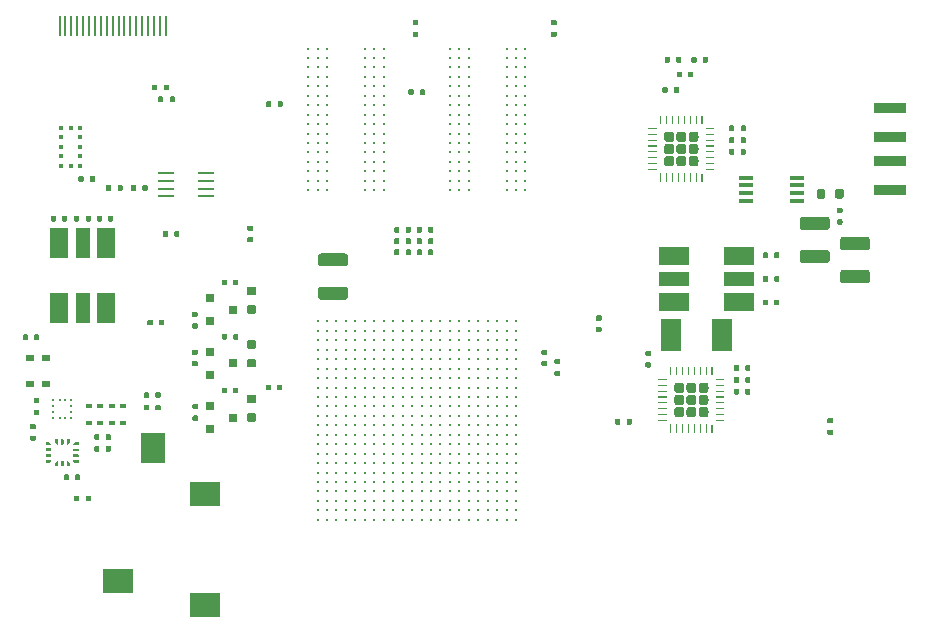
<source format=gbr>
G04 #@! TF.GenerationSoftware,KiCad,Pcbnew,(5.0.1)-rc2*
G04 #@! TF.CreationDate,2021-03-03T09:19:06-05:00*
G04 #@! TF.ProjectId,DFTBoard,444654426F6172642E6B696361645F70,rev?*
G04 #@! TF.SameCoordinates,Original*
G04 #@! TF.FileFunction,Paste,Top*
G04 #@! TF.FilePolarity,Positive*
%FSLAX46Y46*%
G04 Gerber Fmt 4.6, Leading zero omitted, Abs format (unit mm)*
G04 Created by KiCad (PCBNEW (5.0.1)-rc2) date 3/3/2021 9:19:06 AM*
%MOMM*%
%LPD*%
G01*
G04 APERTURE LIST*
%ADD10C,0.070823*%
%ADD11C,0.125000*%
%ADD12C,0.247600*%
%ADD13C,0.227600*%
%ADD14R,2.727960X0.967740*%
%ADD15R,0.566420X0.447040*%
%ADD16R,1.546860X2.547620*%
%ADD17R,1.148080X2.547620*%
%ADD18R,2.547620X1.546860*%
%ADD19R,2.547620X1.148080*%
%ADD20C,0.437600*%
%ADD21C,0.722600*%
%ADD22C,0.177600*%
%ADD23R,0.347600X0.347600*%
%ADD24C,1.097600*%
%ADD25R,0.747600X0.647600*%
%ADD26R,1.267600X0.317600*%
%ADD27R,1.797600X2.797600*%
%ADD28C,0.830000*%
%ADD29C,0.097600*%
%ADD30R,0.147600X1.747600*%
%ADD31R,2.647600X2.047600*%
%ADD32R,2.047600X2.647600*%
%ADD33R,0.222600X0.197600*%
%ADD34R,0.197600X0.222600*%
%ADD35R,1.447600X0.147600*%
%ADD36R,0.747600X0.507600*%
G04 APERTURE END LIST*
D10*
G04 #@! TO.C,U23*
X134812501Y-143975001D03*
D11*
G36*
X134843311Y-143851508D02*
X134845727Y-143853491D01*
X135046511Y-144054275D01*
X135048494Y-144056691D01*
X135048801Y-144059808D01*
X135048801Y-144096260D01*
X135048573Y-144098573D01*
X135046260Y-144098801D01*
X134578742Y-144098801D01*
X134576429Y-144098573D01*
X134576201Y-144096260D01*
X134576201Y-143853742D01*
X134576429Y-143851429D01*
X134578742Y-143851201D01*
X134840194Y-143851201D01*
X134843311Y-143851508D01*
X134843311Y-143851508D01*
G37*
G36*
X134992968Y-144351499D02*
X134998977Y-144352390D01*
X135004870Y-144353866D01*
X135010589Y-144355913D01*
X135016080Y-144358510D01*
X135021291Y-144361633D01*
X135026170Y-144365252D01*
X135030671Y-144369331D01*
X135034750Y-144373832D01*
X135038369Y-144378711D01*
X135041492Y-144383922D01*
X135044089Y-144389413D01*
X135046136Y-144395132D01*
X135047612Y-144401025D01*
X135048503Y-144407034D01*
X135048801Y-144413101D01*
X135048801Y-144536901D01*
X135048503Y-144542968D01*
X135047612Y-144548977D01*
X135046136Y-144554870D01*
X135044089Y-144560589D01*
X135041492Y-144566080D01*
X135038369Y-144571291D01*
X135034750Y-144576170D01*
X135030671Y-144580671D01*
X135026170Y-144584750D01*
X135021291Y-144588369D01*
X135016080Y-144591492D01*
X135010589Y-144594089D01*
X135004870Y-144596136D01*
X134998977Y-144597612D01*
X134992968Y-144598503D01*
X134986901Y-144598801D01*
X134638101Y-144598801D01*
X134632034Y-144598503D01*
X134626025Y-144597612D01*
X134620132Y-144596136D01*
X134614413Y-144594089D01*
X134608922Y-144591492D01*
X134603711Y-144588369D01*
X134598832Y-144584750D01*
X134594331Y-144580671D01*
X134590252Y-144576170D01*
X134586633Y-144571291D01*
X134583510Y-144566080D01*
X134580913Y-144560589D01*
X134578866Y-144554870D01*
X134577390Y-144548977D01*
X134576499Y-144542968D01*
X134576201Y-144536901D01*
X134576201Y-144413101D01*
X134576499Y-144407034D01*
X134577390Y-144401025D01*
X134578866Y-144395132D01*
X134580913Y-144389413D01*
X134583510Y-144383922D01*
X134586633Y-144378711D01*
X134590252Y-144373832D01*
X134594331Y-144369331D01*
X134598832Y-144365252D01*
X134603711Y-144361633D01*
X134608922Y-144358510D01*
X134614413Y-144355913D01*
X134620132Y-144353866D01*
X134626025Y-144352390D01*
X134632034Y-144351499D01*
X134638101Y-144351201D01*
X134986901Y-144351201D01*
X134992968Y-144351499D01*
X134992968Y-144351499D01*
G37*
D12*
X134812501Y-144475001D03*
D11*
G36*
X134997478Y-144861475D02*
X135003002Y-144862294D01*
X135008418Y-144863651D01*
X135013676Y-144865532D01*
X135018723Y-144867920D01*
X135023513Y-144870790D01*
X135027998Y-144874117D01*
X135032135Y-144877867D01*
X135035885Y-144882004D01*
X135039212Y-144886489D01*
X135042082Y-144891279D01*
X135044470Y-144896326D01*
X135046351Y-144901584D01*
X135047708Y-144907000D01*
X135048527Y-144912524D01*
X135048801Y-144918101D01*
X135048801Y-145031901D01*
X135048527Y-145037478D01*
X135047708Y-145043002D01*
X135046351Y-145048418D01*
X135044470Y-145053676D01*
X135042082Y-145058723D01*
X135039212Y-145063513D01*
X135035885Y-145067998D01*
X135032135Y-145072135D01*
X135027998Y-145075885D01*
X135023513Y-145079212D01*
X135018723Y-145082082D01*
X135013676Y-145084470D01*
X135008418Y-145086351D01*
X135003002Y-145087708D01*
X134997478Y-145088527D01*
X134991901Y-145088801D01*
X134633101Y-145088801D01*
X134627524Y-145088527D01*
X134622000Y-145087708D01*
X134616584Y-145086351D01*
X134611326Y-145084470D01*
X134606279Y-145082082D01*
X134601489Y-145079212D01*
X134597004Y-145075885D01*
X134592867Y-145072135D01*
X134589117Y-145067998D01*
X134585790Y-145063513D01*
X134582920Y-145058723D01*
X134580532Y-145053676D01*
X134578651Y-145048418D01*
X134577294Y-145043002D01*
X134576475Y-145037478D01*
X134576201Y-145031901D01*
X134576201Y-144918101D01*
X134576475Y-144912524D01*
X134577294Y-144907000D01*
X134578651Y-144901584D01*
X134580532Y-144896326D01*
X134582920Y-144891279D01*
X134585790Y-144886489D01*
X134589117Y-144882004D01*
X134592867Y-144877867D01*
X134597004Y-144874117D01*
X134601489Y-144870790D01*
X134606279Y-144867920D01*
X134611326Y-144865532D01*
X134616584Y-144863651D01*
X134622000Y-144862294D01*
X134627524Y-144861475D01*
X134633101Y-144861201D01*
X134991901Y-144861201D01*
X134997478Y-144861475D01*
X134997478Y-144861475D01*
G37*
D13*
X134812501Y-144975001D03*
D10*
X134812501Y-145475001D03*
D11*
G36*
X135048573Y-145351429D02*
X135048801Y-145353742D01*
X135048801Y-145390194D01*
X135048494Y-145393311D01*
X135046511Y-145395727D01*
X134845727Y-145596511D01*
X134843311Y-145598494D01*
X134840194Y-145598801D01*
X134578742Y-145598801D01*
X134576429Y-145598573D01*
X134576201Y-145596260D01*
X134576201Y-145353742D01*
X134576429Y-145351429D01*
X134578742Y-145351201D01*
X135046260Y-145351201D01*
X135048573Y-145351429D01*
X135048573Y-145351429D01*
G37*
D10*
X135475001Y-145637501D03*
D11*
G36*
X135598573Y-145401429D02*
X135598801Y-145403742D01*
X135598801Y-145871260D01*
X135598573Y-145873573D01*
X135596260Y-145873801D01*
X135353742Y-145873801D01*
X135351429Y-145873573D01*
X135351201Y-145871260D01*
X135351201Y-145609808D01*
X135351508Y-145606691D01*
X135353491Y-145604275D01*
X135554275Y-145403491D01*
X135556691Y-145401508D01*
X135559808Y-145401201D01*
X135596260Y-145401201D01*
X135598573Y-145401429D01*
X135598573Y-145401429D01*
G37*
G36*
X136037478Y-145401475D02*
X136043002Y-145402294D01*
X136048418Y-145403651D01*
X136053676Y-145405532D01*
X136058723Y-145407920D01*
X136063513Y-145410790D01*
X136067998Y-145414117D01*
X136072135Y-145417867D01*
X136075885Y-145422004D01*
X136079212Y-145426489D01*
X136082082Y-145431279D01*
X136084470Y-145436326D01*
X136086351Y-145441584D01*
X136087708Y-145447000D01*
X136088527Y-145452524D01*
X136088801Y-145458101D01*
X136088801Y-145816901D01*
X136088527Y-145822478D01*
X136087708Y-145828002D01*
X136086351Y-145833418D01*
X136084470Y-145838676D01*
X136082082Y-145843723D01*
X136079212Y-145848513D01*
X136075885Y-145852998D01*
X136072135Y-145857135D01*
X136067998Y-145860885D01*
X136063513Y-145864212D01*
X136058723Y-145867082D01*
X136053676Y-145869470D01*
X136048418Y-145871351D01*
X136043002Y-145872708D01*
X136037478Y-145873527D01*
X136031901Y-145873801D01*
X135918101Y-145873801D01*
X135912524Y-145873527D01*
X135907000Y-145872708D01*
X135901584Y-145871351D01*
X135896326Y-145869470D01*
X135891279Y-145867082D01*
X135886489Y-145864212D01*
X135882004Y-145860885D01*
X135877867Y-145857135D01*
X135874117Y-145852998D01*
X135870790Y-145848513D01*
X135867920Y-145843723D01*
X135865532Y-145838676D01*
X135863651Y-145833418D01*
X135862294Y-145828002D01*
X135861475Y-145822478D01*
X135861201Y-145816901D01*
X135861201Y-145458101D01*
X135861475Y-145452524D01*
X135862294Y-145447000D01*
X135863651Y-145441584D01*
X135865532Y-145436326D01*
X135867920Y-145431279D01*
X135870790Y-145426489D01*
X135874117Y-145422004D01*
X135877867Y-145417867D01*
X135882004Y-145414117D01*
X135886489Y-145410790D01*
X135891279Y-145407920D01*
X135896326Y-145405532D01*
X135901584Y-145403651D01*
X135907000Y-145402294D01*
X135912524Y-145401475D01*
X135918101Y-145401201D01*
X136031901Y-145401201D01*
X136037478Y-145401475D01*
X136037478Y-145401475D01*
G37*
D13*
X135975001Y-145637501D03*
D10*
X136475001Y-145637501D03*
D11*
G36*
X136393311Y-145401508D02*
X136395727Y-145403491D01*
X136596511Y-145604275D01*
X136598494Y-145606691D01*
X136598801Y-145609808D01*
X136598801Y-145871260D01*
X136598573Y-145873573D01*
X136596260Y-145873801D01*
X136353742Y-145873801D01*
X136351429Y-145873573D01*
X136351201Y-145871260D01*
X136351201Y-145403742D01*
X136351429Y-145401429D01*
X136353742Y-145401201D01*
X136390194Y-145401201D01*
X136393311Y-145401508D01*
X136393311Y-145401508D01*
G37*
D10*
X137137501Y-145475001D03*
D11*
G36*
X137373573Y-145351429D02*
X137373801Y-145353742D01*
X137373801Y-145596260D01*
X137373573Y-145598573D01*
X137371260Y-145598801D01*
X137109808Y-145598801D01*
X137106691Y-145598494D01*
X137104275Y-145596511D01*
X136903491Y-145395727D01*
X136901508Y-145393311D01*
X136901201Y-145390194D01*
X136901201Y-145353742D01*
X136901429Y-145351429D01*
X136903742Y-145351201D01*
X137371260Y-145351201D01*
X137373573Y-145351429D01*
X137373573Y-145351429D01*
G37*
G36*
X137322478Y-144861475D02*
X137328002Y-144862294D01*
X137333418Y-144863651D01*
X137338676Y-144865532D01*
X137343723Y-144867920D01*
X137348513Y-144870790D01*
X137352998Y-144874117D01*
X137357135Y-144877867D01*
X137360885Y-144882004D01*
X137364212Y-144886489D01*
X137367082Y-144891279D01*
X137369470Y-144896326D01*
X137371351Y-144901584D01*
X137372708Y-144907000D01*
X137373527Y-144912524D01*
X137373801Y-144918101D01*
X137373801Y-145031901D01*
X137373527Y-145037478D01*
X137372708Y-145043002D01*
X137371351Y-145048418D01*
X137369470Y-145053676D01*
X137367082Y-145058723D01*
X137364212Y-145063513D01*
X137360885Y-145067998D01*
X137357135Y-145072135D01*
X137352998Y-145075885D01*
X137348513Y-145079212D01*
X137343723Y-145082082D01*
X137338676Y-145084470D01*
X137333418Y-145086351D01*
X137328002Y-145087708D01*
X137322478Y-145088527D01*
X137316901Y-145088801D01*
X136958101Y-145088801D01*
X136952524Y-145088527D01*
X136947000Y-145087708D01*
X136941584Y-145086351D01*
X136936326Y-145084470D01*
X136931279Y-145082082D01*
X136926489Y-145079212D01*
X136922004Y-145075885D01*
X136917867Y-145072135D01*
X136914117Y-145067998D01*
X136910790Y-145063513D01*
X136907920Y-145058723D01*
X136905532Y-145053676D01*
X136903651Y-145048418D01*
X136902294Y-145043002D01*
X136901475Y-145037478D01*
X136901201Y-145031901D01*
X136901201Y-144918101D01*
X136901475Y-144912524D01*
X136902294Y-144907000D01*
X136903651Y-144901584D01*
X136905532Y-144896326D01*
X136907920Y-144891279D01*
X136910790Y-144886489D01*
X136914117Y-144882004D01*
X136917867Y-144877867D01*
X136922004Y-144874117D01*
X136926489Y-144870790D01*
X136931279Y-144867920D01*
X136936326Y-144865532D01*
X136941584Y-144863651D01*
X136947000Y-144862294D01*
X136952524Y-144861475D01*
X136958101Y-144861201D01*
X137316901Y-144861201D01*
X137322478Y-144861475D01*
X137322478Y-144861475D01*
G37*
D13*
X137137501Y-144975001D03*
D11*
G36*
X137322478Y-144371475D02*
X137328002Y-144372294D01*
X137333418Y-144373651D01*
X137338676Y-144375532D01*
X137343723Y-144377920D01*
X137348513Y-144380790D01*
X137352998Y-144384117D01*
X137357135Y-144387867D01*
X137360885Y-144392004D01*
X137364212Y-144396489D01*
X137367082Y-144401279D01*
X137369470Y-144406326D01*
X137371351Y-144411584D01*
X137372708Y-144417000D01*
X137373527Y-144422524D01*
X137373801Y-144428101D01*
X137373801Y-144541901D01*
X137373527Y-144547478D01*
X137372708Y-144553002D01*
X137371351Y-144558418D01*
X137369470Y-144563676D01*
X137367082Y-144568723D01*
X137364212Y-144573513D01*
X137360885Y-144577998D01*
X137357135Y-144582135D01*
X137352998Y-144585885D01*
X137348513Y-144589212D01*
X137343723Y-144592082D01*
X137338676Y-144594470D01*
X137333418Y-144596351D01*
X137328002Y-144597708D01*
X137322478Y-144598527D01*
X137316901Y-144598801D01*
X136958101Y-144598801D01*
X136952524Y-144598527D01*
X136947000Y-144597708D01*
X136941584Y-144596351D01*
X136936326Y-144594470D01*
X136931279Y-144592082D01*
X136926489Y-144589212D01*
X136922004Y-144585885D01*
X136917867Y-144582135D01*
X136914117Y-144577998D01*
X136910790Y-144573513D01*
X136907920Y-144568723D01*
X136905532Y-144563676D01*
X136903651Y-144558418D01*
X136902294Y-144553002D01*
X136901475Y-144547478D01*
X136901201Y-144541901D01*
X136901201Y-144428101D01*
X136901475Y-144422524D01*
X136902294Y-144417000D01*
X136903651Y-144411584D01*
X136905532Y-144406326D01*
X136907920Y-144401279D01*
X136910790Y-144396489D01*
X136914117Y-144392004D01*
X136917867Y-144387867D01*
X136922004Y-144384117D01*
X136926489Y-144380790D01*
X136931279Y-144377920D01*
X136936326Y-144375532D01*
X136941584Y-144373651D01*
X136947000Y-144372294D01*
X136952524Y-144371475D01*
X136958101Y-144371201D01*
X137316901Y-144371201D01*
X137322478Y-144371475D01*
X137322478Y-144371475D01*
G37*
D13*
X137137501Y-144485001D03*
D10*
X137137501Y-143975001D03*
D11*
G36*
X137373573Y-143851429D02*
X137373801Y-143853742D01*
X137373801Y-144096260D01*
X137373573Y-144098573D01*
X137371260Y-144098801D01*
X136903742Y-144098801D01*
X136901429Y-144098573D01*
X136901201Y-144096260D01*
X136901201Y-144059808D01*
X136901508Y-144056691D01*
X136903491Y-144054275D01*
X137104275Y-143853491D01*
X137106691Y-143851508D01*
X137109808Y-143851201D01*
X137371260Y-143851201D01*
X137373573Y-143851429D01*
X137373573Y-143851429D01*
G37*
D10*
X136475001Y-143812501D03*
D11*
G36*
X136598573Y-143576429D02*
X136598801Y-143578742D01*
X136598801Y-143840194D01*
X136598494Y-143843311D01*
X136596511Y-143845727D01*
X136395727Y-144046511D01*
X136393311Y-144048494D01*
X136390194Y-144048801D01*
X136353742Y-144048801D01*
X136351429Y-144048573D01*
X136351201Y-144046260D01*
X136351201Y-143578742D01*
X136351429Y-143576429D01*
X136353742Y-143576201D01*
X136596260Y-143576201D01*
X136598573Y-143576429D01*
X136598573Y-143576429D01*
G37*
G36*
X136037478Y-143576475D02*
X136043002Y-143577294D01*
X136048418Y-143578651D01*
X136053676Y-143580532D01*
X136058723Y-143582920D01*
X136063513Y-143585790D01*
X136067998Y-143589117D01*
X136072135Y-143592867D01*
X136075885Y-143597004D01*
X136079212Y-143601489D01*
X136082082Y-143606279D01*
X136084470Y-143611326D01*
X136086351Y-143616584D01*
X136087708Y-143622000D01*
X136088527Y-143627524D01*
X136088801Y-143633101D01*
X136088801Y-143991901D01*
X136088527Y-143997478D01*
X136087708Y-144003002D01*
X136086351Y-144008418D01*
X136084470Y-144013676D01*
X136082082Y-144018723D01*
X136079212Y-144023513D01*
X136075885Y-144027998D01*
X136072135Y-144032135D01*
X136067998Y-144035885D01*
X136063513Y-144039212D01*
X136058723Y-144042082D01*
X136053676Y-144044470D01*
X136048418Y-144046351D01*
X136043002Y-144047708D01*
X136037478Y-144048527D01*
X136031901Y-144048801D01*
X135918101Y-144048801D01*
X135912524Y-144048527D01*
X135907000Y-144047708D01*
X135901584Y-144046351D01*
X135896326Y-144044470D01*
X135891279Y-144042082D01*
X135886489Y-144039212D01*
X135882004Y-144035885D01*
X135877867Y-144032135D01*
X135874117Y-144027998D01*
X135870790Y-144023513D01*
X135867920Y-144018723D01*
X135865532Y-144013676D01*
X135863651Y-144008418D01*
X135862294Y-144003002D01*
X135861475Y-143997478D01*
X135861201Y-143991901D01*
X135861201Y-143633101D01*
X135861475Y-143627524D01*
X135862294Y-143622000D01*
X135863651Y-143616584D01*
X135865532Y-143611326D01*
X135867920Y-143606279D01*
X135870790Y-143601489D01*
X135874117Y-143597004D01*
X135877867Y-143592867D01*
X135882004Y-143589117D01*
X135886489Y-143585790D01*
X135891279Y-143582920D01*
X135896326Y-143580532D01*
X135901584Y-143578651D01*
X135907000Y-143577294D01*
X135912524Y-143576475D01*
X135918101Y-143576201D01*
X136031901Y-143576201D01*
X136037478Y-143576475D01*
X136037478Y-143576475D01*
G37*
D13*
X135975001Y-143812501D03*
D10*
X135475001Y-143812501D03*
D11*
G36*
X135598573Y-143576429D02*
X135598801Y-143578742D01*
X135598801Y-144046260D01*
X135598573Y-144048573D01*
X135596260Y-144048801D01*
X135559808Y-144048801D01*
X135556691Y-144048494D01*
X135554275Y-144046511D01*
X135353491Y-143845727D01*
X135351508Y-143843311D01*
X135351201Y-143840194D01*
X135351201Y-143578742D01*
X135351429Y-143576429D01*
X135353742Y-143576201D01*
X135596260Y-143576201D01*
X135598573Y-143576429D01*
X135598573Y-143576429D01*
G37*
G04 #@! TD*
D14*
G04 #@! TO.C,J6*
X206059820Y-122500120D03*
X206059820Y-120000760D03*
X206059820Y-117999240D03*
X206059820Y-115499880D03*
G04 #@! TD*
D15*
G04 #@! TO.C,U14*
X138247120Y-142198500D03*
X139217400Y-142198500D03*
X140182600Y-142198500D03*
X141152880Y-142198500D03*
X141152880Y-140801500D03*
X140182600Y-140801500D03*
X139217400Y-140801500D03*
X138247120Y-140801500D03*
G04 #@! TD*
D16*
G04 #@! TO.C,D2*
X139693082Y-127003665D03*
D17*
X137716962Y-127003665D03*
D16*
X135740842Y-127003665D03*
X135740842Y-132505305D03*
D17*
X137716962Y-132505305D03*
D16*
X139693082Y-132505305D03*
G04 #@! TD*
D18*
G04 #@! TO.C,D1*
X187749180Y-131976120D03*
D19*
X187749180Y-130000000D03*
D18*
X187749180Y-128023880D03*
X193250820Y-128023880D03*
D19*
X193250820Y-130000000D03*
D18*
X193250820Y-131976120D03*
G04 #@! TD*
D11*
G04 #@! TO.C,R26*
G36*
X138305123Y-148356727D02*
X138315743Y-148358302D01*
X138326157Y-148360911D01*
X138336266Y-148364528D01*
X138345971Y-148369118D01*
X138355179Y-148374637D01*
X138363803Y-148381033D01*
X138371757Y-148388243D01*
X138378967Y-148396197D01*
X138385363Y-148404821D01*
X138390882Y-148414029D01*
X138395472Y-148423734D01*
X138399089Y-148433843D01*
X138401698Y-148444257D01*
X138403273Y-148454877D01*
X138403800Y-148465600D01*
X138403800Y-148734400D01*
X138403273Y-148745123D01*
X138401698Y-148755743D01*
X138399089Y-148766157D01*
X138395472Y-148776266D01*
X138390882Y-148785971D01*
X138385363Y-148795179D01*
X138378967Y-148803803D01*
X138371757Y-148811757D01*
X138363803Y-148818967D01*
X138355179Y-148825363D01*
X138345971Y-148830882D01*
X138336266Y-148835472D01*
X138326157Y-148839089D01*
X138315743Y-148841698D01*
X138305123Y-148843273D01*
X138294400Y-148843800D01*
X138075600Y-148843800D01*
X138064877Y-148843273D01*
X138054257Y-148841698D01*
X138043843Y-148839089D01*
X138033734Y-148835472D01*
X138024029Y-148830882D01*
X138014821Y-148825363D01*
X138006197Y-148818967D01*
X137998243Y-148811757D01*
X137991033Y-148803803D01*
X137984637Y-148795179D01*
X137979118Y-148785971D01*
X137974528Y-148776266D01*
X137970911Y-148766157D01*
X137968302Y-148755743D01*
X137966727Y-148745123D01*
X137966200Y-148734400D01*
X137966200Y-148465600D01*
X137966727Y-148454877D01*
X137968302Y-148444257D01*
X137970911Y-148433843D01*
X137974528Y-148423734D01*
X137979118Y-148414029D01*
X137984637Y-148404821D01*
X137991033Y-148396197D01*
X137998243Y-148388243D01*
X138006197Y-148381033D01*
X138014821Y-148374637D01*
X138024029Y-148369118D01*
X138033734Y-148364528D01*
X138043843Y-148360911D01*
X138054257Y-148358302D01*
X138064877Y-148356727D01*
X138075600Y-148356200D01*
X138294400Y-148356200D01*
X138305123Y-148356727D01*
X138305123Y-148356727D01*
G37*
D20*
X138185000Y-148600000D03*
D11*
G36*
X137335123Y-148356727D02*
X137345743Y-148358302D01*
X137356157Y-148360911D01*
X137366266Y-148364528D01*
X137375971Y-148369118D01*
X137385179Y-148374637D01*
X137393803Y-148381033D01*
X137401757Y-148388243D01*
X137408967Y-148396197D01*
X137415363Y-148404821D01*
X137420882Y-148414029D01*
X137425472Y-148423734D01*
X137429089Y-148433843D01*
X137431698Y-148444257D01*
X137433273Y-148454877D01*
X137433800Y-148465600D01*
X137433800Y-148734400D01*
X137433273Y-148745123D01*
X137431698Y-148755743D01*
X137429089Y-148766157D01*
X137425472Y-148776266D01*
X137420882Y-148785971D01*
X137415363Y-148795179D01*
X137408967Y-148803803D01*
X137401757Y-148811757D01*
X137393803Y-148818967D01*
X137385179Y-148825363D01*
X137375971Y-148830882D01*
X137366266Y-148835472D01*
X137356157Y-148839089D01*
X137345743Y-148841698D01*
X137335123Y-148843273D01*
X137324400Y-148843800D01*
X137105600Y-148843800D01*
X137094877Y-148843273D01*
X137084257Y-148841698D01*
X137073843Y-148839089D01*
X137063734Y-148835472D01*
X137054029Y-148830882D01*
X137044821Y-148825363D01*
X137036197Y-148818967D01*
X137028243Y-148811757D01*
X137021033Y-148803803D01*
X137014637Y-148795179D01*
X137009118Y-148785971D01*
X137004528Y-148776266D01*
X137000911Y-148766157D01*
X136998302Y-148755743D01*
X136996727Y-148745123D01*
X136996200Y-148734400D01*
X136996200Y-148465600D01*
X136996727Y-148454877D01*
X136998302Y-148444257D01*
X137000911Y-148433843D01*
X137004528Y-148423734D01*
X137009118Y-148414029D01*
X137014637Y-148404821D01*
X137021033Y-148396197D01*
X137028243Y-148388243D01*
X137036197Y-148381033D01*
X137044821Y-148374637D01*
X137054029Y-148369118D01*
X137063734Y-148364528D01*
X137073843Y-148360911D01*
X137084257Y-148358302D01*
X137094877Y-148356727D01*
X137105600Y-148356200D01*
X137324400Y-148356200D01*
X137335123Y-148356727D01*
X137335123Y-148356727D01*
G37*
D20*
X137215000Y-148600000D03*
G04 #@! TD*
D12*
G04 #@! TO.C,U20*
X157600000Y-150400000D03*
X157600000Y-149600000D03*
X157600000Y-148800000D03*
X157600000Y-148000000D03*
X157600000Y-147200000D03*
X157600000Y-146400000D03*
X157600000Y-145600000D03*
X157600000Y-144800000D03*
X157600000Y-144000000D03*
X157600000Y-143200000D03*
X157600000Y-142400000D03*
X157600000Y-141600000D03*
X157600000Y-140800000D03*
X157600000Y-140000000D03*
X157600000Y-139200000D03*
X157600000Y-138400000D03*
X157600000Y-137600000D03*
X157600000Y-136800000D03*
X157600000Y-136000000D03*
X157600000Y-135200000D03*
X157600000Y-134400000D03*
X157600000Y-133600000D03*
X158400000Y-150400000D03*
X158400000Y-149600000D03*
X158400000Y-148800000D03*
X158400000Y-148000000D03*
X158400000Y-147200000D03*
X158400000Y-146400000D03*
X158400000Y-145600000D03*
X158400000Y-144800000D03*
X158400000Y-144000000D03*
X158400000Y-143200000D03*
X158400000Y-142400000D03*
X158400000Y-141600000D03*
X158400000Y-140800000D03*
X158400000Y-140000000D03*
X158400000Y-139200000D03*
X158400000Y-138400000D03*
X158400000Y-137600000D03*
X158400000Y-136800000D03*
X158400000Y-136000000D03*
X158400000Y-135200000D03*
X158400000Y-134400000D03*
X158400000Y-133600000D03*
X159200000Y-150400000D03*
X159200000Y-149600000D03*
X159200000Y-148800000D03*
X159200000Y-148000000D03*
X159200000Y-147200000D03*
X159200000Y-146400000D03*
X159200000Y-145600000D03*
X159200000Y-144800000D03*
X159200000Y-144000000D03*
X159200000Y-143200000D03*
X159200000Y-142400000D03*
X159200000Y-141600000D03*
X159200000Y-140800000D03*
X159200000Y-140000000D03*
X159200000Y-139200000D03*
X159200000Y-138400000D03*
X159200000Y-137600000D03*
X159200000Y-136800000D03*
X159200000Y-136000000D03*
X159200000Y-135200000D03*
X159200000Y-134400000D03*
X159200000Y-133600000D03*
X160000000Y-150400000D03*
X160000000Y-149600000D03*
X160000000Y-148800000D03*
X160000000Y-148000000D03*
X160000000Y-147200000D03*
X160000000Y-146400000D03*
X160000000Y-145600000D03*
X160000000Y-144800000D03*
X160000000Y-144000000D03*
X160000000Y-143200000D03*
X160000000Y-142400000D03*
X160000000Y-141600000D03*
X160000000Y-140800000D03*
X160000000Y-140000000D03*
X160000000Y-139200000D03*
X160000000Y-138400000D03*
X160000000Y-137600000D03*
X160000000Y-136800000D03*
X160000000Y-136000000D03*
X160000000Y-135200000D03*
X160000000Y-134400000D03*
X160000000Y-133600000D03*
X160800000Y-150400000D03*
X160800000Y-149600000D03*
X160800000Y-148800000D03*
X160800000Y-148000000D03*
X160800000Y-147200000D03*
X160800000Y-146400000D03*
X160800000Y-145600000D03*
X160800000Y-144800000D03*
X160800000Y-144000000D03*
X160800000Y-143200000D03*
X160800000Y-142400000D03*
X160800000Y-141600000D03*
X160800000Y-140800000D03*
X160800000Y-140000000D03*
X160800000Y-139200000D03*
X160800000Y-138400000D03*
X160800000Y-137600000D03*
X160800000Y-136800000D03*
X160800000Y-136000000D03*
X160800000Y-135200000D03*
X160800000Y-134400000D03*
X160800000Y-133600000D03*
X161600000Y-150400000D03*
X161600000Y-149600000D03*
X161600000Y-148800000D03*
X161600000Y-148000000D03*
X161600000Y-147200000D03*
X161600000Y-146400000D03*
X161600000Y-145600000D03*
X161600000Y-144800000D03*
X161600000Y-144000000D03*
X161600000Y-143200000D03*
X161600000Y-142400000D03*
X161600000Y-141600000D03*
X161600000Y-140800000D03*
X161600000Y-140000000D03*
X161600000Y-139200000D03*
X161600000Y-138400000D03*
X161600000Y-137600000D03*
X161600000Y-136800000D03*
X161600000Y-136000000D03*
X161600000Y-135200000D03*
X161600000Y-134400000D03*
X161600000Y-133600000D03*
X162400000Y-150400000D03*
X162400000Y-149600000D03*
X162400000Y-148800000D03*
X162400000Y-148000000D03*
X162400000Y-147200000D03*
X162400000Y-146400000D03*
X162400000Y-145600000D03*
X162400000Y-144800000D03*
X162400000Y-144000000D03*
X162400000Y-143200000D03*
X162400000Y-142400000D03*
X162400000Y-141600000D03*
X162400000Y-140800000D03*
X162400000Y-140000000D03*
X162400000Y-139200000D03*
X162400000Y-138400000D03*
X162400000Y-137600000D03*
X162400000Y-136800000D03*
X162400000Y-136000000D03*
X162400000Y-135200000D03*
X162400000Y-134400000D03*
X162400000Y-133600000D03*
X163200000Y-150400000D03*
X163200000Y-149600000D03*
X163200000Y-148800000D03*
X163200000Y-148000000D03*
X163200000Y-147200000D03*
X163200000Y-146400000D03*
X163200000Y-145600000D03*
X163200000Y-144800000D03*
X163200000Y-144000000D03*
X163200000Y-143200000D03*
X163200000Y-142400000D03*
X163200000Y-141600000D03*
X163200000Y-140800000D03*
X163200000Y-140000000D03*
X163200000Y-139200000D03*
X163200000Y-138400000D03*
X163200000Y-137600000D03*
X163200000Y-136800000D03*
X163200000Y-136000000D03*
X163200000Y-135200000D03*
X163200000Y-134400000D03*
X163200000Y-133600000D03*
X164000000Y-150400000D03*
X164000000Y-149600000D03*
X164000000Y-148800000D03*
X164000000Y-148000000D03*
X164000000Y-147200000D03*
X164000000Y-146400000D03*
X164000000Y-145600000D03*
X164000000Y-144800000D03*
X164000000Y-144000000D03*
X164000000Y-143200000D03*
X164000000Y-142400000D03*
X164000000Y-141600000D03*
X164000000Y-140800000D03*
X164000000Y-140000000D03*
X164000000Y-139200000D03*
X164000000Y-138400000D03*
X164000000Y-137600000D03*
X164000000Y-136800000D03*
X164000000Y-136000000D03*
X164000000Y-135200000D03*
X164000000Y-134400000D03*
X164000000Y-133600000D03*
X164800000Y-150400000D03*
X164800000Y-149600000D03*
X164800000Y-148800000D03*
X164800000Y-148000000D03*
X164800000Y-147200000D03*
X164800000Y-146400000D03*
X164800000Y-145600000D03*
X164800000Y-144800000D03*
X164800000Y-144000000D03*
X164800000Y-143200000D03*
X164800000Y-142400000D03*
X164800000Y-141600000D03*
X164800000Y-140800000D03*
X164800000Y-140000000D03*
X164800000Y-139200000D03*
X164800000Y-138400000D03*
X164800000Y-137600000D03*
X164800000Y-136800000D03*
X164800000Y-136000000D03*
X164800000Y-135200000D03*
X164800000Y-134400000D03*
X164800000Y-133600000D03*
X165600000Y-150400000D03*
X165600000Y-149600000D03*
X165600000Y-148800000D03*
X165600000Y-148000000D03*
X165600000Y-147200000D03*
X165600000Y-146400000D03*
X165600000Y-145600000D03*
X165600000Y-144800000D03*
X165600000Y-144000000D03*
X165600000Y-143200000D03*
X165600000Y-142400000D03*
X165600000Y-141600000D03*
X165600000Y-140800000D03*
X165600000Y-140000000D03*
X165600000Y-139200000D03*
X165600000Y-138400000D03*
X165600000Y-137600000D03*
X165600000Y-136800000D03*
X165600000Y-136000000D03*
X165600000Y-135200000D03*
X165600000Y-134400000D03*
X165600000Y-133600000D03*
X166400000Y-150400000D03*
X166400000Y-149600000D03*
X166400000Y-148800000D03*
X166400000Y-148000000D03*
X166400000Y-147200000D03*
X166400000Y-146400000D03*
X166400000Y-145600000D03*
X166400000Y-144800000D03*
X166400000Y-144000000D03*
X166400000Y-143200000D03*
X166400000Y-142400000D03*
X166400000Y-141600000D03*
X166400000Y-140800000D03*
X166400000Y-140000000D03*
X166400000Y-139200000D03*
X166400000Y-138400000D03*
X166400000Y-137600000D03*
X166400000Y-136800000D03*
X166400000Y-136000000D03*
X166400000Y-135200000D03*
X166400000Y-134400000D03*
X166400000Y-133600000D03*
X167200000Y-150400000D03*
X167200000Y-149600000D03*
X167200000Y-148800000D03*
X167200000Y-148000000D03*
X167200000Y-147200000D03*
X167200000Y-146400000D03*
X167200000Y-145600000D03*
X167200000Y-144800000D03*
X167200000Y-144000000D03*
X167200000Y-143200000D03*
X167200000Y-142400000D03*
X167200000Y-141600000D03*
X167200000Y-140800000D03*
X167200000Y-140000000D03*
X167200000Y-139200000D03*
X167200000Y-138400000D03*
X167200000Y-137600000D03*
X167200000Y-136800000D03*
X167200000Y-136000000D03*
X167200000Y-135200000D03*
X167200000Y-134400000D03*
X167200000Y-133600000D03*
X168000000Y-150400000D03*
X168000000Y-149600000D03*
X168000000Y-148800000D03*
X168000000Y-148000000D03*
X168000000Y-147200000D03*
X168000000Y-146400000D03*
X168000000Y-145600000D03*
X168000000Y-144800000D03*
X168000000Y-144000000D03*
X168000000Y-143200000D03*
X168000000Y-142400000D03*
X168000000Y-141600000D03*
X168000000Y-140800000D03*
X168000000Y-140000000D03*
X168000000Y-139200000D03*
X168000000Y-138400000D03*
X168000000Y-137600000D03*
X168000000Y-136800000D03*
X168000000Y-136000000D03*
X168000000Y-135200000D03*
X168000000Y-134400000D03*
X168000000Y-133600000D03*
X168800000Y-150400000D03*
X168800000Y-149600000D03*
X168800000Y-148800000D03*
X168800000Y-148000000D03*
X168800000Y-147200000D03*
X168800000Y-146400000D03*
X168800000Y-145600000D03*
X168800000Y-144800000D03*
X168800000Y-144000000D03*
X168800000Y-143200000D03*
X168800000Y-142400000D03*
X168800000Y-141600000D03*
X168800000Y-140800000D03*
X168800000Y-140000000D03*
X168800000Y-139200000D03*
X168800000Y-138400000D03*
X168800000Y-137600000D03*
X168800000Y-136800000D03*
X168800000Y-136000000D03*
X168800000Y-135200000D03*
X168800000Y-134400000D03*
X168800000Y-133600000D03*
X169600000Y-150400000D03*
X169600000Y-149600000D03*
X169600000Y-148800000D03*
X169600000Y-148000000D03*
X169600000Y-147200000D03*
X169600000Y-146400000D03*
X169600000Y-145600000D03*
X169600000Y-144800000D03*
X169600000Y-144000000D03*
X169600000Y-143200000D03*
X169600000Y-142400000D03*
X169600000Y-141600000D03*
X169600000Y-140800000D03*
X169600000Y-140000000D03*
X169600000Y-139200000D03*
X169600000Y-138400000D03*
X169600000Y-137600000D03*
X169600000Y-136800000D03*
X169600000Y-136000000D03*
X169600000Y-135200000D03*
X169600000Y-134400000D03*
X169600000Y-133600000D03*
X170400000Y-150400000D03*
X170400000Y-149600000D03*
X170400000Y-148800000D03*
X170400000Y-148000000D03*
X170400000Y-147200000D03*
X170400000Y-146400000D03*
X170400000Y-145600000D03*
X170400000Y-144800000D03*
X170400000Y-144000000D03*
X170400000Y-143200000D03*
X170400000Y-142400000D03*
X170400000Y-141600000D03*
X170400000Y-140800000D03*
X170400000Y-140000000D03*
X170400000Y-139200000D03*
X170400000Y-138400000D03*
X170400000Y-137600000D03*
X170400000Y-136800000D03*
X170400000Y-136000000D03*
X170400000Y-135200000D03*
X170400000Y-134400000D03*
X170400000Y-133600000D03*
X171200000Y-150400000D03*
X171200000Y-149600000D03*
X171200000Y-148800000D03*
X171200000Y-148000000D03*
X171200000Y-147200000D03*
X171200000Y-146400000D03*
X171200000Y-145600000D03*
X171200000Y-144800000D03*
X171200000Y-144000000D03*
X171200000Y-143200000D03*
X171200000Y-142400000D03*
X171200000Y-141600000D03*
X171200000Y-140800000D03*
X171200000Y-140000000D03*
X171200000Y-139200000D03*
X171200000Y-138400000D03*
X171200000Y-137600000D03*
X171200000Y-136800000D03*
X171200000Y-136000000D03*
X171200000Y-135200000D03*
X171200000Y-134400000D03*
X171200000Y-133600000D03*
X172000000Y-150400000D03*
X172000000Y-149600000D03*
X172000000Y-148800000D03*
X172000000Y-148000000D03*
X172000000Y-147200000D03*
X172000000Y-146400000D03*
X172000000Y-145600000D03*
X172000000Y-144800000D03*
X172000000Y-144000000D03*
X172000000Y-143200000D03*
X172000000Y-142400000D03*
X172000000Y-141600000D03*
X172000000Y-140800000D03*
X172000000Y-140000000D03*
X172000000Y-139200000D03*
X172000000Y-138400000D03*
X172000000Y-137600000D03*
X172000000Y-136800000D03*
X172000000Y-136000000D03*
X172000000Y-135200000D03*
X172000000Y-134400000D03*
X172000000Y-133600000D03*
X172800000Y-150400000D03*
X172800000Y-149600000D03*
X172800000Y-148800000D03*
X172800000Y-148000000D03*
X172800000Y-147200000D03*
X172800000Y-146400000D03*
X172800000Y-145600000D03*
X172800000Y-144800000D03*
X172800000Y-144000000D03*
X172800000Y-143200000D03*
X172800000Y-142400000D03*
X172800000Y-141600000D03*
X172800000Y-140800000D03*
X172800000Y-140000000D03*
X172800000Y-139200000D03*
X172800000Y-138400000D03*
X172800000Y-137600000D03*
X172800000Y-136800000D03*
X172800000Y-136000000D03*
X172800000Y-135200000D03*
X172800000Y-134400000D03*
X172800000Y-133600000D03*
X173600000Y-150400000D03*
X173600000Y-149600000D03*
X173600000Y-148800000D03*
X173600000Y-148000000D03*
X173600000Y-147200000D03*
X173600000Y-146400000D03*
X173600000Y-145600000D03*
X173600000Y-144800000D03*
X173600000Y-144000000D03*
X173600000Y-143200000D03*
X173600000Y-142400000D03*
X173600000Y-141600000D03*
X173600000Y-140800000D03*
X173600000Y-140000000D03*
X173600000Y-139200000D03*
X173600000Y-138400000D03*
X173600000Y-137600000D03*
X173600000Y-136800000D03*
X173600000Y-136000000D03*
X173600000Y-135200000D03*
X173600000Y-134400000D03*
X173600000Y-133600000D03*
X174400000Y-150400000D03*
X174400000Y-149600000D03*
X174400000Y-148800000D03*
X174400000Y-148000000D03*
X174400000Y-147200000D03*
X174400000Y-146400000D03*
X174400000Y-145600000D03*
X174400000Y-144800000D03*
X174400000Y-144000000D03*
X174400000Y-143200000D03*
X174400000Y-142400000D03*
X174400000Y-141600000D03*
X174400000Y-140800000D03*
X174400000Y-140000000D03*
X174400000Y-139200000D03*
X174400000Y-138400000D03*
X174400000Y-137600000D03*
X174400000Y-136800000D03*
X174400000Y-136000000D03*
X174400000Y-135200000D03*
X174400000Y-134400000D03*
X174400000Y-133600000D03*
G04 #@! TD*
D11*
G04 #@! TO.C,D4*
G36*
X152235857Y-139802070D02*
X152253393Y-139804671D01*
X152270590Y-139808979D01*
X152287282Y-139814951D01*
X152303308Y-139822531D01*
X152318514Y-139831645D01*
X152332753Y-139842206D01*
X152345889Y-139854111D01*
X152357794Y-139867247D01*
X152368355Y-139881486D01*
X152377469Y-139896692D01*
X152385049Y-139912718D01*
X152391021Y-139929410D01*
X152395329Y-139946607D01*
X152397930Y-139964143D01*
X152398800Y-139981850D01*
X152398800Y-140343150D01*
X152397930Y-140360857D01*
X152395329Y-140378393D01*
X152391021Y-140395590D01*
X152385049Y-140412282D01*
X152377469Y-140428308D01*
X152368355Y-140443514D01*
X152357794Y-140457753D01*
X152345889Y-140470889D01*
X152332753Y-140482794D01*
X152318514Y-140493355D01*
X152303308Y-140502469D01*
X152287282Y-140510049D01*
X152270590Y-140516021D01*
X152253393Y-140520329D01*
X152235857Y-140522930D01*
X152218150Y-140523800D01*
X151781850Y-140523800D01*
X151764143Y-140522930D01*
X151746607Y-140520329D01*
X151729410Y-140516021D01*
X151712718Y-140510049D01*
X151696692Y-140502469D01*
X151681486Y-140493355D01*
X151667247Y-140482794D01*
X151654111Y-140470889D01*
X151642206Y-140457753D01*
X151631645Y-140443514D01*
X151622531Y-140428308D01*
X151614951Y-140412282D01*
X151608979Y-140395590D01*
X151604671Y-140378393D01*
X151602070Y-140360857D01*
X151601200Y-140343150D01*
X151601200Y-139981850D01*
X151602070Y-139964143D01*
X151604671Y-139946607D01*
X151608979Y-139929410D01*
X151614951Y-139912718D01*
X151622531Y-139896692D01*
X151631645Y-139881486D01*
X151642206Y-139867247D01*
X151654111Y-139854111D01*
X151667247Y-139842206D01*
X151681486Y-139831645D01*
X151696692Y-139822531D01*
X151712718Y-139814951D01*
X151729410Y-139808979D01*
X151746607Y-139804671D01*
X151764143Y-139802070D01*
X151781850Y-139801200D01*
X152218150Y-139801200D01*
X152235857Y-139802070D01*
X152235857Y-139802070D01*
G37*
D21*
X152000000Y-140162500D03*
D11*
G36*
X152235857Y-141377070D02*
X152253393Y-141379671D01*
X152270590Y-141383979D01*
X152287282Y-141389951D01*
X152303308Y-141397531D01*
X152318514Y-141406645D01*
X152332753Y-141417206D01*
X152345889Y-141429111D01*
X152357794Y-141442247D01*
X152368355Y-141456486D01*
X152377469Y-141471692D01*
X152385049Y-141487718D01*
X152391021Y-141504410D01*
X152395329Y-141521607D01*
X152397930Y-141539143D01*
X152398800Y-141556850D01*
X152398800Y-141918150D01*
X152397930Y-141935857D01*
X152395329Y-141953393D01*
X152391021Y-141970590D01*
X152385049Y-141987282D01*
X152377469Y-142003308D01*
X152368355Y-142018514D01*
X152357794Y-142032753D01*
X152345889Y-142045889D01*
X152332753Y-142057794D01*
X152318514Y-142068355D01*
X152303308Y-142077469D01*
X152287282Y-142085049D01*
X152270590Y-142091021D01*
X152253393Y-142095329D01*
X152235857Y-142097930D01*
X152218150Y-142098800D01*
X151781850Y-142098800D01*
X151764143Y-142097930D01*
X151746607Y-142095329D01*
X151729410Y-142091021D01*
X151712718Y-142085049D01*
X151696692Y-142077469D01*
X151681486Y-142068355D01*
X151667247Y-142057794D01*
X151654111Y-142045889D01*
X151642206Y-142032753D01*
X151631645Y-142018514D01*
X151622531Y-142003308D01*
X151614951Y-141987282D01*
X151608979Y-141970590D01*
X151604671Y-141953393D01*
X151602070Y-141935857D01*
X151601200Y-141918150D01*
X151601200Y-141556850D01*
X151602070Y-141539143D01*
X151604671Y-141521607D01*
X151608979Y-141504410D01*
X151614951Y-141487718D01*
X151622531Y-141471692D01*
X151631645Y-141456486D01*
X151642206Y-141442247D01*
X151654111Y-141429111D01*
X151667247Y-141417206D01*
X151681486Y-141406645D01*
X151696692Y-141397531D01*
X151712718Y-141389951D01*
X151729410Y-141383979D01*
X151746607Y-141379671D01*
X151764143Y-141377070D01*
X151781850Y-141376200D01*
X152218150Y-141376200D01*
X152235857Y-141377070D01*
X152235857Y-141377070D01*
G37*
D21*
X152000000Y-141737500D03*
G04 #@! TD*
D22*
G04 #@! TO.C,U15*
X156800000Y-110500000D03*
X157600000Y-110500000D03*
X158400000Y-110500000D03*
X158400000Y-111300000D03*
X157600000Y-111300000D03*
X156800000Y-111300000D03*
X156800000Y-112100000D03*
X157600000Y-112100000D03*
X158400000Y-112100000D03*
X161600000Y-110500000D03*
X161600000Y-111300000D03*
X161600000Y-112100000D03*
X162400000Y-112100000D03*
X162400000Y-111300000D03*
X162400000Y-110500000D03*
X163200000Y-110500000D03*
X163200000Y-111300000D03*
X163200000Y-112100000D03*
X158400000Y-112900000D03*
X157600000Y-112900000D03*
X156800000Y-112900000D03*
X156800000Y-113700000D03*
X157600000Y-113700000D03*
X158400000Y-113700000D03*
X158400000Y-114500000D03*
X157600000Y-114500000D03*
X156800000Y-114500000D03*
X156800000Y-115300000D03*
X157600000Y-115300000D03*
X158400000Y-115300000D03*
X158400000Y-116100000D03*
X157600000Y-116100000D03*
X156800000Y-116100000D03*
X156800000Y-116900000D03*
X157600000Y-116900000D03*
X158400000Y-116900000D03*
X158400000Y-117700000D03*
X157600000Y-117700000D03*
X156800000Y-117700000D03*
X156800000Y-118500000D03*
X157600000Y-118500000D03*
X158400000Y-118500000D03*
X158400000Y-119300000D03*
X157600000Y-119300000D03*
X156800000Y-119300000D03*
X156800000Y-120100000D03*
X157600000Y-120100000D03*
X158400000Y-120100000D03*
X161600000Y-112900000D03*
X161600000Y-113700000D03*
X161600000Y-114500000D03*
X161600000Y-115300000D03*
X161600000Y-116100000D03*
X161600000Y-116900000D03*
X161600000Y-117700000D03*
X161600000Y-118500000D03*
X161600000Y-119300000D03*
X162400000Y-119300000D03*
X162400000Y-118500000D03*
X162400000Y-117700000D03*
X162400000Y-116900000D03*
X162400000Y-116100000D03*
X162400000Y-115300000D03*
X162400000Y-114500000D03*
X162400000Y-113700000D03*
X162400000Y-112900000D03*
X163200000Y-112900000D03*
X163200000Y-113700000D03*
X163200000Y-114500000D03*
X163200000Y-115300000D03*
X163200000Y-116100000D03*
X163200000Y-116900000D03*
X163200000Y-117700000D03*
X163200000Y-118500000D03*
X163200000Y-119300000D03*
X161600000Y-120100000D03*
X162400000Y-120100000D03*
X163200000Y-120100000D03*
X156800000Y-120900000D03*
X157600000Y-120900000D03*
X158400000Y-120900000D03*
X161600000Y-120900000D03*
X162400000Y-120900000D03*
X163200000Y-120900000D03*
X156800000Y-121700000D03*
X157600000Y-121700000D03*
X158400000Y-121700000D03*
X161600000Y-121700000D03*
X162400000Y-121700000D03*
X163200000Y-121700000D03*
X156800000Y-122500000D03*
X157600000Y-122500000D03*
X158400000Y-122500000D03*
X161600000Y-122500000D03*
X162400000Y-122500000D03*
X163200000Y-122500000D03*
G04 #@! TD*
G04 #@! TO.C,U16*
X168800000Y-110500000D03*
X169600000Y-110500000D03*
X170400000Y-110500000D03*
X170400000Y-111300000D03*
X169600000Y-111300000D03*
X168800000Y-111300000D03*
X168800000Y-112100000D03*
X169600000Y-112100000D03*
X170400000Y-112100000D03*
X173600000Y-110500000D03*
X173600000Y-111300000D03*
X173600000Y-112100000D03*
X174400000Y-112100000D03*
X174400000Y-111300000D03*
X174400000Y-110500000D03*
X175200000Y-110500000D03*
X175200000Y-111300000D03*
X175200000Y-112100000D03*
X170400000Y-112900000D03*
X169600000Y-112900000D03*
X168800000Y-112900000D03*
X168800000Y-113700000D03*
X169600000Y-113700000D03*
X170400000Y-113700000D03*
X170400000Y-114500000D03*
X169600000Y-114500000D03*
X168800000Y-114500000D03*
X168800000Y-115300000D03*
X169600000Y-115300000D03*
X170400000Y-115300000D03*
X170400000Y-116100000D03*
X169600000Y-116100000D03*
X168800000Y-116100000D03*
X168800000Y-116900000D03*
X169600000Y-116900000D03*
X170400000Y-116900000D03*
X170400000Y-117700000D03*
X169600000Y-117700000D03*
X168800000Y-117700000D03*
X168800000Y-118500000D03*
X169600000Y-118500000D03*
X170400000Y-118500000D03*
X170400000Y-119300000D03*
X169600000Y-119300000D03*
X168800000Y-119300000D03*
X168800000Y-120100000D03*
X169600000Y-120100000D03*
X170400000Y-120100000D03*
X173600000Y-112900000D03*
X173600000Y-113700000D03*
X173600000Y-114500000D03*
X173600000Y-115300000D03*
X173600000Y-116100000D03*
X173600000Y-116900000D03*
X173600000Y-117700000D03*
X173600000Y-118500000D03*
X173600000Y-119300000D03*
X174400000Y-119300000D03*
X174400000Y-118500000D03*
X174400000Y-117700000D03*
X174400000Y-116900000D03*
X174400000Y-116100000D03*
X174400000Y-115300000D03*
X174400000Y-114500000D03*
X174400000Y-113700000D03*
X174400000Y-112900000D03*
X175200000Y-112900000D03*
X175200000Y-113700000D03*
X175200000Y-114500000D03*
X175200000Y-115300000D03*
X175200000Y-116100000D03*
X175200000Y-116900000D03*
X175200000Y-117700000D03*
X175200000Y-118500000D03*
X175200000Y-119300000D03*
X173600000Y-120100000D03*
X174400000Y-120100000D03*
X175200000Y-120100000D03*
X168800000Y-120900000D03*
X169600000Y-120900000D03*
X170400000Y-120900000D03*
X173600000Y-120900000D03*
X174400000Y-120900000D03*
X175200000Y-120900000D03*
X168800000Y-121700000D03*
X169600000Y-121700000D03*
X170400000Y-121700000D03*
X173600000Y-121700000D03*
X174400000Y-121700000D03*
X175200000Y-121700000D03*
X168800000Y-122500000D03*
X169600000Y-122500000D03*
X170400000Y-122500000D03*
X173600000Y-122500000D03*
X174400000Y-122500000D03*
X175200000Y-122500000D03*
G04 #@! TD*
D23*
G04 #@! TO.C,U13*
X136700000Y-120420000D03*
X135900000Y-120420000D03*
X135900000Y-119620000D03*
X135900000Y-118820000D03*
X135900000Y-118020000D03*
X135900000Y-117220000D03*
X136700000Y-117220000D03*
X137500000Y-117220000D03*
X137500000Y-118020000D03*
X137500000Y-118820000D03*
X137500000Y-119620000D03*
X137500000Y-120420000D03*
G04 #@! TD*
D11*
G04 #@! TO.C,C75*
G36*
X187335123Y-111206727D02*
X187345743Y-111208302D01*
X187356157Y-111210911D01*
X187366266Y-111214528D01*
X187375971Y-111219118D01*
X187385179Y-111224637D01*
X187393803Y-111231033D01*
X187401757Y-111238243D01*
X187408967Y-111246197D01*
X187415363Y-111254821D01*
X187420882Y-111264029D01*
X187425472Y-111273734D01*
X187429089Y-111283843D01*
X187431698Y-111294257D01*
X187433273Y-111304877D01*
X187433800Y-111315600D01*
X187433800Y-111584400D01*
X187433273Y-111595123D01*
X187431698Y-111605743D01*
X187429089Y-111616157D01*
X187425472Y-111626266D01*
X187420882Y-111635971D01*
X187415363Y-111645179D01*
X187408967Y-111653803D01*
X187401757Y-111661757D01*
X187393803Y-111668967D01*
X187385179Y-111675363D01*
X187375971Y-111680882D01*
X187366266Y-111685472D01*
X187356157Y-111689089D01*
X187345743Y-111691698D01*
X187335123Y-111693273D01*
X187324400Y-111693800D01*
X187105600Y-111693800D01*
X187094877Y-111693273D01*
X187084257Y-111691698D01*
X187073843Y-111689089D01*
X187063734Y-111685472D01*
X187054029Y-111680882D01*
X187044821Y-111675363D01*
X187036197Y-111668967D01*
X187028243Y-111661757D01*
X187021033Y-111653803D01*
X187014637Y-111645179D01*
X187009118Y-111635971D01*
X187004528Y-111626266D01*
X187000911Y-111616157D01*
X186998302Y-111605743D01*
X186996727Y-111595123D01*
X186996200Y-111584400D01*
X186996200Y-111315600D01*
X186996727Y-111304877D01*
X186998302Y-111294257D01*
X187000911Y-111283843D01*
X187004528Y-111273734D01*
X187009118Y-111264029D01*
X187014637Y-111254821D01*
X187021033Y-111246197D01*
X187028243Y-111238243D01*
X187036197Y-111231033D01*
X187044821Y-111224637D01*
X187054029Y-111219118D01*
X187063734Y-111214528D01*
X187073843Y-111210911D01*
X187084257Y-111208302D01*
X187094877Y-111206727D01*
X187105600Y-111206200D01*
X187324400Y-111206200D01*
X187335123Y-111206727D01*
X187335123Y-111206727D01*
G37*
D20*
X187215000Y-111450000D03*
D11*
G36*
X188305123Y-111206727D02*
X188315743Y-111208302D01*
X188326157Y-111210911D01*
X188336266Y-111214528D01*
X188345971Y-111219118D01*
X188355179Y-111224637D01*
X188363803Y-111231033D01*
X188371757Y-111238243D01*
X188378967Y-111246197D01*
X188385363Y-111254821D01*
X188390882Y-111264029D01*
X188395472Y-111273734D01*
X188399089Y-111283843D01*
X188401698Y-111294257D01*
X188403273Y-111304877D01*
X188403800Y-111315600D01*
X188403800Y-111584400D01*
X188403273Y-111595123D01*
X188401698Y-111605743D01*
X188399089Y-111616157D01*
X188395472Y-111626266D01*
X188390882Y-111635971D01*
X188385363Y-111645179D01*
X188378967Y-111653803D01*
X188371757Y-111661757D01*
X188363803Y-111668967D01*
X188355179Y-111675363D01*
X188345971Y-111680882D01*
X188336266Y-111685472D01*
X188326157Y-111689089D01*
X188315743Y-111691698D01*
X188305123Y-111693273D01*
X188294400Y-111693800D01*
X188075600Y-111693800D01*
X188064877Y-111693273D01*
X188054257Y-111691698D01*
X188043843Y-111689089D01*
X188033734Y-111685472D01*
X188024029Y-111680882D01*
X188014821Y-111675363D01*
X188006197Y-111668967D01*
X187998243Y-111661757D01*
X187991033Y-111653803D01*
X187984637Y-111645179D01*
X187979118Y-111635971D01*
X187974528Y-111626266D01*
X187970911Y-111616157D01*
X187968302Y-111605743D01*
X187966727Y-111595123D01*
X187966200Y-111584400D01*
X187966200Y-111315600D01*
X187966727Y-111304877D01*
X187968302Y-111294257D01*
X187970911Y-111283843D01*
X187974528Y-111273734D01*
X187979118Y-111264029D01*
X187984637Y-111254821D01*
X187991033Y-111246197D01*
X187998243Y-111238243D01*
X188006197Y-111231033D01*
X188014821Y-111224637D01*
X188024029Y-111219118D01*
X188033734Y-111214528D01*
X188043843Y-111210911D01*
X188054257Y-111208302D01*
X188064877Y-111206727D01*
X188075600Y-111206200D01*
X188294400Y-111206200D01*
X188305123Y-111206727D01*
X188305123Y-111206727D01*
G37*
D20*
X188185000Y-111450000D03*
G04 #@! TD*
D11*
G04 #@! TO.C,C76*
G36*
X190555123Y-111206727D02*
X190565743Y-111208302D01*
X190576157Y-111210911D01*
X190586266Y-111214528D01*
X190595971Y-111219118D01*
X190605179Y-111224637D01*
X190613803Y-111231033D01*
X190621757Y-111238243D01*
X190628967Y-111246197D01*
X190635363Y-111254821D01*
X190640882Y-111264029D01*
X190645472Y-111273734D01*
X190649089Y-111283843D01*
X190651698Y-111294257D01*
X190653273Y-111304877D01*
X190653800Y-111315600D01*
X190653800Y-111584400D01*
X190653273Y-111595123D01*
X190651698Y-111605743D01*
X190649089Y-111616157D01*
X190645472Y-111626266D01*
X190640882Y-111635971D01*
X190635363Y-111645179D01*
X190628967Y-111653803D01*
X190621757Y-111661757D01*
X190613803Y-111668967D01*
X190605179Y-111675363D01*
X190595971Y-111680882D01*
X190586266Y-111685472D01*
X190576157Y-111689089D01*
X190565743Y-111691698D01*
X190555123Y-111693273D01*
X190544400Y-111693800D01*
X190325600Y-111693800D01*
X190314877Y-111693273D01*
X190304257Y-111691698D01*
X190293843Y-111689089D01*
X190283734Y-111685472D01*
X190274029Y-111680882D01*
X190264821Y-111675363D01*
X190256197Y-111668967D01*
X190248243Y-111661757D01*
X190241033Y-111653803D01*
X190234637Y-111645179D01*
X190229118Y-111635971D01*
X190224528Y-111626266D01*
X190220911Y-111616157D01*
X190218302Y-111605743D01*
X190216727Y-111595123D01*
X190216200Y-111584400D01*
X190216200Y-111315600D01*
X190216727Y-111304877D01*
X190218302Y-111294257D01*
X190220911Y-111283843D01*
X190224528Y-111273734D01*
X190229118Y-111264029D01*
X190234637Y-111254821D01*
X190241033Y-111246197D01*
X190248243Y-111238243D01*
X190256197Y-111231033D01*
X190264821Y-111224637D01*
X190274029Y-111219118D01*
X190283734Y-111214528D01*
X190293843Y-111210911D01*
X190304257Y-111208302D01*
X190314877Y-111206727D01*
X190325600Y-111206200D01*
X190544400Y-111206200D01*
X190555123Y-111206727D01*
X190555123Y-111206727D01*
G37*
D20*
X190435000Y-111450000D03*
D11*
G36*
X189585123Y-111206727D02*
X189595743Y-111208302D01*
X189606157Y-111210911D01*
X189616266Y-111214528D01*
X189625971Y-111219118D01*
X189635179Y-111224637D01*
X189643803Y-111231033D01*
X189651757Y-111238243D01*
X189658967Y-111246197D01*
X189665363Y-111254821D01*
X189670882Y-111264029D01*
X189675472Y-111273734D01*
X189679089Y-111283843D01*
X189681698Y-111294257D01*
X189683273Y-111304877D01*
X189683800Y-111315600D01*
X189683800Y-111584400D01*
X189683273Y-111595123D01*
X189681698Y-111605743D01*
X189679089Y-111616157D01*
X189675472Y-111626266D01*
X189670882Y-111635971D01*
X189665363Y-111645179D01*
X189658967Y-111653803D01*
X189651757Y-111661757D01*
X189643803Y-111668967D01*
X189635179Y-111675363D01*
X189625971Y-111680882D01*
X189616266Y-111685472D01*
X189606157Y-111689089D01*
X189595743Y-111691698D01*
X189585123Y-111693273D01*
X189574400Y-111693800D01*
X189355600Y-111693800D01*
X189344877Y-111693273D01*
X189334257Y-111691698D01*
X189323843Y-111689089D01*
X189313734Y-111685472D01*
X189304029Y-111680882D01*
X189294821Y-111675363D01*
X189286197Y-111668967D01*
X189278243Y-111661757D01*
X189271033Y-111653803D01*
X189264637Y-111645179D01*
X189259118Y-111635971D01*
X189254528Y-111626266D01*
X189250911Y-111616157D01*
X189248302Y-111605743D01*
X189246727Y-111595123D01*
X189246200Y-111584400D01*
X189246200Y-111315600D01*
X189246727Y-111304877D01*
X189248302Y-111294257D01*
X189250911Y-111283843D01*
X189254528Y-111273734D01*
X189259118Y-111264029D01*
X189264637Y-111254821D01*
X189271033Y-111246197D01*
X189278243Y-111238243D01*
X189286197Y-111231033D01*
X189294821Y-111224637D01*
X189304029Y-111219118D01*
X189313734Y-111214528D01*
X189323843Y-111210911D01*
X189334257Y-111208302D01*
X189344877Y-111206727D01*
X189355600Y-111206200D01*
X189574400Y-111206200D01*
X189585123Y-111206727D01*
X189585123Y-111206727D01*
G37*
D20*
X189465000Y-111450000D03*
G04 #@! TD*
D11*
G04 #@! TO.C,R37*
G36*
X189320123Y-112456727D02*
X189330743Y-112458302D01*
X189341157Y-112460911D01*
X189351266Y-112464528D01*
X189360971Y-112469118D01*
X189370179Y-112474637D01*
X189378803Y-112481033D01*
X189386757Y-112488243D01*
X189393967Y-112496197D01*
X189400363Y-112504821D01*
X189405882Y-112514029D01*
X189410472Y-112523734D01*
X189414089Y-112533843D01*
X189416698Y-112544257D01*
X189418273Y-112554877D01*
X189418800Y-112565600D01*
X189418800Y-112834400D01*
X189418273Y-112845123D01*
X189416698Y-112855743D01*
X189414089Y-112866157D01*
X189410472Y-112876266D01*
X189405882Y-112885971D01*
X189400363Y-112895179D01*
X189393967Y-112903803D01*
X189386757Y-112911757D01*
X189378803Y-112918967D01*
X189370179Y-112925363D01*
X189360971Y-112930882D01*
X189351266Y-112935472D01*
X189341157Y-112939089D01*
X189330743Y-112941698D01*
X189320123Y-112943273D01*
X189309400Y-112943800D01*
X189090600Y-112943800D01*
X189079877Y-112943273D01*
X189069257Y-112941698D01*
X189058843Y-112939089D01*
X189048734Y-112935472D01*
X189039029Y-112930882D01*
X189029821Y-112925363D01*
X189021197Y-112918967D01*
X189013243Y-112911757D01*
X189006033Y-112903803D01*
X188999637Y-112895179D01*
X188994118Y-112885971D01*
X188989528Y-112876266D01*
X188985911Y-112866157D01*
X188983302Y-112855743D01*
X188981727Y-112845123D01*
X188981200Y-112834400D01*
X188981200Y-112565600D01*
X188981727Y-112554877D01*
X188983302Y-112544257D01*
X188985911Y-112533843D01*
X188989528Y-112523734D01*
X188994118Y-112514029D01*
X188999637Y-112504821D01*
X189006033Y-112496197D01*
X189013243Y-112488243D01*
X189021197Y-112481033D01*
X189029821Y-112474637D01*
X189039029Y-112469118D01*
X189048734Y-112464528D01*
X189058843Y-112460911D01*
X189069257Y-112458302D01*
X189079877Y-112456727D01*
X189090600Y-112456200D01*
X189309400Y-112456200D01*
X189320123Y-112456727D01*
X189320123Y-112456727D01*
G37*
D20*
X189200000Y-112700000D03*
D11*
G36*
X188350123Y-112456727D02*
X188360743Y-112458302D01*
X188371157Y-112460911D01*
X188381266Y-112464528D01*
X188390971Y-112469118D01*
X188400179Y-112474637D01*
X188408803Y-112481033D01*
X188416757Y-112488243D01*
X188423967Y-112496197D01*
X188430363Y-112504821D01*
X188435882Y-112514029D01*
X188440472Y-112523734D01*
X188444089Y-112533843D01*
X188446698Y-112544257D01*
X188448273Y-112554877D01*
X188448800Y-112565600D01*
X188448800Y-112834400D01*
X188448273Y-112845123D01*
X188446698Y-112855743D01*
X188444089Y-112866157D01*
X188440472Y-112876266D01*
X188435882Y-112885971D01*
X188430363Y-112895179D01*
X188423967Y-112903803D01*
X188416757Y-112911757D01*
X188408803Y-112918967D01*
X188400179Y-112925363D01*
X188390971Y-112930882D01*
X188381266Y-112935472D01*
X188371157Y-112939089D01*
X188360743Y-112941698D01*
X188350123Y-112943273D01*
X188339400Y-112943800D01*
X188120600Y-112943800D01*
X188109877Y-112943273D01*
X188099257Y-112941698D01*
X188088843Y-112939089D01*
X188078734Y-112935472D01*
X188069029Y-112930882D01*
X188059821Y-112925363D01*
X188051197Y-112918967D01*
X188043243Y-112911757D01*
X188036033Y-112903803D01*
X188029637Y-112895179D01*
X188024118Y-112885971D01*
X188019528Y-112876266D01*
X188015911Y-112866157D01*
X188013302Y-112855743D01*
X188011727Y-112845123D01*
X188011200Y-112834400D01*
X188011200Y-112565600D01*
X188011727Y-112554877D01*
X188013302Y-112544257D01*
X188015911Y-112533843D01*
X188019528Y-112523734D01*
X188024118Y-112514029D01*
X188029637Y-112504821D01*
X188036033Y-112496197D01*
X188043243Y-112488243D01*
X188051197Y-112481033D01*
X188059821Y-112474637D01*
X188069029Y-112469118D01*
X188078734Y-112464528D01*
X188088843Y-112460911D01*
X188099257Y-112458302D01*
X188109877Y-112456727D01*
X188120600Y-112456200D01*
X188339400Y-112456200D01*
X188350123Y-112456727D01*
X188350123Y-112456727D01*
G37*
D20*
X188230000Y-112700000D03*
G04 #@! TD*
D11*
G04 #@! TO.C,R38*
G36*
X193755123Y-117006727D02*
X193765743Y-117008302D01*
X193776157Y-117010911D01*
X193786266Y-117014528D01*
X193795971Y-117019118D01*
X193805179Y-117024637D01*
X193813803Y-117031033D01*
X193821757Y-117038243D01*
X193828967Y-117046197D01*
X193835363Y-117054821D01*
X193840882Y-117064029D01*
X193845472Y-117073734D01*
X193849089Y-117083843D01*
X193851698Y-117094257D01*
X193853273Y-117104877D01*
X193853800Y-117115600D01*
X193853800Y-117384400D01*
X193853273Y-117395123D01*
X193851698Y-117405743D01*
X193849089Y-117416157D01*
X193845472Y-117426266D01*
X193840882Y-117435971D01*
X193835363Y-117445179D01*
X193828967Y-117453803D01*
X193821757Y-117461757D01*
X193813803Y-117468967D01*
X193805179Y-117475363D01*
X193795971Y-117480882D01*
X193786266Y-117485472D01*
X193776157Y-117489089D01*
X193765743Y-117491698D01*
X193755123Y-117493273D01*
X193744400Y-117493800D01*
X193525600Y-117493800D01*
X193514877Y-117493273D01*
X193504257Y-117491698D01*
X193493843Y-117489089D01*
X193483734Y-117485472D01*
X193474029Y-117480882D01*
X193464821Y-117475363D01*
X193456197Y-117468967D01*
X193448243Y-117461757D01*
X193441033Y-117453803D01*
X193434637Y-117445179D01*
X193429118Y-117435971D01*
X193424528Y-117426266D01*
X193420911Y-117416157D01*
X193418302Y-117405743D01*
X193416727Y-117395123D01*
X193416200Y-117384400D01*
X193416200Y-117115600D01*
X193416727Y-117104877D01*
X193418302Y-117094257D01*
X193420911Y-117083843D01*
X193424528Y-117073734D01*
X193429118Y-117064029D01*
X193434637Y-117054821D01*
X193441033Y-117046197D01*
X193448243Y-117038243D01*
X193456197Y-117031033D01*
X193464821Y-117024637D01*
X193474029Y-117019118D01*
X193483734Y-117014528D01*
X193493843Y-117010911D01*
X193504257Y-117008302D01*
X193514877Y-117006727D01*
X193525600Y-117006200D01*
X193744400Y-117006200D01*
X193755123Y-117006727D01*
X193755123Y-117006727D01*
G37*
D20*
X193635000Y-117250000D03*
D11*
G36*
X192785123Y-117006727D02*
X192795743Y-117008302D01*
X192806157Y-117010911D01*
X192816266Y-117014528D01*
X192825971Y-117019118D01*
X192835179Y-117024637D01*
X192843803Y-117031033D01*
X192851757Y-117038243D01*
X192858967Y-117046197D01*
X192865363Y-117054821D01*
X192870882Y-117064029D01*
X192875472Y-117073734D01*
X192879089Y-117083843D01*
X192881698Y-117094257D01*
X192883273Y-117104877D01*
X192883800Y-117115600D01*
X192883800Y-117384400D01*
X192883273Y-117395123D01*
X192881698Y-117405743D01*
X192879089Y-117416157D01*
X192875472Y-117426266D01*
X192870882Y-117435971D01*
X192865363Y-117445179D01*
X192858967Y-117453803D01*
X192851757Y-117461757D01*
X192843803Y-117468967D01*
X192835179Y-117475363D01*
X192825971Y-117480882D01*
X192816266Y-117485472D01*
X192806157Y-117489089D01*
X192795743Y-117491698D01*
X192785123Y-117493273D01*
X192774400Y-117493800D01*
X192555600Y-117493800D01*
X192544877Y-117493273D01*
X192534257Y-117491698D01*
X192523843Y-117489089D01*
X192513734Y-117485472D01*
X192504029Y-117480882D01*
X192494821Y-117475363D01*
X192486197Y-117468967D01*
X192478243Y-117461757D01*
X192471033Y-117453803D01*
X192464637Y-117445179D01*
X192459118Y-117435971D01*
X192454528Y-117426266D01*
X192450911Y-117416157D01*
X192448302Y-117405743D01*
X192446727Y-117395123D01*
X192446200Y-117384400D01*
X192446200Y-117115600D01*
X192446727Y-117104877D01*
X192448302Y-117094257D01*
X192450911Y-117083843D01*
X192454528Y-117073734D01*
X192459118Y-117064029D01*
X192464637Y-117054821D01*
X192471033Y-117046197D01*
X192478243Y-117038243D01*
X192486197Y-117031033D01*
X192494821Y-117024637D01*
X192504029Y-117019118D01*
X192513734Y-117014528D01*
X192523843Y-117010911D01*
X192534257Y-117008302D01*
X192544877Y-117006727D01*
X192555600Y-117006200D01*
X192774400Y-117006200D01*
X192785123Y-117006727D01*
X192785123Y-117006727D01*
G37*
D20*
X192665000Y-117250000D03*
G04 #@! TD*
D11*
G04 #@! TO.C,R41*
G36*
X194155123Y-137306727D02*
X194165743Y-137308302D01*
X194176157Y-137310911D01*
X194186266Y-137314528D01*
X194195971Y-137319118D01*
X194205179Y-137324637D01*
X194213803Y-137331033D01*
X194221757Y-137338243D01*
X194228967Y-137346197D01*
X194235363Y-137354821D01*
X194240882Y-137364029D01*
X194245472Y-137373734D01*
X194249089Y-137383843D01*
X194251698Y-137394257D01*
X194253273Y-137404877D01*
X194253800Y-137415600D01*
X194253800Y-137684400D01*
X194253273Y-137695123D01*
X194251698Y-137705743D01*
X194249089Y-137716157D01*
X194245472Y-137726266D01*
X194240882Y-137735971D01*
X194235363Y-137745179D01*
X194228967Y-137753803D01*
X194221757Y-137761757D01*
X194213803Y-137768967D01*
X194205179Y-137775363D01*
X194195971Y-137780882D01*
X194186266Y-137785472D01*
X194176157Y-137789089D01*
X194165743Y-137791698D01*
X194155123Y-137793273D01*
X194144400Y-137793800D01*
X193925600Y-137793800D01*
X193914877Y-137793273D01*
X193904257Y-137791698D01*
X193893843Y-137789089D01*
X193883734Y-137785472D01*
X193874029Y-137780882D01*
X193864821Y-137775363D01*
X193856197Y-137768967D01*
X193848243Y-137761757D01*
X193841033Y-137753803D01*
X193834637Y-137745179D01*
X193829118Y-137735971D01*
X193824528Y-137726266D01*
X193820911Y-137716157D01*
X193818302Y-137705743D01*
X193816727Y-137695123D01*
X193816200Y-137684400D01*
X193816200Y-137415600D01*
X193816727Y-137404877D01*
X193818302Y-137394257D01*
X193820911Y-137383843D01*
X193824528Y-137373734D01*
X193829118Y-137364029D01*
X193834637Y-137354821D01*
X193841033Y-137346197D01*
X193848243Y-137338243D01*
X193856197Y-137331033D01*
X193864821Y-137324637D01*
X193874029Y-137319118D01*
X193883734Y-137314528D01*
X193893843Y-137310911D01*
X193904257Y-137308302D01*
X193914877Y-137306727D01*
X193925600Y-137306200D01*
X194144400Y-137306200D01*
X194155123Y-137306727D01*
X194155123Y-137306727D01*
G37*
D20*
X194035000Y-137550000D03*
D11*
G36*
X193185123Y-137306727D02*
X193195743Y-137308302D01*
X193206157Y-137310911D01*
X193216266Y-137314528D01*
X193225971Y-137319118D01*
X193235179Y-137324637D01*
X193243803Y-137331033D01*
X193251757Y-137338243D01*
X193258967Y-137346197D01*
X193265363Y-137354821D01*
X193270882Y-137364029D01*
X193275472Y-137373734D01*
X193279089Y-137383843D01*
X193281698Y-137394257D01*
X193283273Y-137404877D01*
X193283800Y-137415600D01*
X193283800Y-137684400D01*
X193283273Y-137695123D01*
X193281698Y-137705743D01*
X193279089Y-137716157D01*
X193275472Y-137726266D01*
X193270882Y-137735971D01*
X193265363Y-137745179D01*
X193258967Y-137753803D01*
X193251757Y-137761757D01*
X193243803Y-137768967D01*
X193235179Y-137775363D01*
X193225971Y-137780882D01*
X193216266Y-137785472D01*
X193206157Y-137789089D01*
X193195743Y-137791698D01*
X193185123Y-137793273D01*
X193174400Y-137793800D01*
X192955600Y-137793800D01*
X192944877Y-137793273D01*
X192934257Y-137791698D01*
X192923843Y-137789089D01*
X192913734Y-137785472D01*
X192904029Y-137780882D01*
X192894821Y-137775363D01*
X192886197Y-137768967D01*
X192878243Y-137761757D01*
X192871033Y-137753803D01*
X192864637Y-137745179D01*
X192859118Y-137735971D01*
X192854528Y-137726266D01*
X192850911Y-137716157D01*
X192848302Y-137705743D01*
X192846727Y-137695123D01*
X192846200Y-137684400D01*
X192846200Y-137415600D01*
X192846727Y-137404877D01*
X192848302Y-137394257D01*
X192850911Y-137383843D01*
X192854528Y-137373734D01*
X192859118Y-137364029D01*
X192864637Y-137354821D01*
X192871033Y-137346197D01*
X192878243Y-137338243D01*
X192886197Y-137331033D01*
X192894821Y-137324637D01*
X192904029Y-137319118D01*
X192913734Y-137314528D01*
X192923843Y-137310911D01*
X192934257Y-137308302D01*
X192944877Y-137306727D01*
X192955600Y-137306200D01*
X193174400Y-137306200D01*
X193185123Y-137306727D01*
X193185123Y-137306727D01*
G37*
D20*
X193065000Y-137550000D03*
G04 #@! TD*
D11*
G04 #@! TO.C,R46*
G36*
X153585123Y-114956727D02*
X153595743Y-114958302D01*
X153606157Y-114960911D01*
X153616266Y-114964528D01*
X153625971Y-114969118D01*
X153635179Y-114974637D01*
X153643803Y-114981033D01*
X153651757Y-114988243D01*
X153658967Y-114996197D01*
X153665363Y-115004821D01*
X153670882Y-115014029D01*
X153675472Y-115023734D01*
X153679089Y-115033843D01*
X153681698Y-115044257D01*
X153683273Y-115054877D01*
X153683800Y-115065600D01*
X153683800Y-115334400D01*
X153683273Y-115345123D01*
X153681698Y-115355743D01*
X153679089Y-115366157D01*
X153675472Y-115376266D01*
X153670882Y-115385971D01*
X153665363Y-115395179D01*
X153658967Y-115403803D01*
X153651757Y-115411757D01*
X153643803Y-115418967D01*
X153635179Y-115425363D01*
X153625971Y-115430882D01*
X153616266Y-115435472D01*
X153606157Y-115439089D01*
X153595743Y-115441698D01*
X153585123Y-115443273D01*
X153574400Y-115443800D01*
X153355600Y-115443800D01*
X153344877Y-115443273D01*
X153334257Y-115441698D01*
X153323843Y-115439089D01*
X153313734Y-115435472D01*
X153304029Y-115430882D01*
X153294821Y-115425363D01*
X153286197Y-115418967D01*
X153278243Y-115411757D01*
X153271033Y-115403803D01*
X153264637Y-115395179D01*
X153259118Y-115385971D01*
X153254528Y-115376266D01*
X153250911Y-115366157D01*
X153248302Y-115355743D01*
X153246727Y-115345123D01*
X153246200Y-115334400D01*
X153246200Y-115065600D01*
X153246727Y-115054877D01*
X153248302Y-115044257D01*
X153250911Y-115033843D01*
X153254528Y-115023734D01*
X153259118Y-115014029D01*
X153264637Y-115004821D01*
X153271033Y-114996197D01*
X153278243Y-114988243D01*
X153286197Y-114981033D01*
X153294821Y-114974637D01*
X153304029Y-114969118D01*
X153313734Y-114964528D01*
X153323843Y-114960911D01*
X153334257Y-114958302D01*
X153344877Y-114956727D01*
X153355600Y-114956200D01*
X153574400Y-114956200D01*
X153585123Y-114956727D01*
X153585123Y-114956727D01*
G37*
D20*
X153465000Y-115200000D03*
D11*
G36*
X154555123Y-114956727D02*
X154565743Y-114958302D01*
X154576157Y-114960911D01*
X154586266Y-114964528D01*
X154595971Y-114969118D01*
X154605179Y-114974637D01*
X154613803Y-114981033D01*
X154621757Y-114988243D01*
X154628967Y-114996197D01*
X154635363Y-115004821D01*
X154640882Y-115014029D01*
X154645472Y-115023734D01*
X154649089Y-115033843D01*
X154651698Y-115044257D01*
X154653273Y-115054877D01*
X154653800Y-115065600D01*
X154653800Y-115334400D01*
X154653273Y-115345123D01*
X154651698Y-115355743D01*
X154649089Y-115366157D01*
X154645472Y-115376266D01*
X154640882Y-115385971D01*
X154635363Y-115395179D01*
X154628967Y-115403803D01*
X154621757Y-115411757D01*
X154613803Y-115418967D01*
X154605179Y-115425363D01*
X154595971Y-115430882D01*
X154586266Y-115435472D01*
X154576157Y-115439089D01*
X154565743Y-115441698D01*
X154555123Y-115443273D01*
X154544400Y-115443800D01*
X154325600Y-115443800D01*
X154314877Y-115443273D01*
X154304257Y-115441698D01*
X154293843Y-115439089D01*
X154283734Y-115435472D01*
X154274029Y-115430882D01*
X154264821Y-115425363D01*
X154256197Y-115418967D01*
X154248243Y-115411757D01*
X154241033Y-115403803D01*
X154234637Y-115395179D01*
X154229118Y-115385971D01*
X154224528Y-115376266D01*
X154220911Y-115366157D01*
X154218302Y-115355743D01*
X154216727Y-115345123D01*
X154216200Y-115334400D01*
X154216200Y-115065600D01*
X154216727Y-115054877D01*
X154218302Y-115044257D01*
X154220911Y-115033843D01*
X154224528Y-115023734D01*
X154229118Y-115014029D01*
X154234637Y-115004821D01*
X154241033Y-114996197D01*
X154248243Y-114988243D01*
X154256197Y-114981033D01*
X154264821Y-114974637D01*
X154274029Y-114969118D01*
X154283734Y-114964528D01*
X154293843Y-114960911D01*
X154304257Y-114958302D01*
X154314877Y-114956727D01*
X154325600Y-114956200D01*
X154544400Y-114956200D01*
X154555123Y-114956727D01*
X154555123Y-114956727D01*
G37*
D20*
X154435000Y-115200000D03*
G04 #@! TD*
D11*
G04 #@! TO.C,R76*
G36*
X153535123Y-138956727D02*
X153545743Y-138958302D01*
X153556157Y-138960911D01*
X153566266Y-138964528D01*
X153575971Y-138969118D01*
X153585179Y-138974637D01*
X153593803Y-138981033D01*
X153601757Y-138988243D01*
X153608967Y-138996197D01*
X153615363Y-139004821D01*
X153620882Y-139014029D01*
X153625472Y-139023734D01*
X153629089Y-139033843D01*
X153631698Y-139044257D01*
X153633273Y-139054877D01*
X153633800Y-139065600D01*
X153633800Y-139334400D01*
X153633273Y-139345123D01*
X153631698Y-139355743D01*
X153629089Y-139366157D01*
X153625472Y-139376266D01*
X153620882Y-139385971D01*
X153615363Y-139395179D01*
X153608967Y-139403803D01*
X153601757Y-139411757D01*
X153593803Y-139418967D01*
X153585179Y-139425363D01*
X153575971Y-139430882D01*
X153566266Y-139435472D01*
X153556157Y-139439089D01*
X153545743Y-139441698D01*
X153535123Y-139443273D01*
X153524400Y-139443800D01*
X153305600Y-139443800D01*
X153294877Y-139443273D01*
X153284257Y-139441698D01*
X153273843Y-139439089D01*
X153263734Y-139435472D01*
X153254029Y-139430882D01*
X153244821Y-139425363D01*
X153236197Y-139418967D01*
X153228243Y-139411757D01*
X153221033Y-139403803D01*
X153214637Y-139395179D01*
X153209118Y-139385971D01*
X153204528Y-139376266D01*
X153200911Y-139366157D01*
X153198302Y-139355743D01*
X153196727Y-139345123D01*
X153196200Y-139334400D01*
X153196200Y-139065600D01*
X153196727Y-139054877D01*
X153198302Y-139044257D01*
X153200911Y-139033843D01*
X153204528Y-139023734D01*
X153209118Y-139014029D01*
X153214637Y-139004821D01*
X153221033Y-138996197D01*
X153228243Y-138988243D01*
X153236197Y-138981033D01*
X153244821Y-138974637D01*
X153254029Y-138969118D01*
X153263734Y-138964528D01*
X153273843Y-138960911D01*
X153284257Y-138958302D01*
X153294877Y-138956727D01*
X153305600Y-138956200D01*
X153524400Y-138956200D01*
X153535123Y-138956727D01*
X153535123Y-138956727D01*
G37*
D20*
X153415000Y-139200000D03*
D11*
G36*
X154505123Y-138956727D02*
X154515743Y-138958302D01*
X154526157Y-138960911D01*
X154536266Y-138964528D01*
X154545971Y-138969118D01*
X154555179Y-138974637D01*
X154563803Y-138981033D01*
X154571757Y-138988243D01*
X154578967Y-138996197D01*
X154585363Y-139004821D01*
X154590882Y-139014029D01*
X154595472Y-139023734D01*
X154599089Y-139033843D01*
X154601698Y-139044257D01*
X154603273Y-139054877D01*
X154603800Y-139065600D01*
X154603800Y-139334400D01*
X154603273Y-139345123D01*
X154601698Y-139355743D01*
X154599089Y-139366157D01*
X154595472Y-139376266D01*
X154590882Y-139385971D01*
X154585363Y-139395179D01*
X154578967Y-139403803D01*
X154571757Y-139411757D01*
X154563803Y-139418967D01*
X154555179Y-139425363D01*
X154545971Y-139430882D01*
X154536266Y-139435472D01*
X154526157Y-139439089D01*
X154515743Y-139441698D01*
X154505123Y-139443273D01*
X154494400Y-139443800D01*
X154275600Y-139443800D01*
X154264877Y-139443273D01*
X154254257Y-139441698D01*
X154243843Y-139439089D01*
X154233734Y-139435472D01*
X154224029Y-139430882D01*
X154214821Y-139425363D01*
X154206197Y-139418967D01*
X154198243Y-139411757D01*
X154191033Y-139403803D01*
X154184637Y-139395179D01*
X154179118Y-139385971D01*
X154174528Y-139376266D01*
X154170911Y-139366157D01*
X154168302Y-139355743D01*
X154166727Y-139345123D01*
X154166200Y-139334400D01*
X154166200Y-139065600D01*
X154166727Y-139054877D01*
X154168302Y-139044257D01*
X154170911Y-139033843D01*
X154174528Y-139023734D01*
X154179118Y-139014029D01*
X154184637Y-139004821D01*
X154191033Y-138996197D01*
X154198243Y-138988243D01*
X154206197Y-138981033D01*
X154214821Y-138974637D01*
X154224029Y-138969118D01*
X154233734Y-138964528D01*
X154243843Y-138960911D01*
X154254257Y-138958302D01*
X154264877Y-138956727D01*
X154275600Y-138956200D01*
X154494400Y-138956200D01*
X154505123Y-138956727D01*
X154505123Y-138956727D01*
G37*
D20*
X154385000Y-139200000D03*
G04 #@! TD*
D11*
G04 #@! TO.C,C69*
G36*
X192785123Y-119006727D02*
X192795743Y-119008302D01*
X192806157Y-119010911D01*
X192816266Y-119014528D01*
X192825971Y-119019118D01*
X192835179Y-119024637D01*
X192843803Y-119031033D01*
X192851757Y-119038243D01*
X192858967Y-119046197D01*
X192865363Y-119054821D01*
X192870882Y-119064029D01*
X192875472Y-119073734D01*
X192879089Y-119083843D01*
X192881698Y-119094257D01*
X192883273Y-119104877D01*
X192883800Y-119115600D01*
X192883800Y-119384400D01*
X192883273Y-119395123D01*
X192881698Y-119405743D01*
X192879089Y-119416157D01*
X192875472Y-119426266D01*
X192870882Y-119435971D01*
X192865363Y-119445179D01*
X192858967Y-119453803D01*
X192851757Y-119461757D01*
X192843803Y-119468967D01*
X192835179Y-119475363D01*
X192825971Y-119480882D01*
X192816266Y-119485472D01*
X192806157Y-119489089D01*
X192795743Y-119491698D01*
X192785123Y-119493273D01*
X192774400Y-119493800D01*
X192555600Y-119493800D01*
X192544877Y-119493273D01*
X192534257Y-119491698D01*
X192523843Y-119489089D01*
X192513734Y-119485472D01*
X192504029Y-119480882D01*
X192494821Y-119475363D01*
X192486197Y-119468967D01*
X192478243Y-119461757D01*
X192471033Y-119453803D01*
X192464637Y-119445179D01*
X192459118Y-119435971D01*
X192454528Y-119426266D01*
X192450911Y-119416157D01*
X192448302Y-119405743D01*
X192446727Y-119395123D01*
X192446200Y-119384400D01*
X192446200Y-119115600D01*
X192446727Y-119104877D01*
X192448302Y-119094257D01*
X192450911Y-119083843D01*
X192454528Y-119073734D01*
X192459118Y-119064029D01*
X192464637Y-119054821D01*
X192471033Y-119046197D01*
X192478243Y-119038243D01*
X192486197Y-119031033D01*
X192494821Y-119024637D01*
X192504029Y-119019118D01*
X192513734Y-119014528D01*
X192523843Y-119010911D01*
X192534257Y-119008302D01*
X192544877Y-119006727D01*
X192555600Y-119006200D01*
X192774400Y-119006200D01*
X192785123Y-119006727D01*
X192785123Y-119006727D01*
G37*
D20*
X192665000Y-119250000D03*
D11*
G36*
X193755123Y-119006727D02*
X193765743Y-119008302D01*
X193776157Y-119010911D01*
X193786266Y-119014528D01*
X193795971Y-119019118D01*
X193805179Y-119024637D01*
X193813803Y-119031033D01*
X193821757Y-119038243D01*
X193828967Y-119046197D01*
X193835363Y-119054821D01*
X193840882Y-119064029D01*
X193845472Y-119073734D01*
X193849089Y-119083843D01*
X193851698Y-119094257D01*
X193853273Y-119104877D01*
X193853800Y-119115600D01*
X193853800Y-119384400D01*
X193853273Y-119395123D01*
X193851698Y-119405743D01*
X193849089Y-119416157D01*
X193845472Y-119426266D01*
X193840882Y-119435971D01*
X193835363Y-119445179D01*
X193828967Y-119453803D01*
X193821757Y-119461757D01*
X193813803Y-119468967D01*
X193805179Y-119475363D01*
X193795971Y-119480882D01*
X193786266Y-119485472D01*
X193776157Y-119489089D01*
X193765743Y-119491698D01*
X193755123Y-119493273D01*
X193744400Y-119493800D01*
X193525600Y-119493800D01*
X193514877Y-119493273D01*
X193504257Y-119491698D01*
X193493843Y-119489089D01*
X193483734Y-119485472D01*
X193474029Y-119480882D01*
X193464821Y-119475363D01*
X193456197Y-119468967D01*
X193448243Y-119461757D01*
X193441033Y-119453803D01*
X193434637Y-119445179D01*
X193429118Y-119435971D01*
X193424528Y-119426266D01*
X193420911Y-119416157D01*
X193418302Y-119405743D01*
X193416727Y-119395123D01*
X193416200Y-119384400D01*
X193416200Y-119115600D01*
X193416727Y-119104877D01*
X193418302Y-119094257D01*
X193420911Y-119083843D01*
X193424528Y-119073734D01*
X193429118Y-119064029D01*
X193434637Y-119054821D01*
X193441033Y-119046197D01*
X193448243Y-119038243D01*
X193456197Y-119031033D01*
X193464821Y-119024637D01*
X193474029Y-119019118D01*
X193483734Y-119014528D01*
X193493843Y-119010911D01*
X193504257Y-119008302D01*
X193514877Y-119006727D01*
X193525600Y-119006200D01*
X193744400Y-119006200D01*
X193755123Y-119006727D01*
X193755123Y-119006727D01*
G37*
D20*
X193635000Y-119250000D03*
G04 #@! TD*
D11*
G04 #@! TO.C,C73*
G36*
X200750797Y-124752257D02*
X200772106Y-124755418D01*
X200793003Y-124760652D01*
X200813287Y-124767910D01*
X200832761Y-124777121D01*
X200851239Y-124788196D01*
X200868542Y-124801029D01*
X200884504Y-124815496D01*
X200898971Y-124831458D01*
X200911804Y-124848761D01*
X200922879Y-124867239D01*
X200932090Y-124886713D01*
X200939348Y-124906997D01*
X200944582Y-124927894D01*
X200947743Y-124949203D01*
X200948800Y-124970720D01*
X200948800Y-125629280D01*
X200947743Y-125650797D01*
X200944582Y-125672106D01*
X200939348Y-125693003D01*
X200932090Y-125713287D01*
X200922879Y-125732761D01*
X200911804Y-125751239D01*
X200898971Y-125768542D01*
X200884504Y-125784504D01*
X200868542Y-125798971D01*
X200851239Y-125811804D01*
X200832761Y-125822879D01*
X200813287Y-125832090D01*
X200793003Y-125839348D01*
X200772106Y-125844582D01*
X200750797Y-125847743D01*
X200729280Y-125848800D01*
X198670720Y-125848800D01*
X198649203Y-125847743D01*
X198627894Y-125844582D01*
X198606997Y-125839348D01*
X198586713Y-125832090D01*
X198567239Y-125822879D01*
X198548761Y-125811804D01*
X198531458Y-125798971D01*
X198515496Y-125784504D01*
X198501029Y-125768542D01*
X198488196Y-125751239D01*
X198477121Y-125732761D01*
X198467910Y-125713287D01*
X198460652Y-125693003D01*
X198455418Y-125672106D01*
X198452257Y-125650797D01*
X198451200Y-125629280D01*
X198451200Y-124970720D01*
X198452257Y-124949203D01*
X198455418Y-124927894D01*
X198460652Y-124906997D01*
X198467910Y-124886713D01*
X198477121Y-124867239D01*
X198488196Y-124848761D01*
X198501029Y-124831458D01*
X198515496Y-124815496D01*
X198531458Y-124801029D01*
X198548761Y-124788196D01*
X198567239Y-124777121D01*
X198586713Y-124767910D01*
X198606997Y-124760652D01*
X198627894Y-124755418D01*
X198649203Y-124752257D01*
X198670720Y-124751200D01*
X200729280Y-124751200D01*
X200750797Y-124752257D01*
X200750797Y-124752257D01*
G37*
D24*
X199700000Y-125300000D03*
D11*
G36*
X200750797Y-127552257D02*
X200772106Y-127555418D01*
X200793003Y-127560652D01*
X200813287Y-127567910D01*
X200832761Y-127577121D01*
X200851239Y-127588196D01*
X200868542Y-127601029D01*
X200884504Y-127615496D01*
X200898971Y-127631458D01*
X200911804Y-127648761D01*
X200922879Y-127667239D01*
X200932090Y-127686713D01*
X200939348Y-127706997D01*
X200944582Y-127727894D01*
X200947743Y-127749203D01*
X200948800Y-127770720D01*
X200948800Y-128429280D01*
X200947743Y-128450797D01*
X200944582Y-128472106D01*
X200939348Y-128493003D01*
X200932090Y-128513287D01*
X200922879Y-128532761D01*
X200911804Y-128551239D01*
X200898971Y-128568542D01*
X200884504Y-128584504D01*
X200868542Y-128598971D01*
X200851239Y-128611804D01*
X200832761Y-128622879D01*
X200813287Y-128632090D01*
X200793003Y-128639348D01*
X200772106Y-128644582D01*
X200750797Y-128647743D01*
X200729280Y-128648800D01*
X198670720Y-128648800D01*
X198649203Y-128647743D01*
X198627894Y-128644582D01*
X198606997Y-128639348D01*
X198586713Y-128632090D01*
X198567239Y-128622879D01*
X198548761Y-128611804D01*
X198531458Y-128598971D01*
X198515496Y-128584504D01*
X198501029Y-128568542D01*
X198488196Y-128551239D01*
X198477121Y-128532761D01*
X198467910Y-128513287D01*
X198460652Y-128493003D01*
X198455418Y-128472106D01*
X198452257Y-128450797D01*
X198451200Y-128429280D01*
X198451200Y-127770720D01*
X198452257Y-127749203D01*
X198455418Y-127727894D01*
X198460652Y-127706997D01*
X198467910Y-127686713D01*
X198477121Y-127667239D01*
X198488196Y-127648761D01*
X198501029Y-127631458D01*
X198515496Y-127615496D01*
X198531458Y-127601029D01*
X198548761Y-127588196D01*
X198567239Y-127577121D01*
X198586713Y-127567910D01*
X198606997Y-127560652D01*
X198627894Y-127555418D01*
X198649203Y-127552257D01*
X198670720Y-127551200D01*
X200729280Y-127551200D01*
X200750797Y-127552257D01*
X200750797Y-127552257D01*
G37*
D24*
X199700000Y-128100000D03*
G04 #@! TD*
D11*
G04 #@! TO.C,C74*
G36*
X204150797Y-126452257D02*
X204172106Y-126455418D01*
X204193003Y-126460652D01*
X204213287Y-126467910D01*
X204232761Y-126477121D01*
X204251239Y-126488196D01*
X204268542Y-126501029D01*
X204284504Y-126515496D01*
X204298971Y-126531458D01*
X204311804Y-126548761D01*
X204322879Y-126567239D01*
X204332090Y-126586713D01*
X204339348Y-126606997D01*
X204344582Y-126627894D01*
X204347743Y-126649203D01*
X204348800Y-126670720D01*
X204348800Y-127329280D01*
X204347743Y-127350797D01*
X204344582Y-127372106D01*
X204339348Y-127393003D01*
X204332090Y-127413287D01*
X204322879Y-127432761D01*
X204311804Y-127451239D01*
X204298971Y-127468542D01*
X204284504Y-127484504D01*
X204268542Y-127498971D01*
X204251239Y-127511804D01*
X204232761Y-127522879D01*
X204213287Y-127532090D01*
X204193003Y-127539348D01*
X204172106Y-127544582D01*
X204150797Y-127547743D01*
X204129280Y-127548800D01*
X202070720Y-127548800D01*
X202049203Y-127547743D01*
X202027894Y-127544582D01*
X202006997Y-127539348D01*
X201986713Y-127532090D01*
X201967239Y-127522879D01*
X201948761Y-127511804D01*
X201931458Y-127498971D01*
X201915496Y-127484504D01*
X201901029Y-127468542D01*
X201888196Y-127451239D01*
X201877121Y-127432761D01*
X201867910Y-127413287D01*
X201860652Y-127393003D01*
X201855418Y-127372106D01*
X201852257Y-127350797D01*
X201851200Y-127329280D01*
X201851200Y-126670720D01*
X201852257Y-126649203D01*
X201855418Y-126627894D01*
X201860652Y-126606997D01*
X201867910Y-126586713D01*
X201877121Y-126567239D01*
X201888196Y-126548761D01*
X201901029Y-126531458D01*
X201915496Y-126515496D01*
X201931458Y-126501029D01*
X201948761Y-126488196D01*
X201967239Y-126477121D01*
X201986713Y-126467910D01*
X202006997Y-126460652D01*
X202027894Y-126455418D01*
X202049203Y-126452257D01*
X202070720Y-126451200D01*
X204129280Y-126451200D01*
X204150797Y-126452257D01*
X204150797Y-126452257D01*
G37*
D24*
X203100000Y-127000000D03*
D11*
G36*
X204150797Y-129252257D02*
X204172106Y-129255418D01*
X204193003Y-129260652D01*
X204213287Y-129267910D01*
X204232761Y-129277121D01*
X204251239Y-129288196D01*
X204268542Y-129301029D01*
X204284504Y-129315496D01*
X204298971Y-129331458D01*
X204311804Y-129348761D01*
X204322879Y-129367239D01*
X204332090Y-129386713D01*
X204339348Y-129406997D01*
X204344582Y-129427894D01*
X204347743Y-129449203D01*
X204348800Y-129470720D01*
X204348800Y-130129280D01*
X204347743Y-130150797D01*
X204344582Y-130172106D01*
X204339348Y-130193003D01*
X204332090Y-130213287D01*
X204322879Y-130232761D01*
X204311804Y-130251239D01*
X204298971Y-130268542D01*
X204284504Y-130284504D01*
X204268542Y-130298971D01*
X204251239Y-130311804D01*
X204232761Y-130322879D01*
X204213287Y-130332090D01*
X204193003Y-130339348D01*
X204172106Y-130344582D01*
X204150797Y-130347743D01*
X204129280Y-130348800D01*
X202070720Y-130348800D01*
X202049203Y-130347743D01*
X202027894Y-130344582D01*
X202006997Y-130339348D01*
X201986713Y-130332090D01*
X201967239Y-130322879D01*
X201948761Y-130311804D01*
X201931458Y-130298971D01*
X201915496Y-130284504D01*
X201901029Y-130268542D01*
X201888196Y-130251239D01*
X201877121Y-130232761D01*
X201867910Y-130213287D01*
X201860652Y-130193003D01*
X201855418Y-130172106D01*
X201852257Y-130150797D01*
X201851200Y-130129280D01*
X201851200Y-129470720D01*
X201852257Y-129449203D01*
X201855418Y-129427894D01*
X201860652Y-129406997D01*
X201867910Y-129386713D01*
X201877121Y-129367239D01*
X201888196Y-129348761D01*
X201901029Y-129331458D01*
X201915496Y-129315496D01*
X201931458Y-129301029D01*
X201948761Y-129288196D01*
X201967239Y-129277121D01*
X201986713Y-129267910D01*
X202006997Y-129260652D01*
X202027894Y-129255418D01*
X202049203Y-129252257D01*
X202070720Y-129251200D01*
X204129280Y-129251200D01*
X204150797Y-129252257D01*
X204150797Y-129252257D01*
G37*
D24*
X203100000Y-129800000D03*
G04 #@! TD*
D11*
G04 #@! TO.C,C80*
G36*
X193185123Y-138306727D02*
X193195743Y-138308302D01*
X193206157Y-138310911D01*
X193216266Y-138314528D01*
X193225971Y-138319118D01*
X193235179Y-138324637D01*
X193243803Y-138331033D01*
X193251757Y-138338243D01*
X193258967Y-138346197D01*
X193265363Y-138354821D01*
X193270882Y-138364029D01*
X193275472Y-138373734D01*
X193279089Y-138383843D01*
X193281698Y-138394257D01*
X193283273Y-138404877D01*
X193283800Y-138415600D01*
X193283800Y-138684400D01*
X193283273Y-138695123D01*
X193281698Y-138705743D01*
X193279089Y-138716157D01*
X193275472Y-138726266D01*
X193270882Y-138735971D01*
X193265363Y-138745179D01*
X193258967Y-138753803D01*
X193251757Y-138761757D01*
X193243803Y-138768967D01*
X193235179Y-138775363D01*
X193225971Y-138780882D01*
X193216266Y-138785472D01*
X193206157Y-138789089D01*
X193195743Y-138791698D01*
X193185123Y-138793273D01*
X193174400Y-138793800D01*
X192955600Y-138793800D01*
X192944877Y-138793273D01*
X192934257Y-138791698D01*
X192923843Y-138789089D01*
X192913734Y-138785472D01*
X192904029Y-138780882D01*
X192894821Y-138775363D01*
X192886197Y-138768967D01*
X192878243Y-138761757D01*
X192871033Y-138753803D01*
X192864637Y-138745179D01*
X192859118Y-138735971D01*
X192854528Y-138726266D01*
X192850911Y-138716157D01*
X192848302Y-138705743D01*
X192846727Y-138695123D01*
X192846200Y-138684400D01*
X192846200Y-138415600D01*
X192846727Y-138404877D01*
X192848302Y-138394257D01*
X192850911Y-138383843D01*
X192854528Y-138373734D01*
X192859118Y-138364029D01*
X192864637Y-138354821D01*
X192871033Y-138346197D01*
X192878243Y-138338243D01*
X192886197Y-138331033D01*
X192894821Y-138324637D01*
X192904029Y-138319118D01*
X192913734Y-138314528D01*
X192923843Y-138310911D01*
X192934257Y-138308302D01*
X192944877Y-138306727D01*
X192955600Y-138306200D01*
X193174400Y-138306200D01*
X193185123Y-138306727D01*
X193185123Y-138306727D01*
G37*
D20*
X193065000Y-138550000D03*
D11*
G36*
X194155123Y-138306727D02*
X194165743Y-138308302D01*
X194176157Y-138310911D01*
X194186266Y-138314528D01*
X194195971Y-138319118D01*
X194205179Y-138324637D01*
X194213803Y-138331033D01*
X194221757Y-138338243D01*
X194228967Y-138346197D01*
X194235363Y-138354821D01*
X194240882Y-138364029D01*
X194245472Y-138373734D01*
X194249089Y-138383843D01*
X194251698Y-138394257D01*
X194253273Y-138404877D01*
X194253800Y-138415600D01*
X194253800Y-138684400D01*
X194253273Y-138695123D01*
X194251698Y-138705743D01*
X194249089Y-138716157D01*
X194245472Y-138726266D01*
X194240882Y-138735971D01*
X194235363Y-138745179D01*
X194228967Y-138753803D01*
X194221757Y-138761757D01*
X194213803Y-138768967D01*
X194205179Y-138775363D01*
X194195971Y-138780882D01*
X194186266Y-138785472D01*
X194176157Y-138789089D01*
X194165743Y-138791698D01*
X194155123Y-138793273D01*
X194144400Y-138793800D01*
X193925600Y-138793800D01*
X193914877Y-138793273D01*
X193904257Y-138791698D01*
X193893843Y-138789089D01*
X193883734Y-138785472D01*
X193874029Y-138780882D01*
X193864821Y-138775363D01*
X193856197Y-138768967D01*
X193848243Y-138761757D01*
X193841033Y-138753803D01*
X193834637Y-138745179D01*
X193829118Y-138735971D01*
X193824528Y-138726266D01*
X193820911Y-138716157D01*
X193818302Y-138705743D01*
X193816727Y-138695123D01*
X193816200Y-138684400D01*
X193816200Y-138415600D01*
X193816727Y-138404877D01*
X193818302Y-138394257D01*
X193820911Y-138383843D01*
X193824528Y-138373734D01*
X193829118Y-138364029D01*
X193834637Y-138354821D01*
X193841033Y-138346197D01*
X193848243Y-138338243D01*
X193856197Y-138331033D01*
X193864821Y-138324637D01*
X193874029Y-138319118D01*
X193883734Y-138314528D01*
X193893843Y-138310911D01*
X193904257Y-138308302D01*
X193914877Y-138306727D01*
X193925600Y-138306200D01*
X194144400Y-138306200D01*
X194155123Y-138306727D01*
X194155123Y-138306727D01*
G37*
D20*
X194035000Y-138550000D03*
G04 #@! TD*
D11*
G04 #@! TO.C,C99*
G36*
X159950797Y-127852257D02*
X159972106Y-127855418D01*
X159993003Y-127860652D01*
X160013287Y-127867910D01*
X160032761Y-127877121D01*
X160051239Y-127888196D01*
X160068542Y-127901029D01*
X160084504Y-127915496D01*
X160098971Y-127931458D01*
X160111804Y-127948761D01*
X160122879Y-127967239D01*
X160132090Y-127986713D01*
X160139348Y-128006997D01*
X160144582Y-128027894D01*
X160147743Y-128049203D01*
X160148800Y-128070720D01*
X160148800Y-128729280D01*
X160147743Y-128750797D01*
X160144582Y-128772106D01*
X160139348Y-128793003D01*
X160132090Y-128813287D01*
X160122879Y-128832761D01*
X160111804Y-128851239D01*
X160098971Y-128868542D01*
X160084504Y-128884504D01*
X160068542Y-128898971D01*
X160051239Y-128911804D01*
X160032761Y-128922879D01*
X160013287Y-128932090D01*
X159993003Y-128939348D01*
X159972106Y-128944582D01*
X159950797Y-128947743D01*
X159929280Y-128948800D01*
X157870720Y-128948800D01*
X157849203Y-128947743D01*
X157827894Y-128944582D01*
X157806997Y-128939348D01*
X157786713Y-128932090D01*
X157767239Y-128922879D01*
X157748761Y-128911804D01*
X157731458Y-128898971D01*
X157715496Y-128884504D01*
X157701029Y-128868542D01*
X157688196Y-128851239D01*
X157677121Y-128832761D01*
X157667910Y-128813287D01*
X157660652Y-128793003D01*
X157655418Y-128772106D01*
X157652257Y-128750797D01*
X157651200Y-128729280D01*
X157651200Y-128070720D01*
X157652257Y-128049203D01*
X157655418Y-128027894D01*
X157660652Y-128006997D01*
X157667910Y-127986713D01*
X157677121Y-127967239D01*
X157688196Y-127948761D01*
X157701029Y-127931458D01*
X157715496Y-127915496D01*
X157731458Y-127901029D01*
X157748761Y-127888196D01*
X157767239Y-127877121D01*
X157786713Y-127867910D01*
X157806997Y-127860652D01*
X157827894Y-127855418D01*
X157849203Y-127852257D01*
X157870720Y-127851200D01*
X159929280Y-127851200D01*
X159950797Y-127852257D01*
X159950797Y-127852257D01*
G37*
D24*
X158900000Y-128400000D03*
D11*
G36*
X159950797Y-130652257D02*
X159972106Y-130655418D01*
X159993003Y-130660652D01*
X160013287Y-130667910D01*
X160032761Y-130677121D01*
X160051239Y-130688196D01*
X160068542Y-130701029D01*
X160084504Y-130715496D01*
X160098971Y-130731458D01*
X160111804Y-130748761D01*
X160122879Y-130767239D01*
X160132090Y-130786713D01*
X160139348Y-130806997D01*
X160144582Y-130827894D01*
X160147743Y-130849203D01*
X160148800Y-130870720D01*
X160148800Y-131529280D01*
X160147743Y-131550797D01*
X160144582Y-131572106D01*
X160139348Y-131593003D01*
X160132090Y-131613287D01*
X160122879Y-131632761D01*
X160111804Y-131651239D01*
X160098971Y-131668542D01*
X160084504Y-131684504D01*
X160068542Y-131698971D01*
X160051239Y-131711804D01*
X160032761Y-131722879D01*
X160013287Y-131732090D01*
X159993003Y-131739348D01*
X159972106Y-131744582D01*
X159950797Y-131747743D01*
X159929280Y-131748800D01*
X157870720Y-131748800D01*
X157849203Y-131747743D01*
X157827894Y-131744582D01*
X157806997Y-131739348D01*
X157786713Y-131732090D01*
X157767239Y-131722879D01*
X157748761Y-131711804D01*
X157731458Y-131698971D01*
X157715496Y-131684504D01*
X157701029Y-131668542D01*
X157688196Y-131651239D01*
X157677121Y-131632761D01*
X157667910Y-131613287D01*
X157660652Y-131593003D01*
X157655418Y-131572106D01*
X157652257Y-131550797D01*
X157651200Y-131529280D01*
X157651200Y-130870720D01*
X157652257Y-130849203D01*
X157655418Y-130827894D01*
X157660652Y-130806997D01*
X157667910Y-130786713D01*
X157677121Y-130767239D01*
X157688196Y-130748761D01*
X157701029Y-130731458D01*
X157715496Y-130715496D01*
X157731458Y-130701029D01*
X157748761Y-130688196D01*
X157767239Y-130677121D01*
X157786713Y-130667910D01*
X157806997Y-130660652D01*
X157827894Y-130655418D01*
X157849203Y-130652257D01*
X157870720Y-130651200D01*
X159929280Y-130651200D01*
X159950797Y-130652257D01*
X159950797Y-130652257D01*
G37*
D24*
X158900000Y-131200000D03*
G04 #@! TD*
D25*
G04 #@! TO.C,Q8*
X150450000Y-141750000D03*
X148450000Y-142700000D03*
X148450000Y-140800000D03*
G04 #@! TD*
G04 #@! TO.C,Q9*
X150450000Y-137150000D03*
X148450000Y-138100000D03*
X148450000Y-136200000D03*
G04 #@! TD*
G04 #@! TO.C,Q10*
X150450000Y-132600000D03*
X148450000Y-133550000D03*
X148450000Y-131650000D03*
G04 #@! TD*
D11*
G04 #@! TO.C,R5*
G36*
X176945123Y-135996727D02*
X176955743Y-135998302D01*
X176966157Y-136000911D01*
X176976266Y-136004528D01*
X176985971Y-136009118D01*
X176995179Y-136014637D01*
X177003803Y-136021033D01*
X177011757Y-136028243D01*
X177018967Y-136036197D01*
X177025363Y-136044821D01*
X177030882Y-136054029D01*
X177035472Y-136063734D01*
X177039089Y-136073843D01*
X177041698Y-136084257D01*
X177043273Y-136094877D01*
X177043800Y-136105600D01*
X177043800Y-136324400D01*
X177043273Y-136335123D01*
X177041698Y-136345743D01*
X177039089Y-136356157D01*
X177035472Y-136366266D01*
X177030882Y-136375971D01*
X177025363Y-136385179D01*
X177018967Y-136393803D01*
X177011757Y-136401757D01*
X177003803Y-136408967D01*
X176995179Y-136415363D01*
X176985971Y-136420882D01*
X176976266Y-136425472D01*
X176966157Y-136429089D01*
X176955743Y-136431698D01*
X176945123Y-136433273D01*
X176934400Y-136433800D01*
X176665600Y-136433800D01*
X176654877Y-136433273D01*
X176644257Y-136431698D01*
X176633843Y-136429089D01*
X176623734Y-136425472D01*
X176614029Y-136420882D01*
X176604821Y-136415363D01*
X176596197Y-136408967D01*
X176588243Y-136401757D01*
X176581033Y-136393803D01*
X176574637Y-136385179D01*
X176569118Y-136375971D01*
X176564528Y-136366266D01*
X176560911Y-136356157D01*
X176558302Y-136345743D01*
X176556727Y-136335123D01*
X176556200Y-136324400D01*
X176556200Y-136105600D01*
X176556727Y-136094877D01*
X176558302Y-136084257D01*
X176560911Y-136073843D01*
X176564528Y-136063734D01*
X176569118Y-136054029D01*
X176574637Y-136044821D01*
X176581033Y-136036197D01*
X176588243Y-136028243D01*
X176596197Y-136021033D01*
X176604821Y-136014637D01*
X176614029Y-136009118D01*
X176623734Y-136004528D01*
X176633843Y-136000911D01*
X176644257Y-135998302D01*
X176654877Y-135996727D01*
X176665600Y-135996200D01*
X176934400Y-135996200D01*
X176945123Y-135996727D01*
X176945123Y-135996727D01*
G37*
D20*
X176800000Y-136215000D03*
D11*
G36*
X176945123Y-136966727D02*
X176955743Y-136968302D01*
X176966157Y-136970911D01*
X176976266Y-136974528D01*
X176985971Y-136979118D01*
X176995179Y-136984637D01*
X177003803Y-136991033D01*
X177011757Y-136998243D01*
X177018967Y-137006197D01*
X177025363Y-137014821D01*
X177030882Y-137024029D01*
X177035472Y-137033734D01*
X177039089Y-137043843D01*
X177041698Y-137054257D01*
X177043273Y-137064877D01*
X177043800Y-137075600D01*
X177043800Y-137294400D01*
X177043273Y-137305123D01*
X177041698Y-137315743D01*
X177039089Y-137326157D01*
X177035472Y-137336266D01*
X177030882Y-137345971D01*
X177025363Y-137355179D01*
X177018967Y-137363803D01*
X177011757Y-137371757D01*
X177003803Y-137378967D01*
X176995179Y-137385363D01*
X176985971Y-137390882D01*
X176976266Y-137395472D01*
X176966157Y-137399089D01*
X176955743Y-137401698D01*
X176945123Y-137403273D01*
X176934400Y-137403800D01*
X176665600Y-137403800D01*
X176654877Y-137403273D01*
X176644257Y-137401698D01*
X176633843Y-137399089D01*
X176623734Y-137395472D01*
X176614029Y-137390882D01*
X176604821Y-137385363D01*
X176596197Y-137378967D01*
X176588243Y-137371757D01*
X176581033Y-137363803D01*
X176574637Y-137355179D01*
X176569118Y-137345971D01*
X176564528Y-137336266D01*
X176560911Y-137326157D01*
X176558302Y-137315743D01*
X176556727Y-137305123D01*
X176556200Y-137294400D01*
X176556200Y-137075600D01*
X176556727Y-137064877D01*
X176558302Y-137054257D01*
X176560911Y-137043843D01*
X176564528Y-137033734D01*
X176569118Y-137024029D01*
X176574637Y-137014821D01*
X176581033Y-137006197D01*
X176588243Y-136998243D01*
X176596197Y-136991033D01*
X176604821Y-136984637D01*
X176614029Y-136979118D01*
X176623734Y-136974528D01*
X176633843Y-136970911D01*
X176644257Y-136968302D01*
X176654877Y-136966727D01*
X176665600Y-136966200D01*
X176934400Y-136966200D01*
X176945123Y-136966727D01*
X176945123Y-136966727D01*
G37*
D20*
X176800000Y-137185000D03*
G04 #@! TD*
D11*
G04 #@! TO.C,R19*
G36*
X195635123Y-131756727D02*
X195645743Y-131758302D01*
X195656157Y-131760911D01*
X195666266Y-131764528D01*
X195675971Y-131769118D01*
X195685179Y-131774637D01*
X195693803Y-131781033D01*
X195701757Y-131788243D01*
X195708967Y-131796197D01*
X195715363Y-131804821D01*
X195720882Y-131814029D01*
X195725472Y-131823734D01*
X195729089Y-131833843D01*
X195731698Y-131844257D01*
X195733273Y-131854877D01*
X195733800Y-131865600D01*
X195733800Y-132134400D01*
X195733273Y-132145123D01*
X195731698Y-132155743D01*
X195729089Y-132166157D01*
X195725472Y-132176266D01*
X195720882Y-132185971D01*
X195715363Y-132195179D01*
X195708967Y-132203803D01*
X195701757Y-132211757D01*
X195693803Y-132218967D01*
X195685179Y-132225363D01*
X195675971Y-132230882D01*
X195666266Y-132235472D01*
X195656157Y-132239089D01*
X195645743Y-132241698D01*
X195635123Y-132243273D01*
X195624400Y-132243800D01*
X195405600Y-132243800D01*
X195394877Y-132243273D01*
X195384257Y-132241698D01*
X195373843Y-132239089D01*
X195363734Y-132235472D01*
X195354029Y-132230882D01*
X195344821Y-132225363D01*
X195336197Y-132218967D01*
X195328243Y-132211757D01*
X195321033Y-132203803D01*
X195314637Y-132195179D01*
X195309118Y-132185971D01*
X195304528Y-132176266D01*
X195300911Y-132166157D01*
X195298302Y-132155743D01*
X195296727Y-132145123D01*
X195296200Y-132134400D01*
X195296200Y-131865600D01*
X195296727Y-131854877D01*
X195298302Y-131844257D01*
X195300911Y-131833843D01*
X195304528Y-131823734D01*
X195309118Y-131814029D01*
X195314637Y-131804821D01*
X195321033Y-131796197D01*
X195328243Y-131788243D01*
X195336197Y-131781033D01*
X195344821Y-131774637D01*
X195354029Y-131769118D01*
X195363734Y-131764528D01*
X195373843Y-131760911D01*
X195384257Y-131758302D01*
X195394877Y-131756727D01*
X195405600Y-131756200D01*
X195624400Y-131756200D01*
X195635123Y-131756727D01*
X195635123Y-131756727D01*
G37*
D20*
X195515000Y-132000000D03*
D11*
G36*
X196605123Y-131756727D02*
X196615743Y-131758302D01*
X196626157Y-131760911D01*
X196636266Y-131764528D01*
X196645971Y-131769118D01*
X196655179Y-131774637D01*
X196663803Y-131781033D01*
X196671757Y-131788243D01*
X196678967Y-131796197D01*
X196685363Y-131804821D01*
X196690882Y-131814029D01*
X196695472Y-131823734D01*
X196699089Y-131833843D01*
X196701698Y-131844257D01*
X196703273Y-131854877D01*
X196703800Y-131865600D01*
X196703800Y-132134400D01*
X196703273Y-132145123D01*
X196701698Y-132155743D01*
X196699089Y-132166157D01*
X196695472Y-132176266D01*
X196690882Y-132185971D01*
X196685363Y-132195179D01*
X196678967Y-132203803D01*
X196671757Y-132211757D01*
X196663803Y-132218967D01*
X196655179Y-132225363D01*
X196645971Y-132230882D01*
X196636266Y-132235472D01*
X196626157Y-132239089D01*
X196615743Y-132241698D01*
X196605123Y-132243273D01*
X196594400Y-132243800D01*
X196375600Y-132243800D01*
X196364877Y-132243273D01*
X196354257Y-132241698D01*
X196343843Y-132239089D01*
X196333734Y-132235472D01*
X196324029Y-132230882D01*
X196314821Y-132225363D01*
X196306197Y-132218967D01*
X196298243Y-132211757D01*
X196291033Y-132203803D01*
X196284637Y-132195179D01*
X196279118Y-132185971D01*
X196274528Y-132176266D01*
X196270911Y-132166157D01*
X196268302Y-132155743D01*
X196266727Y-132145123D01*
X196266200Y-132134400D01*
X196266200Y-131865600D01*
X196266727Y-131854877D01*
X196268302Y-131844257D01*
X196270911Y-131833843D01*
X196274528Y-131823734D01*
X196279118Y-131814029D01*
X196284637Y-131804821D01*
X196291033Y-131796197D01*
X196298243Y-131788243D01*
X196306197Y-131781033D01*
X196314821Y-131774637D01*
X196324029Y-131769118D01*
X196333734Y-131764528D01*
X196343843Y-131760911D01*
X196354257Y-131758302D01*
X196364877Y-131756727D01*
X196375600Y-131756200D01*
X196594400Y-131756200D01*
X196605123Y-131756727D01*
X196605123Y-131756727D01*
G37*
D20*
X196485000Y-132000000D03*
G04 #@! TD*
D11*
G04 #@! TO.C,R20*
G36*
X195635123Y-129756727D02*
X195645743Y-129758302D01*
X195656157Y-129760911D01*
X195666266Y-129764528D01*
X195675971Y-129769118D01*
X195685179Y-129774637D01*
X195693803Y-129781033D01*
X195701757Y-129788243D01*
X195708967Y-129796197D01*
X195715363Y-129804821D01*
X195720882Y-129814029D01*
X195725472Y-129823734D01*
X195729089Y-129833843D01*
X195731698Y-129844257D01*
X195733273Y-129854877D01*
X195733800Y-129865600D01*
X195733800Y-130134400D01*
X195733273Y-130145123D01*
X195731698Y-130155743D01*
X195729089Y-130166157D01*
X195725472Y-130176266D01*
X195720882Y-130185971D01*
X195715363Y-130195179D01*
X195708967Y-130203803D01*
X195701757Y-130211757D01*
X195693803Y-130218967D01*
X195685179Y-130225363D01*
X195675971Y-130230882D01*
X195666266Y-130235472D01*
X195656157Y-130239089D01*
X195645743Y-130241698D01*
X195635123Y-130243273D01*
X195624400Y-130243800D01*
X195405600Y-130243800D01*
X195394877Y-130243273D01*
X195384257Y-130241698D01*
X195373843Y-130239089D01*
X195363734Y-130235472D01*
X195354029Y-130230882D01*
X195344821Y-130225363D01*
X195336197Y-130218967D01*
X195328243Y-130211757D01*
X195321033Y-130203803D01*
X195314637Y-130195179D01*
X195309118Y-130185971D01*
X195304528Y-130176266D01*
X195300911Y-130166157D01*
X195298302Y-130155743D01*
X195296727Y-130145123D01*
X195296200Y-130134400D01*
X195296200Y-129865600D01*
X195296727Y-129854877D01*
X195298302Y-129844257D01*
X195300911Y-129833843D01*
X195304528Y-129823734D01*
X195309118Y-129814029D01*
X195314637Y-129804821D01*
X195321033Y-129796197D01*
X195328243Y-129788243D01*
X195336197Y-129781033D01*
X195344821Y-129774637D01*
X195354029Y-129769118D01*
X195363734Y-129764528D01*
X195373843Y-129760911D01*
X195384257Y-129758302D01*
X195394877Y-129756727D01*
X195405600Y-129756200D01*
X195624400Y-129756200D01*
X195635123Y-129756727D01*
X195635123Y-129756727D01*
G37*
D20*
X195515000Y-130000000D03*
D11*
G36*
X196605123Y-129756727D02*
X196615743Y-129758302D01*
X196626157Y-129760911D01*
X196636266Y-129764528D01*
X196645971Y-129769118D01*
X196655179Y-129774637D01*
X196663803Y-129781033D01*
X196671757Y-129788243D01*
X196678967Y-129796197D01*
X196685363Y-129804821D01*
X196690882Y-129814029D01*
X196695472Y-129823734D01*
X196699089Y-129833843D01*
X196701698Y-129844257D01*
X196703273Y-129854877D01*
X196703800Y-129865600D01*
X196703800Y-130134400D01*
X196703273Y-130145123D01*
X196701698Y-130155743D01*
X196699089Y-130166157D01*
X196695472Y-130176266D01*
X196690882Y-130185971D01*
X196685363Y-130195179D01*
X196678967Y-130203803D01*
X196671757Y-130211757D01*
X196663803Y-130218967D01*
X196655179Y-130225363D01*
X196645971Y-130230882D01*
X196636266Y-130235472D01*
X196626157Y-130239089D01*
X196615743Y-130241698D01*
X196605123Y-130243273D01*
X196594400Y-130243800D01*
X196375600Y-130243800D01*
X196364877Y-130243273D01*
X196354257Y-130241698D01*
X196343843Y-130239089D01*
X196333734Y-130235472D01*
X196324029Y-130230882D01*
X196314821Y-130225363D01*
X196306197Y-130218967D01*
X196298243Y-130211757D01*
X196291033Y-130203803D01*
X196284637Y-130195179D01*
X196279118Y-130185971D01*
X196274528Y-130176266D01*
X196270911Y-130166157D01*
X196268302Y-130155743D01*
X196266727Y-130145123D01*
X196266200Y-130134400D01*
X196266200Y-129865600D01*
X196266727Y-129854877D01*
X196268302Y-129844257D01*
X196270911Y-129833843D01*
X196274528Y-129823734D01*
X196279118Y-129814029D01*
X196284637Y-129804821D01*
X196291033Y-129796197D01*
X196298243Y-129788243D01*
X196306197Y-129781033D01*
X196314821Y-129774637D01*
X196324029Y-129769118D01*
X196333734Y-129764528D01*
X196343843Y-129760911D01*
X196354257Y-129758302D01*
X196364877Y-129756727D01*
X196375600Y-129756200D01*
X196594400Y-129756200D01*
X196605123Y-129756727D01*
X196605123Y-129756727D01*
G37*
D20*
X196485000Y-130000000D03*
G04 #@! TD*
D11*
G04 #@! TO.C,R21*
G36*
X195635123Y-127756727D02*
X195645743Y-127758302D01*
X195656157Y-127760911D01*
X195666266Y-127764528D01*
X195675971Y-127769118D01*
X195685179Y-127774637D01*
X195693803Y-127781033D01*
X195701757Y-127788243D01*
X195708967Y-127796197D01*
X195715363Y-127804821D01*
X195720882Y-127814029D01*
X195725472Y-127823734D01*
X195729089Y-127833843D01*
X195731698Y-127844257D01*
X195733273Y-127854877D01*
X195733800Y-127865600D01*
X195733800Y-128134400D01*
X195733273Y-128145123D01*
X195731698Y-128155743D01*
X195729089Y-128166157D01*
X195725472Y-128176266D01*
X195720882Y-128185971D01*
X195715363Y-128195179D01*
X195708967Y-128203803D01*
X195701757Y-128211757D01*
X195693803Y-128218967D01*
X195685179Y-128225363D01*
X195675971Y-128230882D01*
X195666266Y-128235472D01*
X195656157Y-128239089D01*
X195645743Y-128241698D01*
X195635123Y-128243273D01*
X195624400Y-128243800D01*
X195405600Y-128243800D01*
X195394877Y-128243273D01*
X195384257Y-128241698D01*
X195373843Y-128239089D01*
X195363734Y-128235472D01*
X195354029Y-128230882D01*
X195344821Y-128225363D01*
X195336197Y-128218967D01*
X195328243Y-128211757D01*
X195321033Y-128203803D01*
X195314637Y-128195179D01*
X195309118Y-128185971D01*
X195304528Y-128176266D01*
X195300911Y-128166157D01*
X195298302Y-128155743D01*
X195296727Y-128145123D01*
X195296200Y-128134400D01*
X195296200Y-127865600D01*
X195296727Y-127854877D01*
X195298302Y-127844257D01*
X195300911Y-127833843D01*
X195304528Y-127823734D01*
X195309118Y-127814029D01*
X195314637Y-127804821D01*
X195321033Y-127796197D01*
X195328243Y-127788243D01*
X195336197Y-127781033D01*
X195344821Y-127774637D01*
X195354029Y-127769118D01*
X195363734Y-127764528D01*
X195373843Y-127760911D01*
X195384257Y-127758302D01*
X195394877Y-127756727D01*
X195405600Y-127756200D01*
X195624400Y-127756200D01*
X195635123Y-127756727D01*
X195635123Y-127756727D01*
G37*
D20*
X195515000Y-128000000D03*
D11*
G36*
X196605123Y-127756727D02*
X196615743Y-127758302D01*
X196626157Y-127760911D01*
X196636266Y-127764528D01*
X196645971Y-127769118D01*
X196655179Y-127774637D01*
X196663803Y-127781033D01*
X196671757Y-127788243D01*
X196678967Y-127796197D01*
X196685363Y-127804821D01*
X196690882Y-127814029D01*
X196695472Y-127823734D01*
X196699089Y-127833843D01*
X196701698Y-127844257D01*
X196703273Y-127854877D01*
X196703800Y-127865600D01*
X196703800Y-128134400D01*
X196703273Y-128145123D01*
X196701698Y-128155743D01*
X196699089Y-128166157D01*
X196695472Y-128176266D01*
X196690882Y-128185971D01*
X196685363Y-128195179D01*
X196678967Y-128203803D01*
X196671757Y-128211757D01*
X196663803Y-128218967D01*
X196655179Y-128225363D01*
X196645971Y-128230882D01*
X196636266Y-128235472D01*
X196626157Y-128239089D01*
X196615743Y-128241698D01*
X196605123Y-128243273D01*
X196594400Y-128243800D01*
X196375600Y-128243800D01*
X196364877Y-128243273D01*
X196354257Y-128241698D01*
X196343843Y-128239089D01*
X196333734Y-128235472D01*
X196324029Y-128230882D01*
X196314821Y-128225363D01*
X196306197Y-128218967D01*
X196298243Y-128211757D01*
X196291033Y-128203803D01*
X196284637Y-128195179D01*
X196279118Y-128185971D01*
X196274528Y-128176266D01*
X196270911Y-128166157D01*
X196268302Y-128155743D01*
X196266727Y-128145123D01*
X196266200Y-128134400D01*
X196266200Y-127865600D01*
X196266727Y-127854877D01*
X196268302Y-127844257D01*
X196270911Y-127833843D01*
X196274528Y-127823734D01*
X196279118Y-127814029D01*
X196284637Y-127804821D01*
X196291033Y-127796197D01*
X196298243Y-127788243D01*
X196306197Y-127781033D01*
X196314821Y-127774637D01*
X196324029Y-127769118D01*
X196333734Y-127764528D01*
X196343843Y-127760911D01*
X196354257Y-127758302D01*
X196364877Y-127756727D01*
X196375600Y-127756200D01*
X196594400Y-127756200D01*
X196605123Y-127756727D01*
X196605123Y-127756727D01*
G37*
D20*
X196485000Y-128000000D03*
G04 #@! TD*
D11*
G04 #@! TO.C,R23*
G36*
X137335123Y-124656727D02*
X137345743Y-124658302D01*
X137356157Y-124660911D01*
X137366266Y-124664528D01*
X137375971Y-124669118D01*
X137385179Y-124674637D01*
X137393803Y-124681033D01*
X137401757Y-124688243D01*
X137408967Y-124696197D01*
X137415363Y-124704821D01*
X137420882Y-124714029D01*
X137425472Y-124723734D01*
X137429089Y-124733843D01*
X137431698Y-124744257D01*
X137433273Y-124754877D01*
X137433800Y-124765600D01*
X137433800Y-125034400D01*
X137433273Y-125045123D01*
X137431698Y-125055743D01*
X137429089Y-125066157D01*
X137425472Y-125076266D01*
X137420882Y-125085971D01*
X137415363Y-125095179D01*
X137408967Y-125103803D01*
X137401757Y-125111757D01*
X137393803Y-125118967D01*
X137385179Y-125125363D01*
X137375971Y-125130882D01*
X137366266Y-125135472D01*
X137356157Y-125139089D01*
X137345743Y-125141698D01*
X137335123Y-125143273D01*
X137324400Y-125143800D01*
X137105600Y-125143800D01*
X137094877Y-125143273D01*
X137084257Y-125141698D01*
X137073843Y-125139089D01*
X137063734Y-125135472D01*
X137054029Y-125130882D01*
X137044821Y-125125363D01*
X137036197Y-125118967D01*
X137028243Y-125111757D01*
X137021033Y-125103803D01*
X137014637Y-125095179D01*
X137009118Y-125085971D01*
X137004528Y-125076266D01*
X137000911Y-125066157D01*
X136998302Y-125055743D01*
X136996727Y-125045123D01*
X136996200Y-125034400D01*
X136996200Y-124765600D01*
X136996727Y-124754877D01*
X136998302Y-124744257D01*
X137000911Y-124733843D01*
X137004528Y-124723734D01*
X137009118Y-124714029D01*
X137014637Y-124704821D01*
X137021033Y-124696197D01*
X137028243Y-124688243D01*
X137036197Y-124681033D01*
X137044821Y-124674637D01*
X137054029Y-124669118D01*
X137063734Y-124664528D01*
X137073843Y-124660911D01*
X137084257Y-124658302D01*
X137094877Y-124656727D01*
X137105600Y-124656200D01*
X137324400Y-124656200D01*
X137335123Y-124656727D01*
X137335123Y-124656727D01*
G37*
D20*
X137215000Y-124900000D03*
D11*
G36*
X138305123Y-124656727D02*
X138315743Y-124658302D01*
X138326157Y-124660911D01*
X138336266Y-124664528D01*
X138345971Y-124669118D01*
X138355179Y-124674637D01*
X138363803Y-124681033D01*
X138371757Y-124688243D01*
X138378967Y-124696197D01*
X138385363Y-124704821D01*
X138390882Y-124714029D01*
X138395472Y-124723734D01*
X138399089Y-124733843D01*
X138401698Y-124744257D01*
X138403273Y-124754877D01*
X138403800Y-124765600D01*
X138403800Y-125034400D01*
X138403273Y-125045123D01*
X138401698Y-125055743D01*
X138399089Y-125066157D01*
X138395472Y-125076266D01*
X138390882Y-125085971D01*
X138385363Y-125095179D01*
X138378967Y-125103803D01*
X138371757Y-125111757D01*
X138363803Y-125118967D01*
X138355179Y-125125363D01*
X138345971Y-125130882D01*
X138336266Y-125135472D01*
X138326157Y-125139089D01*
X138315743Y-125141698D01*
X138305123Y-125143273D01*
X138294400Y-125143800D01*
X138075600Y-125143800D01*
X138064877Y-125143273D01*
X138054257Y-125141698D01*
X138043843Y-125139089D01*
X138033734Y-125135472D01*
X138024029Y-125130882D01*
X138014821Y-125125363D01*
X138006197Y-125118967D01*
X137998243Y-125111757D01*
X137991033Y-125103803D01*
X137984637Y-125095179D01*
X137979118Y-125085971D01*
X137974528Y-125076266D01*
X137970911Y-125066157D01*
X137968302Y-125055743D01*
X137966727Y-125045123D01*
X137966200Y-125034400D01*
X137966200Y-124765600D01*
X137966727Y-124754877D01*
X137968302Y-124744257D01*
X137970911Y-124733843D01*
X137974528Y-124723734D01*
X137979118Y-124714029D01*
X137984637Y-124704821D01*
X137991033Y-124696197D01*
X137998243Y-124688243D01*
X138006197Y-124681033D01*
X138014821Y-124674637D01*
X138024029Y-124669118D01*
X138033734Y-124664528D01*
X138043843Y-124660911D01*
X138054257Y-124658302D01*
X138064877Y-124656727D01*
X138075600Y-124656200D01*
X138294400Y-124656200D01*
X138305123Y-124656727D01*
X138305123Y-124656727D01*
G37*
D20*
X138185000Y-124900000D03*
G04 #@! TD*
D11*
G04 #@! TO.C,R24*
G36*
X135335123Y-124656727D02*
X135345743Y-124658302D01*
X135356157Y-124660911D01*
X135366266Y-124664528D01*
X135375971Y-124669118D01*
X135385179Y-124674637D01*
X135393803Y-124681033D01*
X135401757Y-124688243D01*
X135408967Y-124696197D01*
X135415363Y-124704821D01*
X135420882Y-124714029D01*
X135425472Y-124723734D01*
X135429089Y-124733843D01*
X135431698Y-124744257D01*
X135433273Y-124754877D01*
X135433800Y-124765600D01*
X135433800Y-125034400D01*
X135433273Y-125045123D01*
X135431698Y-125055743D01*
X135429089Y-125066157D01*
X135425472Y-125076266D01*
X135420882Y-125085971D01*
X135415363Y-125095179D01*
X135408967Y-125103803D01*
X135401757Y-125111757D01*
X135393803Y-125118967D01*
X135385179Y-125125363D01*
X135375971Y-125130882D01*
X135366266Y-125135472D01*
X135356157Y-125139089D01*
X135345743Y-125141698D01*
X135335123Y-125143273D01*
X135324400Y-125143800D01*
X135105600Y-125143800D01*
X135094877Y-125143273D01*
X135084257Y-125141698D01*
X135073843Y-125139089D01*
X135063734Y-125135472D01*
X135054029Y-125130882D01*
X135044821Y-125125363D01*
X135036197Y-125118967D01*
X135028243Y-125111757D01*
X135021033Y-125103803D01*
X135014637Y-125095179D01*
X135009118Y-125085971D01*
X135004528Y-125076266D01*
X135000911Y-125066157D01*
X134998302Y-125055743D01*
X134996727Y-125045123D01*
X134996200Y-125034400D01*
X134996200Y-124765600D01*
X134996727Y-124754877D01*
X134998302Y-124744257D01*
X135000911Y-124733843D01*
X135004528Y-124723734D01*
X135009118Y-124714029D01*
X135014637Y-124704821D01*
X135021033Y-124696197D01*
X135028243Y-124688243D01*
X135036197Y-124681033D01*
X135044821Y-124674637D01*
X135054029Y-124669118D01*
X135063734Y-124664528D01*
X135073843Y-124660911D01*
X135084257Y-124658302D01*
X135094877Y-124656727D01*
X135105600Y-124656200D01*
X135324400Y-124656200D01*
X135335123Y-124656727D01*
X135335123Y-124656727D01*
G37*
D20*
X135215000Y-124900000D03*
D11*
G36*
X136305123Y-124656727D02*
X136315743Y-124658302D01*
X136326157Y-124660911D01*
X136336266Y-124664528D01*
X136345971Y-124669118D01*
X136355179Y-124674637D01*
X136363803Y-124681033D01*
X136371757Y-124688243D01*
X136378967Y-124696197D01*
X136385363Y-124704821D01*
X136390882Y-124714029D01*
X136395472Y-124723734D01*
X136399089Y-124733843D01*
X136401698Y-124744257D01*
X136403273Y-124754877D01*
X136403800Y-124765600D01*
X136403800Y-125034400D01*
X136403273Y-125045123D01*
X136401698Y-125055743D01*
X136399089Y-125066157D01*
X136395472Y-125076266D01*
X136390882Y-125085971D01*
X136385363Y-125095179D01*
X136378967Y-125103803D01*
X136371757Y-125111757D01*
X136363803Y-125118967D01*
X136355179Y-125125363D01*
X136345971Y-125130882D01*
X136336266Y-125135472D01*
X136326157Y-125139089D01*
X136315743Y-125141698D01*
X136305123Y-125143273D01*
X136294400Y-125143800D01*
X136075600Y-125143800D01*
X136064877Y-125143273D01*
X136054257Y-125141698D01*
X136043843Y-125139089D01*
X136033734Y-125135472D01*
X136024029Y-125130882D01*
X136014821Y-125125363D01*
X136006197Y-125118967D01*
X135998243Y-125111757D01*
X135991033Y-125103803D01*
X135984637Y-125095179D01*
X135979118Y-125085971D01*
X135974528Y-125076266D01*
X135970911Y-125066157D01*
X135968302Y-125055743D01*
X135966727Y-125045123D01*
X135966200Y-125034400D01*
X135966200Y-124765600D01*
X135966727Y-124754877D01*
X135968302Y-124744257D01*
X135970911Y-124733843D01*
X135974528Y-124723734D01*
X135979118Y-124714029D01*
X135984637Y-124704821D01*
X135991033Y-124696197D01*
X135998243Y-124688243D01*
X136006197Y-124681033D01*
X136014821Y-124674637D01*
X136024029Y-124669118D01*
X136033734Y-124664528D01*
X136043843Y-124660911D01*
X136054257Y-124658302D01*
X136064877Y-124656727D01*
X136075600Y-124656200D01*
X136294400Y-124656200D01*
X136305123Y-124656727D01*
X136305123Y-124656727D01*
G37*
D20*
X136185000Y-124900000D03*
G04 #@! TD*
D11*
G04 #@! TO.C,R28*
G36*
X144205123Y-139606727D02*
X144215743Y-139608302D01*
X144226157Y-139610911D01*
X144236266Y-139614528D01*
X144245971Y-139619118D01*
X144255179Y-139624637D01*
X144263803Y-139631033D01*
X144271757Y-139638243D01*
X144278967Y-139646197D01*
X144285363Y-139654821D01*
X144290882Y-139664029D01*
X144295472Y-139673734D01*
X144299089Y-139683843D01*
X144301698Y-139694257D01*
X144303273Y-139704877D01*
X144303800Y-139715600D01*
X144303800Y-139984400D01*
X144303273Y-139995123D01*
X144301698Y-140005743D01*
X144299089Y-140016157D01*
X144295472Y-140026266D01*
X144290882Y-140035971D01*
X144285363Y-140045179D01*
X144278967Y-140053803D01*
X144271757Y-140061757D01*
X144263803Y-140068967D01*
X144255179Y-140075363D01*
X144245971Y-140080882D01*
X144236266Y-140085472D01*
X144226157Y-140089089D01*
X144215743Y-140091698D01*
X144205123Y-140093273D01*
X144194400Y-140093800D01*
X143975600Y-140093800D01*
X143964877Y-140093273D01*
X143954257Y-140091698D01*
X143943843Y-140089089D01*
X143933734Y-140085472D01*
X143924029Y-140080882D01*
X143914821Y-140075363D01*
X143906197Y-140068967D01*
X143898243Y-140061757D01*
X143891033Y-140053803D01*
X143884637Y-140045179D01*
X143879118Y-140035971D01*
X143874528Y-140026266D01*
X143870911Y-140016157D01*
X143868302Y-140005743D01*
X143866727Y-139995123D01*
X143866200Y-139984400D01*
X143866200Y-139715600D01*
X143866727Y-139704877D01*
X143868302Y-139694257D01*
X143870911Y-139683843D01*
X143874528Y-139673734D01*
X143879118Y-139664029D01*
X143884637Y-139654821D01*
X143891033Y-139646197D01*
X143898243Y-139638243D01*
X143906197Y-139631033D01*
X143914821Y-139624637D01*
X143924029Y-139619118D01*
X143933734Y-139614528D01*
X143943843Y-139610911D01*
X143954257Y-139608302D01*
X143964877Y-139606727D01*
X143975600Y-139606200D01*
X144194400Y-139606200D01*
X144205123Y-139606727D01*
X144205123Y-139606727D01*
G37*
D20*
X144085000Y-139850000D03*
D11*
G36*
X143235123Y-139606727D02*
X143245743Y-139608302D01*
X143256157Y-139610911D01*
X143266266Y-139614528D01*
X143275971Y-139619118D01*
X143285179Y-139624637D01*
X143293803Y-139631033D01*
X143301757Y-139638243D01*
X143308967Y-139646197D01*
X143315363Y-139654821D01*
X143320882Y-139664029D01*
X143325472Y-139673734D01*
X143329089Y-139683843D01*
X143331698Y-139694257D01*
X143333273Y-139704877D01*
X143333800Y-139715600D01*
X143333800Y-139984400D01*
X143333273Y-139995123D01*
X143331698Y-140005743D01*
X143329089Y-140016157D01*
X143325472Y-140026266D01*
X143320882Y-140035971D01*
X143315363Y-140045179D01*
X143308967Y-140053803D01*
X143301757Y-140061757D01*
X143293803Y-140068967D01*
X143285179Y-140075363D01*
X143275971Y-140080882D01*
X143266266Y-140085472D01*
X143256157Y-140089089D01*
X143245743Y-140091698D01*
X143235123Y-140093273D01*
X143224400Y-140093800D01*
X143005600Y-140093800D01*
X142994877Y-140093273D01*
X142984257Y-140091698D01*
X142973843Y-140089089D01*
X142963734Y-140085472D01*
X142954029Y-140080882D01*
X142944821Y-140075363D01*
X142936197Y-140068967D01*
X142928243Y-140061757D01*
X142921033Y-140053803D01*
X142914637Y-140045179D01*
X142909118Y-140035971D01*
X142904528Y-140026266D01*
X142900911Y-140016157D01*
X142898302Y-140005743D01*
X142896727Y-139995123D01*
X142896200Y-139984400D01*
X142896200Y-139715600D01*
X142896727Y-139704877D01*
X142898302Y-139694257D01*
X142900911Y-139683843D01*
X142904528Y-139673734D01*
X142909118Y-139664029D01*
X142914637Y-139654821D01*
X142921033Y-139646197D01*
X142928243Y-139638243D01*
X142936197Y-139631033D01*
X142944821Y-139624637D01*
X142954029Y-139619118D01*
X142963734Y-139614528D01*
X142973843Y-139610911D01*
X142984257Y-139608302D01*
X142994877Y-139606727D01*
X143005600Y-139606200D01*
X143224400Y-139606200D01*
X143235123Y-139606727D01*
X143235123Y-139606727D01*
G37*
D20*
X143115000Y-139850000D03*
G04 #@! TD*
D11*
G04 #@! TO.C,R31*
G36*
X143235123Y-140656727D02*
X143245743Y-140658302D01*
X143256157Y-140660911D01*
X143266266Y-140664528D01*
X143275971Y-140669118D01*
X143285179Y-140674637D01*
X143293803Y-140681033D01*
X143301757Y-140688243D01*
X143308967Y-140696197D01*
X143315363Y-140704821D01*
X143320882Y-140714029D01*
X143325472Y-140723734D01*
X143329089Y-140733843D01*
X143331698Y-140744257D01*
X143333273Y-140754877D01*
X143333800Y-140765600D01*
X143333800Y-141034400D01*
X143333273Y-141045123D01*
X143331698Y-141055743D01*
X143329089Y-141066157D01*
X143325472Y-141076266D01*
X143320882Y-141085971D01*
X143315363Y-141095179D01*
X143308967Y-141103803D01*
X143301757Y-141111757D01*
X143293803Y-141118967D01*
X143285179Y-141125363D01*
X143275971Y-141130882D01*
X143266266Y-141135472D01*
X143256157Y-141139089D01*
X143245743Y-141141698D01*
X143235123Y-141143273D01*
X143224400Y-141143800D01*
X143005600Y-141143800D01*
X142994877Y-141143273D01*
X142984257Y-141141698D01*
X142973843Y-141139089D01*
X142963734Y-141135472D01*
X142954029Y-141130882D01*
X142944821Y-141125363D01*
X142936197Y-141118967D01*
X142928243Y-141111757D01*
X142921033Y-141103803D01*
X142914637Y-141095179D01*
X142909118Y-141085971D01*
X142904528Y-141076266D01*
X142900911Y-141066157D01*
X142898302Y-141055743D01*
X142896727Y-141045123D01*
X142896200Y-141034400D01*
X142896200Y-140765600D01*
X142896727Y-140754877D01*
X142898302Y-140744257D01*
X142900911Y-140733843D01*
X142904528Y-140723734D01*
X142909118Y-140714029D01*
X142914637Y-140704821D01*
X142921033Y-140696197D01*
X142928243Y-140688243D01*
X142936197Y-140681033D01*
X142944821Y-140674637D01*
X142954029Y-140669118D01*
X142963734Y-140664528D01*
X142973843Y-140660911D01*
X142984257Y-140658302D01*
X142994877Y-140656727D01*
X143005600Y-140656200D01*
X143224400Y-140656200D01*
X143235123Y-140656727D01*
X143235123Y-140656727D01*
G37*
D20*
X143115000Y-140900000D03*
D11*
G36*
X144205123Y-140656727D02*
X144215743Y-140658302D01*
X144226157Y-140660911D01*
X144236266Y-140664528D01*
X144245971Y-140669118D01*
X144255179Y-140674637D01*
X144263803Y-140681033D01*
X144271757Y-140688243D01*
X144278967Y-140696197D01*
X144285363Y-140704821D01*
X144290882Y-140714029D01*
X144295472Y-140723734D01*
X144299089Y-140733843D01*
X144301698Y-140744257D01*
X144303273Y-140754877D01*
X144303800Y-140765600D01*
X144303800Y-141034400D01*
X144303273Y-141045123D01*
X144301698Y-141055743D01*
X144299089Y-141066157D01*
X144295472Y-141076266D01*
X144290882Y-141085971D01*
X144285363Y-141095179D01*
X144278967Y-141103803D01*
X144271757Y-141111757D01*
X144263803Y-141118967D01*
X144255179Y-141125363D01*
X144245971Y-141130882D01*
X144236266Y-141135472D01*
X144226157Y-141139089D01*
X144215743Y-141141698D01*
X144205123Y-141143273D01*
X144194400Y-141143800D01*
X143975600Y-141143800D01*
X143964877Y-141143273D01*
X143954257Y-141141698D01*
X143943843Y-141139089D01*
X143933734Y-141135472D01*
X143924029Y-141130882D01*
X143914821Y-141125363D01*
X143906197Y-141118967D01*
X143898243Y-141111757D01*
X143891033Y-141103803D01*
X143884637Y-141095179D01*
X143879118Y-141085971D01*
X143874528Y-141076266D01*
X143870911Y-141066157D01*
X143868302Y-141055743D01*
X143866727Y-141045123D01*
X143866200Y-141034400D01*
X143866200Y-140765600D01*
X143866727Y-140754877D01*
X143868302Y-140744257D01*
X143870911Y-140733843D01*
X143874528Y-140723734D01*
X143879118Y-140714029D01*
X143884637Y-140704821D01*
X143891033Y-140696197D01*
X143898243Y-140688243D01*
X143906197Y-140681033D01*
X143914821Y-140674637D01*
X143924029Y-140669118D01*
X143933734Y-140664528D01*
X143943843Y-140660911D01*
X143954257Y-140658302D01*
X143964877Y-140656727D01*
X143975600Y-140656200D01*
X144194400Y-140656200D01*
X144205123Y-140656727D01*
X144205123Y-140656727D01*
G37*
D20*
X144085000Y-140900000D03*
G04 #@! TD*
D11*
G04 #@! TO.C,R33*
G36*
X178045123Y-136796727D02*
X178055743Y-136798302D01*
X178066157Y-136800911D01*
X178076266Y-136804528D01*
X178085971Y-136809118D01*
X178095179Y-136814637D01*
X178103803Y-136821033D01*
X178111757Y-136828243D01*
X178118967Y-136836197D01*
X178125363Y-136844821D01*
X178130882Y-136854029D01*
X178135472Y-136863734D01*
X178139089Y-136873843D01*
X178141698Y-136884257D01*
X178143273Y-136894877D01*
X178143800Y-136905600D01*
X178143800Y-137124400D01*
X178143273Y-137135123D01*
X178141698Y-137145743D01*
X178139089Y-137156157D01*
X178135472Y-137166266D01*
X178130882Y-137175971D01*
X178125363Y-137185179D01*
X178118967Y-137193803D01*
X178111757Y-137201757D01*
X178103803Y-137208967D01*
X178095179Y-137215363D01*
X178085971Y-137220882D01*
X178076266Y-137225472D01*
X178066157Y-137229089D01*
X178055743Y-137231698D01*
X178045123Y-137233273D01*
X178034400Y-137233800D01*
X177765600Y-137233800D01*
X177754877Y-137233273D01*
X177744257Y-137231698D01*
X177733843Y-137229089D01*
X177723734Y-137225472D01*
X177714029Y-137220882D01*
X177704821Y-137215363D01*
X177696197Y-137208967D01*
X177688243Y-137201757D01*
X177681033Y-137193803D01*
X177674637Y-137185179D01*
X177669118Y-137175971D01*
X177664528Y-137166266D01*
X177660911Y-137156157D01*
X177658302Y-137145743D01*
X177656727Y-137135123D01*
X177656200Y-137124400D01*
X177656200Y-136905600D01*
X177656727Y-136894877D01*
X177658302Y-136884257D01*
X177660911Y-136873843D01*
X177664528Y-136863734D01*
X177669118Y-136854029D01*
X177674637Y-136844821D01*
X177681033Y-136836197D01*
X177688243Y-136828243D01*
X177696197Y-136821033D01*
X177704821Y-136814637D01*
X177714029Y-136809118D01*
X177723734Y-136804528D01*
X177733843Y-136800911D01*
X177744257Y-136798302D01*
X177754877Y-136796727D01*
X177765600Y-136796200D01*
X178034400Y-136796200D01*
X178045123Y-136796727D01*
X178045123Y-136796727D01*
G37*
D20*
X177900000Y-137015000D03*
D11*
G36*
X178045123Y-137766727D02*
X178055743Y-137768302D01*
X178066157Y-137770911D01*
X178076266Y-137774528D01*
X178085971Y-137779118D01*
X178095179Y-137784637D01*
X178103803Y-137791033D01*
X178111757Y-137798243D01*
X178118967Y-137806197D01*
X178125363Y-137814821D01*
X178130882Y-137824029D01*
X178135472Y-137833734D01*
X178139089Y-137843843D01*
X178141698Y-137854257D01*
X178143273Y-137864877D01*
X178143800Y-137875600D01*
X178143800Y-138094400D01*
X178143273Y-138105123D01*
X178141698Y-138115743D01*
X178139089Y-138126157D01*
X178135472Y-138136266D01*
X178130882Y-138145971D01*
X178125363Y-138155179D01*
X178118967Y-138163803D01*
X178111757Y-138171757D01*
X178103803Y-138178967D01*
X178095179Y-138185363D01*
X178085971Y-138190882D01*
X178076266Y-138195472D01*
X178066157Y-138199089D01*
X178055743Y-138201698D01*
X178045123Y-138203273D01*
X178034400Y-138203800D01*
X177765600Y-138203800D01*
X177754877Y-138203273D01*
X177744257Y-138201698D01*
X177733843Y-138199089D01*
X177723734Y-138195472D01*
X177714029Y-138190882D01*
X177704821Y-138185363D01*
X177696197Y-138178967D01*
X177688243Y-138171757D01*
X177681033Y-138163803D01*
X177674637Y-138155179D01*
X177669118Y-138145971D01*
X177664528Y-138136266D01*
X177660911Y-138126157D01*
X177658302Y-138115743D01*
X177656727Y-138105123D01*
X177656200Y-138094400D01*
X177656200Y-137875600D01*
X177656727Y-137864877D01*
X177658302Y-137854257D01*
X177660911Y-137843843D01*
X177664528Y-137833734D01*
X177669118Y-137824029D01*
X177674637Y-137814821D01*
X177681033Y-137806197D01*
X177688243Y-137798243D01*
X177696197Y-137791033D01*
X177704821Y-137784637D01*
X177714029Y-137779118D01*
X177723734Y-137774528D01*
X177733843Y-137770911D01*
X177744257Y-137768302D01*
X177754877Y-137766727D01*
X177765600Y-137766200D01*
X178034400Y-137766200D01*
X178045123Y-137766727D01*
X178045123Y-137766727D01*
G37*
D20*
X177900000Y-137985000D03*
G04 #@! TD*
D11*
G04 #@! TO.C,R35*
G36*
X201945123Y-124966727D02*
X201955743Y-124968302D01*
X201966157Y-124970911D01*
X201976266Y-124974528D01*
X201985971Y-124979118D01*
X201995179Y-124984637D01*
X202003803Y-124991033D01*
X202011757Y-124998243D01*
X202018967Y-125006197D01*
X202025363Y-125014821D01*
X202030882Y-125024029D01*
X202035472Y-125033734D01*
X202039089Y-125043843D01*
X202041698Y-125054257D01*
X202043273Y-125064877D01*
X202043800Y-125075600D01*
X202043800Y-125294400D01*
X202043273Y-125305123D01*
X202041698Y-125315743D01*
X202039089Y-125326157D01*
X202035472Y-125336266D01*
X202030882Y-125345971D01*
X202025363Y-125355179D01*
X202018967Y-125363803D01*
X202011757Y-125371757D01*
X202003803Y-125378967D01*
X201995179Y-125385363D01*
X201985971Y-125390882D01*
X201976266Y-125395472D01*
X201966157Y-125399089D01*
X201955743Y-125401698D01*
X201945123Y-125403273D01*
X201934400Y-125403800D01*
X201665600Y-125403800D01*
X201654877Y-125403273D01*
X201644257Y-125401698D01*
X201633843Y-125399089D01*
X201623734Y-125395472D01*
X201614029Y-125390882D01*
X201604821Y-125385363D01*
X201596197Y-125378967D01*
X201588243Y-125371757D01*
X201581033Y-125363803D01*
X201574637Y-125355179D01*
X201569118Y-125345971D01*
X201564528Y-125336266D01*
X201560911Y-125326157D01*
X201558302Y-125315743D01*
X201556727Y-125305123D01*
X201556200Y-125294400D01*
X201556200Y-125075600D01*
X201556727Y-125064877D01*
X201558302Y-125054257D01*
X201560911Y-125043843D01*
X201564528Y-125033734D01*
X201569118Y-125024029D01*
X201574637Y-125014821D01*
X201581033Y-125006197D01*
X201588243Y-124998243D01*
X201596197Y-124991033D01*
X201604821Y-124984637D01*
X201614029Y-124979118D01*
X201623734Y-124974528D01*
X201633843Y-124970911D01*
X201644257Y-124968302D01*
X201654877Y-124966727D01*
X201665600Y-124966200D01*
X201934400Y-124966200D01*
X201945123Y-124966727D01*
X201945123Y-124966727D01*
G37*
D20*
X201800000Y-125185000D03*
D11*
G36*
X201945123Y-123996727D02*
X201955743Y-123998302D01*
X201966157Y-124000911D01*
X201976266Y-124004528D01*
X201985971Y-124009118D01*
X201995179Y-124014637D01*
X202003803Y-124021033D01*
X202011757Y-124028243D01*
X202018967Y-124036197D01*
X202025363Y-124044821D01*
X202030882Y-124054029D01*
X202035472Y-124063734D01*
X202039089Y-124073843D01*
X202041698Y-124084257D01*
X202043273Y-124094877D01*
X202043800Y-124105600D01*
X202043800Y-124324400D01*
X202043273Y-124335123D01*
X202041698Y-124345743D01*
X202039089Y-124356157D01*
X202035472Y-124366266D01*
X202030882Y-124375971D01*
X202025363Y-124385179D01*
X202018967Y-124393803D01*
X202011757Y-124401757D01*
X202003803Y-124408967D01*
X201995179Y-124415363D01*
X201985971Y-124420882D01*
X201976266Y-124425472D01*
X201966157Y-124429089D01*
X201955743Y-124431698D01*
X201945123Y-124433273D01*
X201934400Y-124433800D01*
X201665600Y-124433800D01*
X201654877Y-124433273D01*
X201644257Y-124431698D01*
X201633843Y-124429089D01*
X201623734Y-124425472D01*
X201614029Y-124420882D01*
X201604821Y-124415363D01*
X201596197Y-124408967D01*
X201588243Y-124401757D01*
X201581033Y-124393803D01*
X201574637Y-124385179D01*
X201569118Y-124375971D01*
X201564528Y-124366266D01*
X201560911Y-124356157D01*
X201558302Y-124345743D01*
X201556727Y-124335123D01*
X201556200Y-124324400D01*
X201556200Y-124105600D01*
X201556727Y-124094877D01*
X201558302Y-124084257D01*
X201560911Y-124073843D01*
X201564528Y-124063734D01*
X201569118Y-124054029D01*
X201574637Y-124044821D01*
X201581033Y-124036197D01*
X201588243Y-124028243D01*
X201596197Y-124021033D01*
X201604821Y-124014637D01*
X201614029Y-124009118D01*
X201623734Y-124004528D01*
X201633843Y-124000911D01*
X201644257Y-123998302D01*
X201654877Y-123996727D01*
X201665600Y-123996200D01*
X201934400Y-123996200D01*
X201945123Y-123996727D01*
X201945123Y-123996727D01*
G37*
D20*
X201800000Y-124215000D03*
G04 #@! TD*
D11*
G04 #@! TO.C,R36*
G36*
X193755123Y-118006727D02*
X193765743Y-118008302D01*
X193776157Y-118010911D01*
X193786266Y-118014528D01*
X193795971Y-118019118D01*
X193805179Y-118024637D01*
X193813803Y-118031033D01*
X193821757Y-118038243D01*
X193828967Y-118046197D01*
X193835363Y-118054821D01*
X193840882Y-118064029D01*
X193845472Y-118073734D01*
X193849089Y-118083843D01*
X193851698Y-118094257D01*
X193853273Y-118104877D01*
X193853800Y-118115600D01*
X193853800Y-118384400D01*
X193853273Y-118395123D01*
X193851698Y-118405743D01*
X193849089Y-118416157D01*
X193845472Y-118426266D01*
X193840882Y-118435971D01*
X193835363Y-118445179D01*
X193828967Y-118453803D01*
X193821757Y-118461757D01*
X193813803Y-118468967D01*
X193805179Y-118475363D01*
X193795971Y-118480882D01*
X193786266Y-118485472D01*
X193776157Y-118489089D01*
X193765743Y-118491698D01*
X193755123Y-118493273D01*
X193744400Y-118493800D01*
X193525600Y-118493800D01*
X193514877Y-118493273D01*
X193504257Y-118491698D01*
X193493843Y-118489089D01*
X193483734Y-118485472D01*
X193474029Y-118480882D01*
X193464821Y-118475363D01*
X193456197Y-118468967D01*
X193448243Y-118461757D01*
X193441033Y-118453803D01*
X193434637Y-118445179D01*
X193429118Y-118435971D01*
X193424528Y-118426266D01*
X193420911Y-118416157D01*
X193418302Y-118405743D01*
X193416727Y-118395123D01*
X193416200Y-118384400D01*
X193416200Y-118115600D01*
X193416727Y-118104877D01*
X193418302Y-118094257D01*
X193420911Y-118083843D01*
X193424528Y-118073734D01*
X193429118Y-118064029D01*
X193434637Y-118054821D01*
X193441033Y-118046197D01*
X193448243Y-118038243D01*
X193456197Y-118031033D01*
X193464821Y-118024637D01*
X193474029Y-118019118D01*
X193483734Y-118014528D01*
X193493843Y-118010911D01*
X193504257Y-118008302D01*
X193514877Y-118006727D01*
X193525600Y-118006200D01*
X193744400Y-118006200D01*
X193755123Y-118006727D01*
X193755123Y-118006727D01*
G37*
D20*
X193635000Y-118250000D03*
D11*
G36*
X192785123Y-118006727D02*
X192795743Y-118008302D01*
X192806157Y-118010911D01*
X192816266Y-118014528D01*
X192825971Y-118019118D01*
X192835179Y-118024637D01*
X192843803Y-118031033D01*
X192851757Y-118038243D01*
X192858967Y-118046197D01*
X192865363Y-118054821D01*
X192870882Y-118064029D01*
X192875472Y-118073734D01*
X192879089Y-118083843D01*
X192881698Y-118094257D01*
X192883273Y-118104877D01*
X192883800Y-118115600D01*
X192883800Y-118384400D01*
X192883273Y-118395123D01*
X192881698Y-118405743D01*
X192879089Y-118416157D01*
X192875472Y-118426266D01*
X192870882Y-118435971D01*
X192865363Y-118445179D01*
X192858967Y-118453803D01*
X192851757Y-118461757D01*
X192843803Y-118468967D01*
X192835179Y-118475363D01*
X192825971Y-118480882D01*
X192816266Y-118485472D01*
X192806157Y-118489089D01*
X192795743Y-118491698D01*
X192785123Y-118493273D01*
X192774400Y-118493800D01*
X192555600Y-118493800D01*
X192544877Y-118493273D01*
X192534257Y-118491698D01*
X192523843Y-118489089D01*
X192513734Y-118485472D01*
X192504029Y-118480882D01*
X192494821Y-118475363D01*
X192486197Y-118468967D01*
X192478243Y-118461757D01*
X192471033Y-118453803D01*
X192464637Y-118445179D01*
X192459118Y-118435971D01*
X192454528Y-118426266D01*
X192450911Y-118416157D01*
X192448302Y-118405743D01*
X192446727Y-118395123D01*
X192446200Y-118384400D01*
X192446200Y-118115600D01*
X192446727Y-118104877D01*
X192448302Y-118094257D01*
X192450911Y-118083843D01*
X192454528Y-118073734D01*
X192459118Y-118064029D01*
X192464637Y-118054821D01*
X192471033Y-118046197D01*
X192478243Y-118038243D01*
X192486197Y-118031033D01*
X192494821Y-118024637D01*
X192504029Y-118019118D01*
X192513734Y-118014528D01*
X192523843Y-118010911D01*
X192534257Y-118008302D01*
X192544877Y-118006727D01*
X192555600Y-118006200D01*
X192774400Y-118006200D01*
X192785123Y-118006727D01*
X192785123Y-118006727D01*
G37*
D20*
X192665000Y-118250000D03*
G04 #@! TD*
D11*
G04 #@! TO.C,R39*
G36*
X194155123Y-139306727D02*
X194165743Y-139308302D01*
X194176157Y-139310911D01*
X194186266Y-139314528D01*
X194195971Y-139319118D01*
X194205179Y-139324637D01*
X194213803Y-139331033D01*
X194221757Y-139338243D01*
X194228967Y-139346197D01*
X194235363Y-139354821D01*
X194240882Y-139364029D01*
X194245472Y-139373734D01*
X194249089Y-139383843D01*
X194251698Y-139394257D01*
X194253273Y-139404877D01*
X194253800Y-139415600D01*
X194253800Y-139684400D01*
X194253273Y-139695123D01*
X194251698Y-139705743D01*
X194249089Y-139716157D01*
X194245472Y-139726266D01*
X194240882Y-139735971D01*
X194235363Y-139745179D01*
X194228967Y-139753803D01*
X194221757Y-139761757D01*
X194213803Y-139768967D01*
X194205179Y-139775363D01*
X194195971Y-139780882D01*
X194186266Y-139785472D01*
X194176157Y-139789089D01*
X194165743Y-139791698D01*
X194155123Y-139793273D01*
X194144400Y-139793800D01*
X193925600Y-139793800D01*
X193914877Y-139793273D01*
X193904257Y-139791698D01*
X193893843Y-139789089D01*
X193883734Y-139785472D01*
X193874029Y-139780882D01*
X193864821Y-139775363D01*
X193856197Y-139768967D01*
X193848243Y-139761757D01*
X193841033Y-139753803D01*
X193834637Y-139745179D01*
X193829118Y-139735971D01*
X193824528Y-139726266D01*
X193820911Y-139716157D01*
X193818302Y-139705743D01*
X193816727Y-139695123D01*
X193816200Y-139684400D01*
X193816200Y-139415600D01*
X193816727Y-139404877D01*
X193818302Y-139394257D01*
X193820911Y-139383843D01*
X193824528Y-139373734D01*
X193829118Y-139364029D01*
X193834637Y-139354821D01*
X193841033Y-139346197D01*
X193848243Y-139338243D01*
X193856197Y-139331033D01*
X193864821Y-139324637D01*
X193874029Y-139319118D01*
X193883734Y-139314528D01*
X193893843Y-139310911D01*
X193904257Y-139308302D01*
X193914877Y-139306727D01*
X193925600Y-139306200D01*
X194144400Y-139306200D01*
X194155123Y-139306727D01*
X194155123Y-139306727D01*
G37*
D20*
X194035000Y-139550000D03*
D11*
G36*
X193185123Y-139306727D02*
X193195743Y-139308302D01*
X193206157Y-139310911D01*
X193216266Y-139314528D01*
X193225971Y-139319118D01*
X193235179Y-139324637D01*
X193243803Y-139331033D01*
X193251757Y-139338243D01*
X193258967Y-139346197D01*
X193265363Y-139354821D01*
X193270882Y-139364029D01*
X193275472Y-139373734D01*
X193279089Y-139383843D01*
X193281698Y-139394257D01*
X193283273Y-139404877D01*
X193283800Y-139415600D01*
X193283800Y-139684400D01*
X193283273Y-139695123D01*
X193281698Y-139705743D01*
X193279089Y-139716157D01*
X193275472Y-139726266D01*
X193270882Y-139735971D01*
X193265363Y-139745179D01*
X193258967Y-139753803D01*
X193251757Y-139761757D01*
X193243803Y-139768967D01*
X193235179Y-139775363D01*
X193225971Y-139780882D01*
X193216266Y-139785472D01*
X193206157Y-139789089D01*
X193195743Y-139791698D01*
X193185123Y-139793273D01*
X193174400Y-139793800D01*
X192955600Y-139793800D01*
X192944877Y-139793273D01*
X192934257Y-139791698D01*
X192923843Y-139789089D01*
X192913734Y-139785472D01*
X192904029Y-139780882D01*
X192894821Y-139775363D01*
X192886197Y-139768967D01*
X192878243Y-139761757D01*
X192871033Y-139753803D01*
X192864637Y-139745179D01*
X192859118Y-139735971D01*
X192854528Y-139726266D01*
X192850911Y-139716157D01*
X192848302Y-139705743D01*
X192846727Y-139695123D01*
X192846200Y-139684400D01*
X192846200Y-139415600D01*
X192846727Y-139404877D01*
X192848302Y-139394257D01*
X192850911Y-139383843D01*
X192854528Y-139373734D01*
X192859118Y-139364029D01*
X192864637Y-139354821D01*
X192871033Y-139346197D01*
X192878243Y-139338243D01*
X192886197Y-139331033D01*
X192894821Y-139324637D01*
X192904029Y-139319118D01*
X192913734Y-139314528D01*
X192923843Y-139310911D01*
X192934257Y-139308302D01*
X192944877Y-139306727D01*
X192955600Y-139306200D01*
X193174400Y-139306200D01*
X193185123Y-139306727D01*
X193185123Y-139306727D01*
G37*
D20*
X193065000Y-139550000D03*
G04 #@! TD*
D11*
G04 #@! TO.C,R42*
G36*
X137685123Y-121306727D02*
X137695743Y-121308302D01*
X137706157Y-121310911D01*
X137716266Y-121314528D01*
X137725971Y-121319118D01*
X137735179Y-121324637D01*
X137743803Y-121331033D01*
X137751757Y-121338243D01*
X137758967Y-121346197D01*
X137765363Y-121354821D01*
X137770882Y-121364029D01*
X137775472Y-121373734D01*
X137779089Y-121383843D01*
X137781698Y-121394257D01*
X137783273Y-121404877D01*
X137783800Y-121415600D01*
X137783800Y-121684400D01*
X137783273Y-121695123D01*
X137781698Y-121705743D01*
X137779089Y-121716157D01*
X137775472Y-121726266D01*
X137770882Y-121735971D01*
X137765363Y-121745179D01*
X137758967Y-121753803D01*
X137751757Y-121761757D01*
X137743803Y-121768967D01*
X137735179Y-121775363D01*
X137725971Y-121780882D01*
X137716266Y-121785472D01*
X137706157Y-121789089D01*
X137695743Y-121791698D01*
X137685123Y-121793273D01*
X137674400Y-121793800D01*
X137455600Y-121793800D01*
X137444877Y-121793273D01*
X137434257Y-121791698D01*
X137423843Y-121789089D01*
X137413734Y-121785472D01*
X137404029Y-121780882D01*
X137394821Y-121775363D01*
X137386197Y-121768967D01*
X137378243Y-121761757D01*
X137371033Y-121753803D01*
X137364637Y-121745179D01*
X137359118Y-121735971D01*
X137354528Y-121726266D01*
X137350911Y-121716157D01*
X137348302Y-121705743D01*
X137346727Y-121695123D01*
X137346200Y-121684400D01*
X137346200Y-121415600D01*
X137346727Y-121404877D01*
X137348302Y-121394257D01*
X137350911Y-121383843D01*
X137354528Y-121373734D01*
X137359118Y-121364029D01*
X137364637Y-121354821D01*
X137371033Y-121346197D01*
X137378243Y-121338243D01*
X137386197Y-121331033D01*
X137394821Y-121324637D01*
X137404029Y-121319118D01*
X137413734Y-121314528D01*
X137423843Y-121310911D01*
X137434257Y-121308302D01*
X137444877Y-121306727D01*
X137455600Y-121306200D01*
X137674400Y-121306200D01*
X137685123Y-121306727D01*
X137685123Y-121306727D01*
G37*
D20*
X137565000Y-121550000D03*
D11*
G36*
X138655123Y-121306727D02*
X138665743Y-121308302D01*
X138676157Y-121310911D01*
X138686266Y-121314528D01*
X138695971Y-121319118D01*
X138705179Y-121324637D01*
X138713803Y-121331033D01*
X138721757Y-121338243D01*
X138728967Y-121346197D01*
X138735363Y-121354821D01*
X138740882Y-121364029D01*
X138745472Y-121373734D01*
X138749089Y-121383843D01*
X138751698Y-121394257D01*
X138753273Y-121404877D01*
X138753800Y-121415600D01*
X138753800Y-121684400D01*
X138753273Y-121695123D01*
X138751698Y-121705743D01*
X138749089Y-121716157D01*
X138745472Y-121726266D01*
X138740882Y-121735971D01*
X138735363Y-121745179D01*
X138728967Y-121753803D01*
X138721757Y-121761757D01*
X138713803Y-121768967D01*
X138705179Y-121775363D01*
X138695971Y-121780882D01*
X138686266Y-121785472D01*
X138676157Y-121789089D01*
X138665743Y-121791698D01*
X138655123Y-121793273D01*
X138644400Y-121793800D01*
X138425600Y-121793800D01*
X138414877Y-121793273D01*
X138404257Y-121791698D01*
X138393843Y-121789089D01*
X138383734Y-121785472D01*
X138374029Y-121780882D01*
X138364821Y-121775363D01*
X138356197Y-121768967D01*
X138348243Y-121761757D01*
X138341033Y-121753803D01*
X138334637Y-121745179D01*
X138329118Y-121735971D01*
X138324528Y-121726266D01*
X138320911Y-121716157D01*
X138318302Y-121705743D01*
X138316727Y-121695123D01*
X138316200Y-121684400D01*
X138316200Y-121415600D01*
X138316727Y-121404877D01*
X138318302Y-121394257D01*
X138320911Y-121383843D01*
X138324528Y-121373734D01*
X138329118Y-121364029D01*
X138334637Y-121354821D01*
X138341033Y-121346197D01*
X138348243Y-121338243D01*
X138356197Y-121331033D01*
X138364821Y-121324637D01*
X138374029Y-121319118D01*
X138383734Y-121314528D01*
X138393843Y-121310911D01*
X138404257Y-121308302D01*
X138414877Y-121306727D01*
X138425600Y-121306200D01*
X138644400Y-121306200D01*
X138655123Y-121306727D01*
X138655123Y-121306727D01*
G37*
D20*
X138535000Y-121550000D03*
G04 #@! TD*
D11*
G04 #@! TO.C,R43*
G36*
X143535123Y-133456727D02*
X143545743Y-133458302D01*
X143556157Y-133460911D01*
X143566266Y-133464528D01*
X143575971Y-133469118D01*
X143585179Y-133474637D01*
X143593803Y-133481033D01*
X143601757Y-133488243D01*
X143608967Y-133496197D01*
X143615363Y-133504821D01*
X143620882Y-133514029D01*
X143625472Y-133523734D01*
X143629089Y-133533843D01*
X143631698Y-133544257D01*
X143633273Y-133554877D01*
X143633800Y-133565600D01*
X143633800Y-133834400D01*
X143633273Y-133845123D01*
X143631698Y-133855743D01*
X143629089Y-133866157D01*
X143625472Y-133876266D01*
X143620882Y-133885971D01*
X143615363Y-133895179D01*
X143608967Y-133903803D01*
X143601757Y-133911757D01*
X143593803Y-133918967D01*
X143585179Y-133925363D01*
X143575971Y-133930882D01*
X143566266Y-133935472D01*
X143556157Y-133939089D01*
X143545743Y-133941698D01*
X143535123Y-133943273D01*
X143524400Y-133943800D01*
X143305600Y-133943800D01*
X143294877Y-133943273D01*
X143284257Y-133941698D01*
X143273843Y-133939089D01*
X143263734Y-133935472D01*
X143254029Y-133930882D01*
X143244821Y-133925363D01*
X143236197Y-133918967D01*
X143228243Y-133911757D01*
X143221033Y-133903803D01*
X143214637Y-133895179D01*
X143209118Y-133885971D01*
X143204528Y-133876266D01*
X143200911Y-133866157D01*
X143198302Y-133855743D01*
X143196727Y-133845123D01*
X143196200Y-133834400D01*
X143196200Y-133565600D01*
X143196727Y-133554877D01*
X143198302Y-133544257D01*
X143200911Y-133533843D01*
X143204528Y-133523734D01*
X143209118Y-133514029D01*
X143214637Y-133504821D01*
X143221033Y-133496197D01*
X143228243Y-133488243D01*
X143236197Y-133481033D01*
X143244821Y-133474637D01*
X143254029Y-133469118D01*
X143263734Y-133464528D01*
X143273843Y-133460911D01*
X143284257Y-133458302D01*
X143294877Y-133456727D01*
X143305600Y-133456200D01*
X143524400Y-133456200D01*
X143535123Y-133456727D01*
X143535123Y-133456727D01*
G37*
D20*
X143415000Y-133700000D03*
D11*
G36*
X144505123Y-133456727D02*
X144515743Y-133458302D01*
X144526157Y-133460911D01*
X144536266Y-133464528D01*
X144545971Y-133469118D01*
X144555179Y-133474637D01*
X144563803Y-133481033D01*
X144571757Y-133488243D01*
X144578967Y-133496197D01*
X144585363Y-133504821D01*
X144590882Y-133514029D01*
X144595472Y-133523734D01*
X144599089Y-133533843D01*
X144601698Y-133544257D01*
X144603273Y-133554877D01*
X144603800Y-133565600D01*
X144603800Y-133834400D01*
X144603273Y-133845123D01*
X144601698Y-133855743D01*
X144599089Y-133866157D01*
X144595472Y-133876266D01*
X144590882Y-133885971D01*
X144585363Y-133895179D01*
X144578967Y-133903803D01*
X144571757Y-133911757D01*
X144563803Y-133918967D01*
X144555179Y-133925363D01*
X144545971Y-133930882D01*
X144536266Y-133935472D01*
X144526157Y-133939089D01*
X144515743Y-133941698D01*
X144505123Y-133943273D01*
X144494400Y-133943800D01*
X144275600Y-133943800D01*
X144264877Y-133943273D01*
X144254257Y-133941698D01*
X144243843Y-133939089D01*
X144233734Y-133935472D01*
X144224029Y-133930882D01*
X144214821Y-133925363D01*
X144206197Y-133918967D01*
X144198243Y-133911757D01*
X144191033Y-133903803D01*
X144184637Y-133895179D01*
X144179118Y-133885971D01*
X144174528Y-133876266D01*
X144170911Y-133866157D01*
X144168302Y-133855743D01*
X144166727Y-133845123D01*
X144166200Y-133834400D01*
X144166200Y-133565600D01*
X144166727Y-133554877D01*
X144168302Y-133544257D01*
X144170911Y-133533843D01*
X144174528Y-133523734D01*
X144179118Y-133514029D01*
X144184637Y-133504821D01*
X144191033Y-133496197D01*
X144198243Y-133488243D01*
X144206197Y-133481033D01*
X144214821Y-133474637D01*
X144224029Y-133469118D01*
X144233734Y-133464528D01*
X144243843Y-133460911D01*
X144254257Y-133458302D01*
X144264877Y-133456727D01*
X144275600Y-133456200D01*
X144494400Y-133456200D01*
X144505123Y-133456727D01*
X144505123Y-133456727D01*
G37*
D20*
X144385000Y-133700000D03*
G04 #@! TD*
D11*
G04 #@! TO.C,R47*
G36*
X166325123Y-126566727D02*
X166335743Y-126568302D01*
X166346157Y-126570911D01*
X166356266Y-126574528D01*
X166365971Y-126579118D01*
X166375179Y-126584637D01*
X166383803Y-126591033D01*
X166391757Y-126598243D01*
X166398967Y-126606197D01*
X166405363Y-126614821D01*
X166410882Y-126624029D01*
X166415472Y-126633734D01*
X166419089Y-126643843D01*
X166421698Y-126654257D01*
X166423273Y-126664877D01*
X166423800Y-126675600D01*
X166423800Y-126944400D01*
X166423273Y-126955123D01*
X166421698Y-126965743D01*
X166419089Y-126976157D01*
X166415472Y-126986266D01*
X166410882Y-126995971D01*
X166405363Y-127005179D01*
X166398967Y-127013803D01*
X166391757Y-127021757D01*
X166383803Y-127028967D01*
X166375179Y-127035363D01*
X166365971Y-127040882D01*
X166356266Y-127045472D01*
X166346157Y-127049089D01*
X166335743Y-127051698D01*
X166325123Y-127053273D01*
X166314400Y-127053800D01*
X166095600Y-127053800D01*
X166084877Y-127053273D01*
X166074257Y-127051698D01*
X166063843Y-127049089D01*
X166053734Y-127045472D01*
X166044029Y-127040882D01*
X166034821Y-127035363D01*
X166026197Y-127028967D01*
X166018243Y-127021757D01*
X166011033Y-127013803D01*
X166004637Y-127005179D01*
X165999118Y-126995971D01*
X165994528Y-126986266D01*
X165990911Y-126976157D01*
X165988302Y-126965743D01*
X165986727Y-126955123D01*
X165986200Y-126944400D01*
X165986200Y-126675600D01*
X165986727Y-126664877D01*
X165988302Y-126654257D01*
X165990911Y-126643843D01*
X165994528Y-126633734D01*
X165999118Y-126624029D01*
X166004637Y-126614821D01*
X166011033Y-126606197D01*
X166018243Y-126598243D01*
X166026197Y-126591033D01*
X166034821Y-126584637D01*
X166044029Y-126579118D01*
X166053734Y-126574528D01*
X166063843Y-126570911D01*
X166074257Y-126568302D01*
X166084877Y-126566727D01*
X166095600Y-126566200D01*
X166314400Y-126566200D01*
X166325123Y-126566727D01*
X166325123Y-126566727D01*
G37*
D20*
X166205000Y-126810000D03*
D11*
G36*
X167295123Y-126566727D02*
X167305743Y-126568302D01*
X167316157Y-126570911D01*
X167326266Y-126574528D01*
X167335971Y-126579118D01*
X167345179Y-126584637D01*
X167353803Y-126591033D01*
X167361757Y-126598243D01*
X167368967Y-126606197D01*
X167375363Y-126614821D01*
X167380882Y-126624029D01*
X167385472Y-126633734D01*
X167389089Y-126643843D01*
X167391698Y-126654257D01*
X167393273Y-126664877D01*
X167393800Y-126675600D01*
X167393800Y-126944400D01*
X167393273Y-126955123D01*
X167391698Y-126965743D01*
X167389089Y-126976157D01*
X167385472Y-126986266D01*
X167380882Y-126995971D01*
X167375363Y-127005179D01*
X167368967Y-127013803D01*
X167361757Y-127021757D01*
X167353803Y-127028967D01*
X167345179Y-127035363D01*
X167335971Y-127040882D01*
X167326266Y-127045472D01*
X167316157Y-127049089D01*
X167305743Y-127051698D01*
X167295123Y-127053273D01*
X167284400Y-127053800D01*
X167065600Y-127053800D01*
X167054877Y-127053273D01*
X167044257Y-127051698D01*
X167033843Y-127049089D01*
X167023734Y-127045472D01*
X167014029Y-127040882D01*
X167004821Y-127035363D01*
X166996197Y-127028967D01*
X166988243Y-127021757D01*
X166981033Y-127013803D01*
X166974637Y-127005179D01*
X166969118Y-126995971D01*
X166964528Y-126986266D01*
X166960911Y-126976157D01*
X166958302Y-126965743D01*
X166956727Y-126955123D01*
X166956200Y-126944400D01*
X166956200Y-126675600D01*
X166956727Y-126664877D01*
X166958302Y-126654257D01*
X166960911Y-126643843D01*
X166964528Y-126633734D01*
X166969118Y-126624029D01*
X166974637Y-126614821D01*
X166981033Y-126606197D01*
X166988243Y-126598243D01*
X166996197Y-126591033D01*
X167004821Y-126584637D01*
X167014029Y-126579118D01*
X167023734Y-126574528D01*
X167033843Y-126570911D01*
X167044257Y-126568302D01*
X167054877Y-126566727D01*
X167065600Y-126566200D01*
X167284400Y-126566200D01*
X167295123Y-126566727D01*
X167295123Y-126566727D01*
G37*
D20*
X167175000Y-126810000D03*
G04 #@! TD*
D11*
G04 #@! TO.C,R48*
G36*
X164435123Y-126566727D02*
X164445743Y-126568302D01*
X164456157Y-126570911D01*
X164466266Y-126574528D01*
X164475971Y-126579118D01*
X164485179Y-126584637D01*
X164493803Y-126591033D01*
X164501757Y-126598243D01*
X164508967Y-126606197D01*
X164515363Y-126614821D01*
X164520882Y-126624029D01*
X164525472Y-126633734D01*
X164529089Y-126643843D01*
X164531698Y-126654257D01*
X164533273Y-126664877D01*
X164533800Y-126675600D01*
X164533800Y-126944400D01*
X164533273Y-126955123D01*
X164531698Y-126965743D01*
X164529089Y-126976157D01*
X164525472Y-126986266D01*
X164520882Y-126995971D01*
X164515363Y-127005179D01*
X164508967Y-127013803D01*
X164501757Y-127021757D01*
X164493803Y-127028967D01*
X164485179Y-127035363D01*
X164475971Y-127040882D01*
X164466266Y-127045472D01*
X164456157Y-127049089D01*
X164445743Y-127051698D01*
X164435123Y-127053273D01*
X164424400Y-127053800D01*
X164205600Y-127053800D01*
X164194877Y-127053273D01*
X164184257Y-127051698D01*
X164173843Y-127049089D01*
X164163734Y-127045472D01*
X164154029Y-127040882D01*
X164144821Y-127035363D01*
X164136197Y-127028967D01*
X164128243Y-127021757D01*
X164121033Y-127013803D01*
X164114637Y-127005179D01*
X164109118Y-126995971D01*
X164104528Y-126986266D01*
X164100911Y-126976157D01*
X164098302Y-126965743D01*
X164096727Y-126955123D01*
X164096200Y-126944400D01*
X164096200Y-126675600D01*
X164096727Y-126664877D01*
X164098302Y-126654257D01*
X164100911Y-126643843D01*
X164104528Y-126633734D01*
X164109118Y-126624029D01*
X164114637Y-126614821D01*
X164121033Y-126606197D01*
X164128243Y-126598243D01*
X164136197Y-126591033D01*
X164144821Y-126584637D01*
X164154029Y-126579118D01*
X164163734Y-126574528D01*
X164173843Y-126570911D01*
X164184257Y-126568302D01*
X164194877Y-126566727D01*
X164205600Y-126566200D01*
X164424400Y-126566200D01*
X164435123Y-126566727D01*
X164435123Y-126566727D01*
G37*
D20*
X164315000Y-126810000D03*
D11*
G36*
X165405123Y-126566727D02*
X165415743Y-126568302D01*
X165426157Y-126570911D01*
X165436266Y-126574528D01*
X165445971Y-126579118D01*
X165455179Y-126584637D01*
X165463803Y-126591033D01*
X165471757Y-126598243D01*
X165478967Y-126606197D01*
X165485363Y-126614821D01*
X165490882Y-126624029D01*
X165495472Y-126633734D01*
X165499089Y-126643843D01*
X165501698Y-126654257D01*
X165503273Y-126664877D01*
X165503800Y-126675600D01*
X165503800Y-126944400D01*
X165503273Y-126955123D01*
X165501698Y-126965743D01*
X165499089Y-126976157D01*
X165495472Y-126986266D01*
X165490882Y-126995971D01*
X165485363Y-127005179D01*
X165478967Y-127013803D01*
X165471757Y-127021757D01*
X165463803Y-127028967D01*
X165455179Y-127035363D01*
X165445971Y-127040882D01*
X165436266Y-127045472D01*
X165426157Y-127049089D01*
X165415743Y-127051698D01*
X165405123Y-127053273D01*
X165394400Y-127053800D01*
X165175600Y-127053800D01*
X165164877Y-127053273D01*
X165154257Y-127051698D01*
X165143843Y-127049089D01*
X165133734Y-127045472D01*
X165124029Y-127040882D01*
X165114821Y-127035363D01*
X165106197Y-127028967D01*
X165098243Y-127021757D01*
X165091033Y-127013803D01*
X165084637Y-127005179D01*
X165079118Y-126995971D01*
X165074528Y-126986266D01*
X165070911Y-126976157D01*
X165068302Y-126965743D01*
X165066727Y-126955123D01*
X165066200Y-126944400D01*
X165066200Y-126675600D01*
X165066727Y-126664877D01*
X165068302Y-126654257D01*
X165070911Y-126643843D01*
X165074528Y-126633734D01*
X165079118Y-126624029D01*
X165084637Y-126614821D01*
X165091033Y-126606197D01*
X165098243Y-126598243D01*
X165106197Y-126591033D01*
X165114821Y-126584637D01*
X165124029Y-126579118D01*
X165133734Y-126574528D01*
X165143843Y-126570911D01*
X165154257Y-126568302D01*
X165164877Y-126566727D01*
X165175600Y-126566200D01*
X165394400Y-126566200D01*
X165405123Y-126566727D01*
X165405123Y-126566727D01*
G37*
D20*
X165285000Y-126810000D03*
G04 #@! TD*
D11*
G04 #@! TO.C,R77*
G36*
X147395123Y-141566727D02*
X147405743Y-141568302D01*
X147416157Y-141570911D01*
X147426266Y-141574528D01*
X147435971Y-141579118D01*
X147445179Y-141584637D01*
X147453803Y-141591033D01*
X147461757Y-141598243D01*
X147468967Y-141606197D01*
X147475363Y-141614821D01*
X147480882Y-141624029D01*
X147485472Y-141633734D01*
X147489089Y-141643843D01*
X147491698Y-141654257D01*
X147493273Y-141664877D01*
X147493800Y-141675600D01*
X147493800Y-141894400D01*
X147493273Y-141905123D01*
X147491698Y-141915743D01*
X147489089Y-141926157D01*
X147485472Y-141936266D01*
X147480882Y-141945971D01*
X147475363Y-141955179D01*
X147468967Y-141963803D01*
X147461757Y-141971757D01*
X147453803Y-141978967D01*
X147445179Y-141985363D01*
X147435971Y-141990882D01*
X147426266Y-141995472D01*
X147416157Y-141999089D01*
X147405743Y-142001698D01*
X147395123Y-142003273D01*
X147384400Y-142003800D01*
X147115600Y-142003800D01*
X147104877Y-142003273D01*
X147094257Y-142001698D01*
X147083843Y-141999089D01*
X147073734Y-141995472D01*
X147064029Y-141990882D01*
X147054821Y-141985363D01*
X147046197Y-141978967D01*
X147038243Y-141971757D01*
X147031033Y-141963803D01*
X147024637Y-141955179D01*
X147019118Y-141945971D01*
X147014528Y-141936266D01*
X147010911Y-141926157D01*
X147008302Y-141915743D01*
X147006727Y-141905123D01*
X147006200Y-141894400D01*
X147006200Y-141675600D01*
X147006727Y-141664877D01*
X147008302Y-141654257D01*
X147010911Y-141643843D01*
X147014528Y-141633734D01*
X147019118Y-141624029D01*
X147024637Y-141614821D01*
X147031033Y-141606197D01*
X147038243Y-141598243D01*
X147046197Y-141591033D01*
X147054821Y-141584637D01*
X147064029Y-141579118D01*
X147073734Y-141574528D01*
X147083843Y-141570911D01*
X147094257Y-141568302D01*
X147104877Y-141566727D01*
X147115600Y-141566200D01*
X147384400Y-141566200D01*
X147395123Y-141566727D01*
X147395123Y-141566727D01*
G37*
D20*
X147250000Y-141785000D03*
D11*
G36*
X147395123Y-140596727D02*
X147405743Y-140598302D01*
X147416157Y-140600911D01*
X147426266Y-140604528D01*
X147435971Y-140609118D01*
X147445179Y-140614637D01*
X147453803Y-140621033D01*
X147461757Y-140628243D01*
X147468967Y-140636197D01*
X147475363Y-140644821D01*
X147480882Y-140654029D01*
X147485472Y-140663734D01*
X147489089Y-140673843D01*
X147491698Y-140684257D01*
X147493273Y-140694877D01*
X147493800Y-140705600D01*
X147493800Y-140924400D01*
X147493273Y-140935123D01*
X147491698Y-140945743D01*
X147489089Y-140956157D01*
X147485472Y-140966266D01*
X147480882Y-140975971D01*
X147475363Y-140985179D01*
X147468967Y-140993803D01*
X147461757Y-141001757D01*
X147453803Y-141008967D01*
X147445179Y-141015363D01*
X147435971Y-141020882D01*
X147426266Y-141025472D01*
X147416157Y-141029089D01*
X147405743Y-141031698D01*
X147395123Y-141033273D01*
X147384400Y-141033800D01*
X147115600Y-141033800D01*
X147104877Y-141033273D01*
X147094257Y-141031698D01*
X147083843Y-141029089D01*
X147073734Y-141025472D01*
X147064029Y-141020882D01*
X147054821Y-141015363D01*
X147046197Y-141008967D01*
X147038243Y-141001757D01*
X147031033Y-140993803D01*
X147024637Y-140985179D01*
X147019118Y-140975971D01*
X147014528Y-140966266D01*
X147010911Y-140956157D01*
X147008302Y-140945743D01*
X147006727Y-140935123D01*
X147006200Y-140924400D01*
X147006200Y-140705600D01*
X147006727Y-140694877D01*
X147008302Y-140684257D01*
X147010911Y-140673843D01*
X147014528Y-140663734D01*
X147019118Y-140654029D01*
X147024637Y-140644821D01*
X147031033Y-140636197D01*
X147038243Y-140628243D01*
X147046197Y-140621033D01*
X147054821Y-140614637D01*
X147064029Y-140609118D01*
X147073734Y-140604528D01*
X147083843Y-140600911D01*
X147094257Y-140598302D01*
X147104877Y-140596727D01*
X147115600Y-140596200D01*
X147384400Y-140596200D01*
X147395123Y-140596727D01*
X147395123Y-140596727D01*
G37*
D20*
X147250000Y-140815000D03*
G04 #@! TD*
D11*
G04 #@! TO.C,R78*
G36*
X150805123Y-139206727D02*
X150815743Y-139208302D01*
X150826157Y-139210911D01*
X150836266Y-139214528D01*
X150845971Y-139219118D01*
X150855179Y-139224637D01*
X150863803Y-139231033D01*
X150871757Y-139238243D01*
X150878967Y-139246197D01*
X150885363Y-139254821D01*
X150890882Y-139264029D01*
X150895472Y-139273734D01*
X150899089Y-139283843D01*
X150901698Y-139294257D01*
X150903273Y-139304877D01*
X150903800Y-139315600D01*
X150903800Y-139584400D01*
X150903273Y-139595123D01*
X150901698Y-139605743D01*
X150899089Y-139616157D01*
X150895472Y-139626266D01*
X150890882Y-139635971D01*
X150885363Y-139645179D01*
X150878967Y-139653803D01*
X150871757Y-139661757D01*
X150863803Y-139668967D01*
X150855179Y-139675363D01*
X150845971Y-139680882D01*
X150836266Y-139685472D01*
X150826157Y-139689089D01*
X150815743Y-139691698D01*
X150805123Y-139693273D01*
X150794400Y-139693800D01*
X150575600Y-139693800D01*
X150564877Y-139693273D01*
X150554257Y-139691698D01*
X150543843Y-139689089D01*
X150533734Y-139685472D01*
X150524029Y-139680882D01*
X150514821Y-139675363D01*
X150506197Y-139668967D01*
X150498243Y-139661757D01*
X150491033Y-139653803D01*
X150484637Y-139645179D01*
X150479118Y-139635971D01*
X150474528Y-139626266D01*
X150470911Y-139616157D01*
X150468302Y-139605743D01*
X150466727Y-139595123D01*
X150466200Y-139584400D01*
X150466200Y-139315600D01*
X150466727Y-139304877D01*
X150468302Y-139294257D01*
X150470911Y-139283843D01*
X150474528Y-139273734D01*
X150479118Y-139264029D01*
X150484637Y-139254821D01*
X150491033Y-139246197D01*
X150498243Y-139238243D01*
X150506197Y-139231033D01*
X150514821Y-139224637D01*
X150524029Y-139219118D01*
X150533734Y-139214528D01*
X150543843Y-139210911D01*
X150554257Y-139208302D01*
X150564877Y-139206727D01*
X150575600Y-139206200D01*
X150794400Y-139206200D01*
X150805123Y-139206727D01*
X150805123Y-139206727D01*
G37*
D20*
X150685000Y-139450000D03*
D11*
G36*
X149835123Y-139206727D02*
X149845743Y-139208302D01*
X149856157Y-139210911D01*
X149866266Y-139214528D01*
X149875971Y-139219118D01*
X149885179Y-139224637D01*
X149893803Y-139231033D01*
X149901757Y-139238243D01*
X149908967Y-139246197D01*
X149915363Y-139254821D01*
X149920882Y-139264029D01*
X149925472Y-139273734D01*
X149929089Y-139283843D01*
X149931698Y-139294257D01*
X149933273Y-139304877D01*
X149933800Y-139315600D01*
X149933800Y-139584400D01*
X149933273Y-139595123D01*
X149931698Y-139605743D01*
X149929089Y-139616157D01*
X149925472Y-139626266D01*
X149920882Y-139635971D01*
X149915363Y-139645179D01*
X149908967Y-139653803D01*
X149901757Y-139661757D01*
X149893803Y-139668967D01*
X149885179Y-139675363D01*
X149875971Y-139680882D01*
X149866266Y-139685472D01*
X149856157Y-139689089D01*
X149845743Y-139691698D01*
X149835123Y-139693273D01*
X149824400Y-139693800D01*
X149605600Y-139693800D01*
X149594877Y-139693273D01*
X149584257Y-139691698D01*
X149573843Y-139689089D01*
X149563734Y-139685472D01*
X149554029Y-139680882D01*
X149544821Y-139675363D01*
X149536197Y-139668967D01*
X149528243Y-139661757D01*
X149521033Y-139653803D01*
X149514637Y-139645179D01*
X149509118Y-139635971D01*
X149504528Y-139626266D01*
X149500911Y-139616157D01*
X149498302Y-139605743D01*
X149496727Y-139595123D01*
X149496200Y-139584400D01*
X149496200Y-139315600D01*
X149496727Y-139304877D01*
X149498302Y-139294257D01*
X149500911Y-139283843D01*
X149504528Y-139273734D01*
X149509118Y-139264029D01*
X149514637Y-139254821D01*
X149521033Y-139246197D01*
X149528243Y-139238243D01*
X149536197Y-139231033D01*
X149544821Y-139224637D01*
X149554029Y-139219118D01*
X149563734Y-139214528D01*
X149573843Y-139210911D01*
X149584257Y-139208302D01*
X149594877Y-139206727D01*
X149605600Y-139206200D01*
X149824400Y-139206200D01*
X149835123Y-139206727D01*
X149835123Y-139206727D01*
G37*
D20*
X149715000Y-139450000D03*
G04 #@! TD*
D11*
G04 #@! TO.C,R79*
G36*
X147345123Y-136966727D02*
X147355743Y-136968302D01*
X147366157Y-136970911D01*
X147376266Y-136974528D01*
X147385971Y-136979118D01*
X147395179Y-136984637D01*
X147403803Y-136991033D01*
X147411757Y-136998243D01*
X147418967Y-137006197D01*
X147425363Y-137014821D01*
X147430882Y-137024029D01*
X147435472Y-137033734D01*
X147439089Y-137043843D01*
X147441698Y-137054257D01*
X147443273Y-137064877D01*
X147443800Y-137075600D01*
X147443800Y-137294400D01*
X147443273Y-137305123D01*
X147441698Y-137315743D01*
X147439089Y-137326157D01*
X147435472Y-137336266D01*
X147430882Y-137345971D01*
X147425363Y-137355179D01*
X147418967Y-137363803D01*
X147411757Y-137371757D01*
X147403803Y-137378967D01*
X147395179Y-137385363D01*
X147385971Y-137390882D01*
X147376266Y-137395472D01*
X147366157Y-137399089D01*
X147355743Y-137401698D01*
X147345123Y-137403273D01*
X147334400Y-137403800D01*
X147065600Y-137403800D01*
X147054877Y-137403273D01*
X147044257Y-137401698D01*
X147033843Y-137399089D01*
X147023734Y-137395472D01*
X147014029Y-137390882D01*
X147004821Y-137385363D01*
X146996197Y-137378967D01*
X146988243Y-137371757D01*
X146981033Y-137363803D01*
X146974637Y-137355179D01*
X146969118Y-137345971D01*
X146964528Y-137336266D01*
X146960911Y-137326157D01*
X146958302Y-137315743D01*
X146956727Y-137305123D01*
X146956200Y-137294400D01*
X146956200Y-137075600D01*
X146956727Y-137064877D01*
X146958302Y-137054257D01*
X146960911Y-137043843D01*
X146964528Y-137033734D01*
X146969118Y-137024029D01*
X146974637Y-137014821D01*
X146981033Y-137006197D01*
X146988243Y-136998243D01*
X146996197Y-136991033D01*
X147004821Y-136984637D01*
X147014029Y-136979118D01*
X147023734Y-136974528D01*
X147033843Y-136970911D01*
X147044257Y-136968302D01*
X147054877Y-136966727D01*
X147065600Y-136966200D01*
X147334400Y-136966200D01*
X147345123Y-136966727D01*
X147345123Y-136966727D01*
G37*
D20*
X147200000Y-137185000D03*
D11*
G36*
X147345123Y-135996727D02*
X147355743Y-135998302D01*
X147366157Y-136000911D01*
X147376266Y-136004528D01*
X147385971Y-136009118D01*
X147395179Y-136014637D01*
X147403803Y-136021033D01*
X147411757Y-136028243D01*
X147418967Y-136036197D01*
X147425363Y-136044821D01*
X147430882Y-136054029D01*
X147435472Y-136063734D01*
X147439089Y-136073843D01*
X147441698Y-136084257D01*
X147443273Y-136094877D01*
X147443800Y-136105600D01*
X147443800Y-136324400D01*
X147443273Y-136335123D01*
X147441698Y-136345743D01*
X147439089Y-136356157D01*
X147435472Y-136366266D01*
X147430882Y-136375971D01*
X147425363Y-136385179D01*
X147418967Y-136393803D01*
X147411757Y-136401757D01*
X147403803Y-136408967D01*
X147395179Y-136415363D01*
X147385971Y-136420882D01*
X147376266Y-136425472D01*
X147366157Y-136429089D01*
X147355743Y-136431698D01*
X147345123Y-136433273D01*
X147334400Y-136433800D01*
X147065600Y-136433800D01*
X147054877Y-136433273D01*
X147044257Y-136431698D01*
X147033843Y-136429089D01*
X147023734Y-136425472D01*
X147014029Y-136420882D01*
X147004821Y-136415363D01*
X146996197Y-136408967D01*
X146988243Y-136401757D01*
X146981033Y-136393803D01*
X146974637Y-136385179D01*
X146969118Y-136375971D01*
X146964528Y-136366266D01*
X146960911Y-136356157D01*
X146958302Y-136345743D01*
X146956727Y-136335123D01*
X146956200Y-136324400D01*
X146956200Y-136105600D01*
X146956727Y-136094877D01*
X146958302Y-136084257D01*
X146960911Y-136073843D01*
X146964528Y-136063734D01*
X146969118Y-136054029D01*
X146974637Y-136044821D01*
X146981033Y-136036197D01*
X146988243Y-136028243D01*
X146996197Y-136021033D01*
X147004821Y-136014637D01*
X147014029Y-136009118D01*
X147023734Y-136004528D01*
X147033843Y-136000911D01*
X147044257Y-135998302D01*
X147054877Y-135996727D01*
X147065600Y-135996200D01*
X147334400Y-135996200D01*
X147345123Y-135996727D01*
X147345123Y-135996727D01*
G37*
D20*
X147200000Y-136215000D03*
G04 #@! TD*
D11*
G04 #@! TO.C,R80*
G36*
X149835123Y-134656727D02*
X149845743Y-134658302D01*
X149856157Y-134660911D01*
X149866266Y-134664528D01*
X149875971Y-134669118D01*
X149885179Y-134674637D01*
X149893803Y-134681033D01*
X149901757Y-134688243D01*
X149908967Y-134696197D01*
X149915363Y-134704821D01*
X149920882Y-134714029D01*
X149925472Y-134723734D01*
X149929089Y-134733843D01*
X149931698Y-134744257D01*
X149933273Y-134754877D01*
X149933800Y-134765600D01*
X149933800Y-135034400D01*
X149933273Y-135045123D01*
X149931698Y-135055743D01*
X149929089Y-135066157D01*
X149925472Y-135076266D01*
X149920882Y-135085971D01*
X149915363Y-135095179D01*
X149908967Y-135103803D01*
X149901757Y-135111757D01*
X149893803Y-135118967D01*
X149885179Y-135125363D01*
X149875971Y-135130882D01*
X149866266Y-135135472D01*
X149856157Y-135139089D01*
X149845743Y-135141698D01*
X149835123Y-135143273D01*
X149824400Y-135143800D01*
X149605600Y-135143800D01*
X149594877Y-135143273D01*
X149584257Y-135141698D01*
X149573843Y-135139089D01*
X149563734Y-135135472D01*
X149554029Y-135130882D01*
X149544821Y-135125363D01*
X149536197Y-135118967D01*
X149528243Y-135111757D01*
X149521033Y-135103803D01*
X149514637Y-135095179D01*
X149509118Y-135085971D01*
X149504528Y-135076266D01*
X149500911Y-135066157D01*
X149498302Y-135055743D01*
X149496727Y-135045123D01*
X149496200Y-135034400D01*
X149496200Y-134765600D01*
X149496727Y-134754877D01*
X149498302Y-134744257D01*
X149500911Y-134733843D01*
X149504528Y-134723734D01*
X149509118Y-134714029D01*
X149514637Y-134704821D01*
X149521033Y-134696197D01*
X149528243Y-134688243D01*
X149536197Y-134681033D01*
X149544821Y-134674637D01*
X149554029Y-134669118D01*
X149563734Y-134664528D01*
X149573843Y-134660911D01*
X149584257Y-134658302D01*
X149594877Y-134656727D01*
X149605600Y-134656200D01*
X149824400Y-134656200D01*
X149835123Y-134656727D01*
X149835123Y-134656727D01*
G37*
D20*
X149715000Y-134900000D03*
D11*
G36*
X150805123Y-134656727D02*
X150815743Y-134658302D01*
X150826157Y-134660911D01*
X150836266Y-134664528D01*
X150845971Y-134669118D01*
X150855179Y-134674637D01*
X150863803Y-134681033D01*
X150871757Y-134688243D01*
X150878967Y-134696197D01*
X150885363Y-134704821D01*
X150890882Y-134714029D01*
X150895472Y-134723734D01*
X150899089Y-134733843D01*
X150901698Y-134744257D01*
X150903273Y-134754877D01*
X150903800Y-134765600D01*
X150903800Y-135034400D01*
X150903273Y-135045123D01*
X150901698Y-135055743D01*
X150899089Y-135066157D01*
X150895472Y-135076266D01*
X150890882Y-135085971D01*
X150885363Y-135095179D01*
X150878967Y-135103803D01*
X150871757Y-135111757D01*
X150863803Y-135118967D01*
X150855179Y-135125363D01*
X150845971Y-135130882D01*
X150836266Y-135135472D01*
X150826157Y-135139089D01*
X150815743Y-135141698D01*
X150805123Y-135143273D01*
X150794400Y-135143800D01*
X150575600Y-135143800D01*
X150564877Y-135143273D01*
X150554257Y-135141698D01*
X150543843Y-135139089D01*
X150533734Y-135135472D01*
X150524029Y-135130882D01*
X150514821Y-135125363D01*
X150506197Y-135118967D01*
X150498243Y-135111757D01*
X150491033Y-135103803D01*
X150484637Y-135095179D01*
X150479118Y-135085971D01*
X150474528Y-135076266D01*
X150470911Y-135066157D01*
X150468302Y-135055743D01*
X150466727Y-135045123D01*
X150466200Y-135034400D01*
X150466200Y-134765600D01*
X150466727Y-134754877D01*
X150468302Y-134744257D01*
X150470911Y-134733843D01*
X150474528Y-134723734D01*
X150479118Y-134714029D01*
X150484637Y-134704821D01*
X150491033Y-134696197D01*
X150498243Y-134688243D01*
X150506197Y-134681033D01*
X150514821Y-134674637D01*
X150524029Y-134669118D01*
X150533734Y-134664528D01*
X150543843Y-134660911D01*
X150554257Y-134658302D01*
X150564877Y-134656727D01*
X150575600Y-134656200D01*
X150794400Y-134656200D01*
X150805123Y-134656727D01*
X150805123Y-134656727D01*
G37*
D20*
X150685000Y-134900000D03*
G04 #@! TD*
D11*
G04 #@! TO.C,R85*
G36*
X147345123Y-133766727D02*
X147355743Y-133768302D01*
X147366157Y-133770911D01*
X147376266Y-133774528D01*
X147385971Y-133779118D01*
X147395179Y-133784637D01*
X147403803Y-133791033D01*
X147411757Y-133798243D01*
X147418967Y-133806197D01*
X147425363Y-133814821D01*
X147430882Y-133824029D01*
X147435472Y-133833734D01*
X147439089Y-133843843D01*
X147441698Y-133854257D01*
X147443273Y-133864877D01*
X147443800Y-133875600D01*
X147443800Y-134094400D01*
X147443273Y-134105123D01*
X147441698Y-134115743D01*
X147439089Y-134126157D01*
X147435472Y-134136266D01*
X147430882Y-134145971D01*
X147425363Y-134155179D01*
X147418967Y-134163803D01*
X147411757Y-134171757D01*
X147403803Y-134178967D01*
X147395179Y-134185363D01*
X147385971Y-134190882D01*
X147376266Y-134195472D01*
X147366157Y-134199089D01*
X147355743Y-134201698D01*
X147345123Y-134203273D01*
X147334400Y-134203800D01*
X147065600Y-134203800D01*
X147054877Y-134203273D01*
X147044257Y-134201698D01*
X147033843Y-134199089D01*
X147023734Y-134195472D01*
X147014029Y-134190882D01*
X147004821Y-134185363D01*
X146996197Y-134178967D01*
X146988243Y-134171757D01*
X146981033Y-134163803D01*
X146974637Y-134155179D01*
X146969118Y-134145971D01*
X146964528Y-134136266D01*
X146960911Y-134126157D01*
X146958302Y-134115743D01*
X146956727Y-134105123D01*
X146956200Y-134094400D01*
X146956200Y-133875600D01*
X146956727Y-133864877D01*
X146958302Y-133854257D01*
X146960911Y-133843843D01*
X146964528Y-133833734D01*
X146969118Y-133824029D01*
X146974637Y-133814821D01*
X146981033Y-133806197D01*
X146988243Y-133798243D01*
X146996197Y-133791033D01*
X147004821Y-133784637D01*
X147014029Y-133779118D01*
X147023734Y-133774528D01*
X147033843Y-133770911D01*
X147044257Y-133768302D01*
X147054877Y-133766727D01*
X147065600Y-133766200D01*
X147334400Y-133766200D01*
X147345123Y-133766727D01*
X147345123Y-133766727D01*
G37*
D20*
X147200000Y-133985000D03*
D11*
G36*
X147345123Y-132796727D02*
X147355743Y-132798302D01*
X147366157Y-132800911D01*
X147376266Y-132804528D01*
X147385971Y-132809118D01*
X147395179Y-132814637D01*
X147403803Y-132821033D01*
X147411757Y-132828243D01*
X147418967Y-132836197D01*
X147425363Y-132844821D01*
X147430882Y-132854029D01*
X147435472Y-132863734D01*
X147439089Y-132873843D01*
X147441698Y-132884257D01*
X147443273Y-132894877D01*
X147443800Y-132905600D01*
X147443800Y-133124400D01*
X147443273Y-133135123D01*
X147441698Y-133145743D01*
X147439089Y-133156157D01*
X147435472Y-133166266D01*
X147430882Y-133175971D01*
X147425363Y-133185179D01*
X147418967Y-133193803D01*
X147411757Y-133201757D01*
X147403803Y-133208967D01*
X147395179Y-133215363D01*
X147385971Y-133220882D01*
X147376266Y-133225472D01*
X147366157Y-133229089D01*
X147355743Y-133231698D01*
X147345123Y-133233273D01*
X147334400Y-133233800D01*
X147065600Y-133233800D01*
X147054877Y-133233273D01*
X147044257Y-133231698D01*
X147033843Y-133229089D01*
X147023734Y-133225472D01*
X147014029Y-133220882D01*
X147004821Y-133215363D01*
X146996197Y-133208967D01*
X146988243Y-133201757D01*
X146981033Y-133193803D01*
X146974637Y-133185179D01*
X146969118Y-133175971D01*
X146964528Y-133166266D01*
X146960911Y-133156157D01*
X146958302Y-133145743D01*
X146956727Y-133135123D01*
X146956200Y-133124400D01*
X146956200Y-132905600D01*
X146956727Y-132894877D01*
X146958302Y-132884257D01*
X146960911Y-132873843D01*
X146964528Y-132863734D01*
X146969118Y-132854029D01*
X146974637Y-132844821D01*
X146981033Y-132836197D01*
X146988243Y-132828243D01*
X146996197Y-132821033D01*
X147004821Y-132814637D01*
X147014029Y-132809118D01*
X147023734Y-132804528D01*
X147033843Y-132800911D01*
X147044257Y-132798302D01*
X147054877Y-132796727D01*
X147065600Y-132796200D01*
X147334400Y-132796200D01*
X147345123Y-132796727D01*
X147345123Y-132796727D01*
G37*
D20*
X147200000Y-133015000D03*
G04 #@! TD*
D11*
G04 #@! TO.C,R86*
G36*
X149835123Y-130056727D02*
X149845743Y-130058302D01*
X149856157Y-130060911D01*
X149866266Y-130064528D01*
X149875971Y-130069118D01*
X149885179Y-130074637D01*
X149893803Y-130081033D01*
X149901757Y-130088243D01*
X149908967Y-130096197D01*
X149915363Y-130104821D01*
X149920882Y-130114029D01*
X149925472Y-130123734D01*
X149929089Y-130133843D01*
X149931698Y-130144257D01*
X149933273Y-130154877D01*
X149933800Y-130165600D01*
X149933800Y-130434400D01*
X149933273Y-130445123D01*
X149931698Y-130455743D01*
X149929089Y-130466157D01*
X149925472Y-130476266D01*
X149920882Y-130485971D01*
X149915363Y-130495179D01*
X149908967Y-130503803D01*
X149901757Y-130511757D01*
X149893803Y-130518967D01*
X149885179Y-130525363D01*
X149875971Y-130530882D01*
X149866266Y-130535472D01*
X149856157Y-130539089D01*
X149845743Y-130541698D01*
X149835123Y-130543273D01*
X149824400Y-130543800D01*
X149605600Y-130543800D01*
X149594877Y-130543273D01*
X149584257Y-130541698D01*
X149573843Y-130539089D01*
X149563734Y-130535472D01*
X149554029Y-130530882D01*
X149544821Y-130525363D01*
X149536197Y-130518967D01*
X149528243Y-130511757D01*
X149521033Y-130503803D01*
X149514637Y-130495179D01*
X149509118Y-130485971D01*
X149504528Y-130476266D01*
X149500911Y-130466157D01*
X149498302Y-130455743D01*
X149496727Y-130445123D01*
X149496200Y-130434400D01*
X149496200Y-130165600D01*
X149496727Y-130154877D01*
X149498302Y-130144257D01*
X149500911Y-130133843D01*
X149504528Y-130123734D01*
X149509118Y-130114029D01*
X149514637Y-130104821D01*
X149521033Y-130096197D01*
X149528243Y-130088243D01*
X149536197Y-130081033D01*
X149544821Y-130074637D01*
X149554029Y-130069118D01*
X149563734Y-130064528D01*
X149573843Y-130060911D01*
X149584257Y-130058302D01*
X149594877Y-130056727D01*
X149605600Y-130056200D01*
X149824400Y-130056200D01*
X149835123Y-130056727D01*
X149835123Y-130056727D01*
G37*
D20*
X149715000Y-130300000D03*
D11*
G36*
X150805123Y-130056727D02*
X150815743Y-130058302D01*
X150826157Y-130060911D01*
X150836266Y-130064528D01*
X150845971Y-130069118D01*
X150855179Y-130074637D01*
X150863803Y-130081033D01*
X150871757Y-130088243D01*
X150878967Y-130096197D01*
X150885363Y-130104821D01*
X150890882Y-130114029D01*
X150895472Y-130123734D01*
X150899089Y-130133843D01*
X150901698Y-130144257D01*
X150903273Y-130154877D01*
X150903800Y-130165600D01*
X150903800Y-130434400D01*
X150903273Y-130445123D01*
X150901698Y-130455743D01*
X150899089Y-130466157D01*
X150895472Y-130476266D01*
X150890882Y-130485971D01*
X150885363Y-130495179D01*
X150878967Y-130503803D01*
X150871757Y-130511757D01*
X150863803Y-130518967D01*
X150855179Y-130525363D01*
X150845971Y-130530882D01*
X150836266Y-130535472D01*
X150826157Y-130539089D01*
X150815743Y-130541698D01*
X150805123Y-130543273D01*
X150794400Y-130543800D01*
X150575600Y-130543800D01*
X150564877Y-130543273D01*
X150554257Y-130541698D01*
X150543843Y-130539089D01*
X150533734Y-130535472D01*
X150524029Y-130530882D01*
X150514821Y-130525363D01*
X150506197Y-130518967D01*
X150498243Y-130511757D01*
X150491033Y-130503803D01*
X150484637Y-130495179D01*
X150479118Y-130485971D01*
X150474528Y-130476266D01*
X150470911Y-130466157D01*
X150468302Y-130455743D01*
X150466727Y-130445123D01*
X150466200Y-130434400D01*
X150466200Y-130165600D01*
X150466727Y-130154877D01*
X150468302Y-130144257D01*
X150470911Y-130133843D01*
X150474528Y-130123734D01*
X150479118Y-130114029D01*
X150484637Y-130104821D01*
X150491033Y-130096197D01*
X150498243Y-130088243D01*
X150506197Y-130081033D01*
X150514821Y-130074637D01*
X150524029Y-130069118D01*
X150533734Y-130064528D01*
X150543843Y-130060911D01*
X150554257Y-130058302D01*
X150564877Y-130056727D01*
X150575600Y-130056200D01*
X150794400Y-130056200D01*
X150805123Y-130056727D01*
X150805123Y-130056727D01*
G37*
D20*
X150685000Y-130300000D03*
G04 #@! TD*
D26*
G04 #@! TO.C,U11*
X193835000Y-123375000D03*
X193835000Y-122725000D03*
X193835000Y-122075000D03*
X193835000Y-121425000D03*
X198165000Y-121425000D03*
X198165000Y-122075000D03*
X198165000Y-122725000D03*
X198165000Y-123375000D03*
G04 #@! TD*
D27*
G04 #@! TO.C,Y2*
X191800000Y-134750000D03*
X187500000Y-134750000D03*
G04 #@! TD*
D11*
G04 #@! TO.C,D3*
G36*
X201985857Y-122402070D02*
X202003393Y-122404671D01*
X202020590Y-122408979D01*
X202037282Y-122414951D01*
X202053308Y-122422531D01*
X202068514Y-122431645D01*
X202082753Y-122442206D01*
X202095889Y-122454111D01*
X202107794Y-122467247D01*
X202118355Y-122481486D01*
X202127469Y-122496692D01*
X202135049Y-122512718D01*
X202141021Y-122529410D01*
X202145329Y-122546607D01*
X202147930Y-122564143D01*
X202148800Y-122581850D01*
X202148800Y-123018150D01*
X202147930Y-123035857D01*
X202145329Y-123053393D01*
X202141021Y-123070590D01*
X202135049Y-123087282D01*
X202127469Y-123103308D01*
X202118355Y-123118514D01*
X202107794Y-123132753D01*
X202095889Y-123145889D01*
X202082753Y-123157794D01*
X202068514Y-123168355D01*
X202053308Y-123177469D01*
X202037282Y-123185049D01*
X202020590Y-123191021D01*
X202003393Y-123195329D01*
X201985857Y-123197930D01*
X201968150Y-123198800D01*
X201606850Y-123198800D01*
X201589143Y-123197930D01*
X201571607Y-123195329D01*
X201554410Y-123191021D01*
X201537718Y-123185049D01*
X201521692Y-123177469D01*
X201506486Y-123168355D01*
X201492247Y-123157794D01*
X201479111Y-123145889D01*
X201467206Y-123132753D01*
X201456645Y-123118514D01*
X201447531Y-123103308D01*
X201439951Y-123087282D01*
X201433979Y-123070590D01*
X201429671Y-123053393D01*
X201427070Y-123035857D01*
X201426200Y-123018150D01*
X201426200Y-122581850D01*
X201427070Y-122564143D01*
X201429671Y-122546607D01*
X201433979Y-122529410D01*
X201439951Y-122512718D01*
X201447531Y-122496692D01*
X201456645Y-122481486D01*
X201467206Y-122467247D01*
X201479111Y-122454111D01*
X201492247Y-122442206D01*
X201506486Y-122431645D01*
X201521692Y-122422531D01*
X201537718Y-122414951D01*
X201554410Y-122408979D01*
X201571607Y-122404671D01*
X201589143Y-122402070D01*
X201606850Y-122401200D01*
X201968150Y-122401200D01*
X201985857Y-122402070D01*
X201985857Y-122402070D01*
G37*
D21*
X201787500Y-122800000D03*
D11*
G36*
X200410857Y-122402070D02*
X200428393Y-122404671D01*
X200445590Y-122408979D01*
X200462282Y-122414951D01*
X200478308Y-122422531D01*
X200493514Y-122431645D01*
X200507753Y-122442206D01*
X200520889Y-122454111D01*
X200532794Y-122467247D01*
X200543355Y-122481486D01*
X200552469Y-122496692D01*
X200560049Y-122512718D01*
X200566021Y-122529410D01*
X200570329Y-122546607D01*
X200572930Y-122564143D01*
X200573800Y-122581850D01*
X200573800Y-123018150D01*
X200572930Y-123035857D01*
X200570329Y-123053393D01*
X200566021Y-123070590D01*
X200560049Y-123087282D01*
X200552469Y-123103308D01*
X200543355Y-123118514D01*
X200532794Y-123132753D01*
X200520889Y-123145889D01*
X200507753Y-123157794D01*
X200493514Y-123168355D01*
X200478308Y-123177469D01*
X200462282Y-123185049D01*
X200445590Y-123191021D01*
X200428393Y-123195329D01*
X200410857Y-123197930D01*
X200393150Y-123198800D01*
X200031850Y-123198800D01*
X200014143Y-123197930D01*
X199996607Y-123195329D01*
X199979410Y-123191021D01*
X199962718Y-123185049D01*
X199946692Y-123177469D01*
X199931486Y-123168355D01*
X199917247Y-123157794D01*
X199904111Y-123145889D01*
X199892206Y-123132753D01*
X199881645Y-123118514D01*
X199872531Y-123103308D01*
X199864951Y-123087282D01*
X199858979Y-123070590D01*
X199854671Y-123053393D01*
X199852070Y-123035857D01*
X199851200Y-123018150D01*
X199851200Y-122581850D01*
X199852070Y-122564143D01*
X199854671Y-122546607D01*
X199858979Y-122529410D01*
X199864951Y-122512718D01*
X199872531Y-122496692D01*
X199881645Y-122481486D01*
X199892206Y-122467247D01*
X199904111Y-122454111D01*
X199917247Y-122442206D01*
X199931486Y-122431645D01*
X199946692Y-122422531D01*
X199962718Y-122414951D01*
X199979410Y-122408979D01*
X199996607Y-122404671D01*
X200014143Y-122402070D01*
X200031850Y-122401200D01*
X200393150Y-122401200D01*
X200410857Y-122402070D01*
X200410857Y-122402070D01*
G37*
D21*
X200212500Y-122800000D03*
G04 #@! TD*
D11*
G04 #@! TO.C,D5*
G36*
X152235857Y-135202070D02*
X152253393Y-135204671D01*
X152270590Y-135208979D01*
X152287282Y-135214951D01*
X152303308Y-135222531D01*
X152318514Y-135231645D01*
X152332753Y-135242206D01*
X152345889Y-135254111D01*
X152357794Y-135267247D01*
X152368355Y-135281486D01*
X152377469Y-135296692D01*
X152385049Y-135312718D01*
X152391021Y-135329410D01*
X152395329Y-135346607D01*
X152397930Y-135364143D01*
X152398800Y-135381850D01*
X152398800Y-135743150D01*
X152397930Y-135760857D01*
X152395329Y-135778393D01*
X152391021Y-135795590D01*
X152385049Y-135812282D01*
X152377469Y-135828308D01*
X152368355Y-135843514D01*
X152357794Y-135857753D01*
X152345889Y-135870889D01*
X152332753Y-135882794D01*
X152318514Y-135893355D01*
X152303308Y-135902469D01*
X152287282Y-135910049D01*
X152270590Y-135916021D01*
X152253393Y-135920329D01*
X152235857Y-135922930D01*
X152218150Y-135923800D01*
X151781850Y-135923800D01*
X151764143Y-135922930D01*
X151746607Y-135920329D01*
X151729410Y-135916021D01*
X151712718Y-135910049D01*
X151696692Y-135902469D01*
X151681486Y-135893355D01*
X151667247Y-135882794D01*
X151654111Y-135870889D01*
X151642206Y-135857753D01*
X151631645Y-135843514D01*
X151622531Y-135828308D01*
X151614951Y-135812282D01*
X151608979Y-135795590D01*
X151604671Y-135778393D01*
X151602070Y-135760857D01*
X151601200Y-135743150D01*
X151601200Y-135381850D01*
X151602070Y-135364143D01*
X151604671Y-135346607D01*
X151608979Y-135329410D01*
X151614951Y-135312718D01*
X151622531Y-135296692D01*
X151631645Y-135281486D01*
X151642206Y-135267247D01*
X151654111Y-135254111D01*
X151667247Y-135242206D01*
X151681486Y-135231645D01*
X151696692Y-135222531D01*
X151712718Y-135214951D01*
X151729410Y-135208979D01*
X151746607Y-135204671D01*
X151764143Y-135202070D01*
X151781850Y-135201200D01*
X152218150Y-135201200D01*
X152235857Y-135202070D01*
X152235857Y-135202070D01*
G37*
D21*
X152000000Y-135562500D03*
D11*
G36*
X152235857Y-136777070D02*
X152253393Y-136779671D01*
X152270590Y-136783979D01*
X152287282Y-136789951D01*
X152303308Y-136797531D01*
X152318514Y-136806645D01*
X152332753Y-136817206D01*
X152345889Y-136829111D01*
X152357794Y-136842247D01*
X152368355Y-136856486D01*
X152377469Y-136871692D01*
X152385049Y-136887718D01*
X152391021Y-136904410D01*
X152395329Y-136921607D01*
X152397930Y-136939143D01*
X152398800Y-136956850D01*
X152398800Y-137318150D01*
X152397930Y-137335857D01*
X152395329Y-137353393D01*
X152391021Y-137370590D01*
X152385049Y-137387282D01*
X152377469Y-137403308D01*
X152368355Y-137418514D01*
X152357794Y-137432753D01*
X152345889Y-137445889D01*
X152332753Y-137457794D01*
X152318514Y-137468355D01*
X152303308Y-137477469D01*
X152287282Y-137485049D01*
X152270590Y-137491021D01*
X152253393Y-137495329D01*
X152235857Y-137497930D01*
X152218150Y-137498800D01*
X151781850Y-137498800D01*
X151764143Y-137497930D01*
X151746607Y-137495329D01*
X151729410Y-137491021D01*
X151712718Y-137485049D01*
X151696692Y-137477469D01*
X151681486Y-137468355D01*
X151667247Y-137457794D01*
X151654111Y-137445889D01*
X151642206Y-137432753D01*
X151631645Y-137418514D01*
X151622531Y-137403308D01*
X151614951Y-137387282D01*
X151608979Y-137370590D01*
X151604671Y-137353393D01*
X151602070Y-137335857D01*
X151601200Y-137318150D01*
X151601200Y-136956850D01*
X151602070Y-136939143D01*
X151604671Y-136921607D01*
X151608979Y-136904410D01*
X151614951Y-136887718D01*
X151622531Y-136871692D01*
X151631645Y-136856486D01*
X151642206Y-136842247D01*
X151654111Y-136829111D01*
X151667247Y-136817206D01*
X151681486Y-136806645D01*
X151696692Y-136797531D01*
X151712718Y-136789951D01*
X151729410Y-136783979D01*
X151746607Y-136779671D01*
X151764143Y-136777070D01*
X151781850Y-136776200D01*
X152218150Y-136776200D01*
X152235857Y-136777070D01*
X152235857Y-136777070D01*
G37*
D21*
X152000000Y-137137500D03*
G04 #@! TD*
D11*
G04 #@! TO.C,D6*
G36*
X152235857Y-130652070D02*
X152253393Y-130654671D01*
X152270590Y-130658979D01*
X152287282Y-130664951D01*
X152303308Y-130672531D01*
X152318514Y-130681645D01*
X152332753Y-130692206D01*
X152345889Y-130704111D01*
X152357794Y-130717247D01*
X152368355Y-130731486D01*
X152377469Y-130746692D01*
X152385049Y-130762718D01*
X152391021Y-130779410D01*
X152395329Y-130796607D01*
X152397930Y-130814143D01*
X152398800Y-130831850D01*
X152398800Y-131193150D01*
X152397930Y-131210857D01*
X152395329Y-131228393D01*
X152391021Y-131245590D01*
X152385049Y-131262282D01*
X152377469Y-131278308D01*
X152368355Y-131293514D01*
X152357794Y-131307753D01*
X152345889Y-131320889D01*
X152332753Y-131332794D01*
X152318514Y-131343355D01*
X152303308Y-131352469D01*
X152287282Y-131360049D01*
X152270590Y-131366021D01*
X152253393Y-131370329D01*
X152235857Y-131372930D01*
X152218150Y-131373800D01*
X151781850Y-131373800D01*
X151764143Y-131372930D01*
X151746607Y-131370329D01*
X151729410Y-131366021D01*
X151712718Y-131360049D01*
X151696692Y-131352469D01*
X151681486Y-131343355D01*
X151667247Y-131332794D01*
X151654111Y-131320889D01*
X151642206Y-131307753D01*
X151631645Y-131293514D01*
X151622531Y-131278308D01*
X151614951Y-131262282D01*
X151608979Y-131245590D01*
X151604671Y-131228393D01*
X151602070Y-131210857D01*
X151601200Y-131193150D01*
X151601200Y-130831850D01*
X151602070Y-130814143D01*
X151604671Y-130796607D01*
X151608979Y-130779410D01*
X151614951Y-130762718D01*
X151622531Y-130746692D01*
X151631645Y-130731486D01*
X151642206Y-130717247D01*
X151654111Y-130704111D01*
X151667247Y-130692206D01*
X151681486Y-130681645D01*
X151696692Y-130672531D01*
X151712718Y-130664951D01*
X151729410Y-130658979D01*
X151746607Y-130654671D01*
X151764143Y-130652070D01*
X151781850Y-130651200D01*
X152218150Y-130651200D01*
X152235857Y-130652070D01*
X152235857Y-130652070D01*
G37*
D21*
X152000000Y-131012500D03*
D11*
G36*
X152235857Y-132227070D02*
X152253393Y-132229671D01*
X152270590Y-132233979D01*
X152287282Y-132239951D01*
X152303308Y-132247531D01*
X152318514Y-132256645D01*
X152332753Y-132267206D01*
X152345889Y-132279111D01*
X152357794Y-132292247D01*
X152368355Y-132306486D01*
X152377469Y-132321692D01*
X152385049Y-132337718D01*
X152391021Y-132354410D01*
X152395329Y-132371607D01*
X152397930Y-132389143D01*
X152398800Y-132406850D01*
X152398800Y-132768150D01*
X152397930Y-132785857D01*
X152395329Y-132803393D01*
X152391021Y-132820590D01*
X152385049Y-132837282D01*
X152377469Y-132853308D01*
X152368355Y-132868514D01*
X152357794Y-132882753D01*
X152345889Y-132895889D01*
X152332753Y-132907794D01*
X152318514Y-132918355D01*
X152303308Y-132927469D01*
X152287282Y-132935049D01*
X152270590Y-132941021D01*
X152253393Y-132945329D01*
X152235857Y-132947930D01*
X152218150Y-132948800D01*
X151781850Y-132948800D01*
X151764143Y-132947930D01*
X151746607Y-132945329D01*
X151729410Y-132941021D01*
X151712718Y-132935049D01*
X151696692Y-132927469D01*
X151681486Y-132918355D01*
X151667247Y-132907794D01*
X151654111Y-132895889D01*
X151642206Y-132882753D01*
X151631645Y-132868514D01*
X151622531Y-132853308D01*
X151614951Y-132837282D01*
X151608979Y-132820590D01*
X151604671Y-132803393D01*
X151602070Y-132785857D01*
X151601200Y-132768150D01*
X151601200Y-132406850D01*
X151602070Y-132389143D01*
X151604671Y-132371607D01*
X151608979Y-132354410D01*
X151614951Y-132337718D01*
X151622531Y-132321692D01*
X151631645Y-132306486D01*
X151642206Y-132292247D01*
X151654111Y-132279111D01*
X151667247Y-132267206D01*
X151681486Y-132256645D01*
X151696692Y-132247531D01*
X151712718Y-132239951D01*
X151729410Y-132233979D01*
X151746607Y-132229671D01*
X151764143Y-132227070D01*
X151781850Y-132226200D01*
X152218150Y-132226200D01*
X152235857Y-132227070D01*
X152235857Y-132227070D01*
G37*
D21*
X152000000Y-132587500D03*
G04 #@! TD*
D11*
G04 #@! TO.C,U10*
G36*
X187597839Y-117555999D02*
X187617981Y-117558987D01*
X187637734Y-117563935D01*
X187656907Y-117570795D01*
X187675315Y-117579501D01*
X187692781Y-117589970D01*
X187709137Y-117602100D01*
X187724225Y-117615775D01*
X187737900Y-117630863D01*
X187750030Y-117647219D01*
X187760499Y-117664685D01*
X187769205Y-117683093D01*
X187776065Y-117702266D01*
X187781013Y-117722019D01*
X187784001Y-117742161D01*
X187785000Y-117762500D01*
X187785000Y-118177500D01*
X187784001Y-118197839D01*
X187781013Y-118217981D01*
X187776065Y-118237734D01*
X187769205Y-118256907D01*
X187760499Y-118275315D01*
X187750030Y-118292781D01*
X187737900Y-118309137D01*
X187724225Y-118324225D01*
X187709137Y-118337900D01*
X187692781Y-118350030D01*
X187675315Y-118360499D01*
X187656907Y-118369205D01*
X187637734Y-118376065D01*
X187617981Y-118381013D01*
X187597839Y-118384001D01*
X187577500Y-118385000D01*
X187162500Y-118385000D01*
X187142161Y-118384001D01*
X187122019Y-118381013D01*
X187102266Y-118376065D01*
X187083093Y-118369205D01*
X187064685Y-118360499D01*
X187047219Y-118350030D01*
X187030863Y-118337900D01*
X187015775Y-118324225D01*
X187002100Y-118309137D01*
X186989970Y-118292781D01*
X186979501Y-118275315D01*
X186970795Y-118256907D01*
X186963935Y-118237734D01*
X186958987Y-118217981D01*
X186955999Y-118197839D01*
X186955000Y-118177500D01*
X186955000Y-117762500D01*
X186955999Y-117742161D01*
X186958987Y-117722019D01*
X186963935Y-117702266D01*
X186970795Y-117683093D01*
X186979501Y-117664685D01*
X186989970Y-117647219D01*
X187002100Y-117630863D01*
X187015775Y-117615775D01*
X187030863Y-117602100D01*
X187047219Y-117589970D01*
X187064685Y-117579501D01*
X187083093Y-117570795D01*
X187102266Y-117563935D01*
X187122019Y-117558987D01*
X187142161Y-117555999D01*
X187162500Y-117555000D01*
X187577500Y-117555000D01*
X187597839Y-117555999D01*
X187597839Y-117555999D01*
G37*
D28*
X187370000Y-117970000D03*
D11*
G36*
X187597839Y-118585999D02*
X187617981Y-118588987D01*
X187637734Y-118593935D01*
X187656907Y-118600795D01*
X187675315Y-118609501D01*
X187692781Y-118619970D01*
X187709137Y-118632100D01*
X187724225Y-118645775D01*
X187737900Y-118660863D01*
X187750030Y-118677219D01*
X187760499Y-118694685D01*
X187769205Y-118713093D01*
X187776065Y-118732266D01*
X187781013Y-118752019D01*
X187784001Y-118772161D01*
X187785000Y-118792500D01*
X187785000Y-119207500D01*
X187784001Y-119227839D01*
X187781013Y-119247981D01*
X187776065Y-119267734D01*
X187769205Y-119286907D01*
X187760499Y-119305315D01*
X187750030Y-119322781D01*
X187737900Y-119339137D01*
X187724225Y-119354225D01*
X187709137Y-119367900D01*
X187692781Y-119380030D01*
X187675315Y-119390499D01*
X187656907Y-119399205D01*
X187637734Y-119406065D01*
X187617981Y-119411013D01*
X187597839Y-119414001D01*
X187577500Y-119415000D01*
X187162500Y-119415000D01*
X187142161Y-119414001D01*
X187122019Y-119411013D01*
X187102266Y-119406065D01*
X187083093Y-119399205D01*
X187064685Y-119390499D01*
X187047219Y-119380030D01*
X187030863Y-119367900D01*
X187015775Y-119354225D01*
X187002100Y-119339137D01*
X186989970Y-119322781D01*
X186979501Y-119305315D01*
X186970795Y-119286907D01*
X186963935Y-119267734D01*
X186958987Y-119247981D01*
X186955999Y-119227839D01*
X186955000Y-119207500D01*
X186955000Y-118792500D01*
X186955999Y-118772161D01*
X186958987Y-118752019D01*
X186963935Y-118732266D01*
X186970795Y-118713093D01*
X186979501Y-118694685D01*
X186989970Y-118677219D01*
X187002100Y-118660863D01*
X187015775Y-118645775D01*
X187030863Y-118632100D01*
X187047219Y-118619970D01*
X187064685Y-118609501D01*
X187083093Y-118600795D01*
X187102266Y-118593935D01*
X187122019Y-118588987D01*
X187142161Y-118585999D01*
X187162500Y-118585000D01*
X187577500Y-118585000D01*
X187597839Y-118585999D01*
X187597839Y-118585999D01*
G37*
D28*
X187370000Y-119000000D03*
D11*
G36*
X187597839Y-119615999D02*
X187617981Y-119618987D01*
X187637734Y-119623935D01*
X187656907Y-119630795D01*
X187675315Y-119639501D01*
X187692781Y-119649970D01*
X187709137Y-119662100D01*
X187724225Y-119675775D01*
X187737900Y-119690863D01*
X187750030Y-119707219D01*
X187760499Y-119724685D01*
X187769205Y-119743093D01*
X187776065Y-119762266D01*
X187781013Y-119782019D01*
X187784001Y-119802161D01*
X187785000Y-119822500D01*
X187785000Y-120237500D01*
X187784001Y-120257839D01*
X187781013Y-120277981D01*
X187776065Y-120297734D01*
X187769205Y-120316907D01*
X187760499Y-120335315D01*
X187750030Y-120352781D01*
X187737900Y-120369137D01*
X187724225Y-120384225D01*
X187709137Y-120397900D01*
X187692781Y-120410030D01*
X187675315Y-120420499D01*
X187656907Y-120429205D01*
X187637734Y-120436065D01*
X187617981Y-120441013D01*
X187597839Y-120444001D01*
X187577500Y-120445000D01*
X187162500Y-120445000D01*
X187142161Y-120444001D01*
X187122019Y-120441013D01*
X187102266Y-120436065D01*
X187083093Y-120429205D01*
X187064685Y-120420499D01*
X187047219Y-120410030D01*
X187030863Y-120397900D01*
X187015775Y-120384225D01*
X187002100Y-120369137D01*
X186989970Y-120352781D01*
X186979501Y-120335315D01*
X186970795Y-120316907D01*
X186963935Y-120297734D01*
X186958987Y-120277981D01*
X186955999Y-120257839D01*
X186955000Y-120237500D01*
X186955000Y-119822500D01*
X186955999Y-119802161D01*
X186958987Y-119782019D01*
X186963935Y-119762266D01*
X186970795Y-119743093D01*
X186979501Y-119724685D01*
X186989970Y-119707219D01*
X187002100Y-119690863D01*
X187015775Y-119675775D01*
X187030863Y-119662100D01*
X187047219Y-119649970D01*
X187064685Y-119639501D01*
X187083093Y-119630795D01*
X187102266Y-119623935D01*
X187122019Y-119618987D01*
X187142161Y-119615999D01*
X187162500Y-119615000D01*
X187577500Y-119615000D01*
X187597839Y-119615999D01*
X187597839Y-119615999D01*
G37*
D28*
X187370000Y-120030000D03*
D11*
G36*
X188627839Y-117555999D02*
X188647981Y-117558987D01*
X188667734Y-117563935D01*
X188686907Y-117570795D01*
X188705315Y-117579501D01*
X188722781Y-117589970D01*
X188739137Y-117602100D01*
X188754225Y-117615775D01*
X188767900Y-117630863D01*
X188780030Y-117647219D01*
X188790499Y-117664685D01*
X188799205Y-117683093D01*
X188806065Y-117702266D01*
X188811013Y-117722019D01*
X188814001Y-117742161D01*
X188815000Y-117762500D01*
X188815000Y-118177500D01*
X188814001Y-118197839D01*
X188811013Y-118217981D01*
X188806065Y-118237734D01*
X188799205Y-118256907D01*
X188790499Y-118275315D01*
X188780030Y-118292781D01*
X188767900Y-118309137D01*
X188754225Y-118324225D01*
X188739137Y-118337900D01*
X188722781Y-118350030D01*
X188705315Y-118360499D01*
X188686907Y-118369205D01*
X188667734Y-118376065D01*
X188647981Y-118381013D01*
X188627839Y-118384001D01*
X188607500Y-118385000D01*
X188192500Y-118385000D01*
X188172161Y-118384001D01*
X188152019Y-118381013D01*
X188132266Y-118376065D01*
X188113093Y-118369205D01*
X188094685Y-118360499D01*
X188077219Y-118350030D01*
X188060863Y-118337900D01*
X188045775Y-118324225D01*
X188032100Y-118309137D01*
X188019970Y-118292781D01*
X188009501Y-118275315D01*
X188000795Y-118256907D01*
X187993935Y-118237734D01*
X187988987Y-118217981D01*
X187985999Y-118197839D01*
X187985000Y-118177500D01*
X187985000Y-117762500D01*
X187985999Y-117742161D01*
X187988987Y-117722019D01*
X187993935Y-117702266D01*
X188000795Y-117683093D01*
X188009501Y-117664685D01*
X188019970Y-117647219D01*
X188032100Y-117630863D01*
X188045775Y-117615775D01*
X188060863Y-117602100D01*
X188077219Y-117589970D01*
X188094685Y-117579501D01*
X188113093Y-117570795D01*
X188132266Y-117563935D01*
X188152019Y-117558987D01*
X188172161Y-117555999D01*
X188192500Y-117555000D01*
X188607500Y-117555000D01*
X188627839Y-117555999D01*
X188627839Y-117555999D01*
G37*
D28*
X188400000Y-117970000D03*
D11*
G36*
X188627839Y-118585999D02*
X188647981Y-118588987D01*
X188667734Y-118593935D01*
X188686907Y-118600795D01*
X188705315Y-118609501D01*
X188722781Y-118619970D01*
X188739137Y-118632100D01*
X188754225Y-118645775D01*
X188767900Y-118660863D01*
X188780030Y-118677219D01*
X188790499Y-118694685D01*
X188799205Y-118713093D01*
X188806065Y-118732266D01*
X188811013Y-118752019D01*
X188814001Y-118772161D01*
X188815000Y-118792500D01*
X188815000Y-119207500D01*
X188814001Y-119227839D01*
X188811013Y-119247981D01*
X188806065Y-119267734D01*
X188799205Y-119286907D01*
X188790499Y-119305315D01*
X188780030Y-119322781D01*
X188767900Y-119339137D01*
X188754225Y-119354225D01*
X188739137Y-119367900D01*
X188722781Y-119380030D01*
X188705315Y-119390499D01*
X188686907Y-119399205D01*
X188667734Y-119406065D01*
X188647981Y-119411013D01*
X188627839Y-119414001D01*
X188607500Y-119415000D01*
X188192500Y-119415000D01*
X188172161Y-119414001D01*
X188152019Y-119411013D01*
X188132266Y-119406065D01*
X188113093Y-119399205D01*
X188094685Y-119390499D01*
X188077219Y-119380030D01*
X188060863Y-119367900D01*
X188045775Y-119354225D01*
X188032100Y-119339137D01*
X188019970Y-119322781D01*
X188009501Y-119305315D01*
X188000795Y-119286907D01*
X187993935Y-119267734D01*
X187988987Y-119247981D01*
X187985999Y-119227839D01*
X187985000Y-119207500D01*
X187985000Y-118792500D01*
X187985999Y-118772161D01*
X187988987Y-118752019D01*
X187993935Y-118732266D01*
X188000795Y-118713093D01*
X188009501Y-118694685D01*
X188019970Y-118677219D01*
X188032100Y-118660863D01*
X188045775Y-118645775D01*
X188060863Y-118632100D01*
X188077219Y-118619970D01*
X188094685Y-118609501D01*
X188113093Y-118600795D01*
X188132266Y-118593935D01*
X188152019Y-118588987D01*
X188172161Y-118585999D01*
X188192500Y-118585000D01*
X188607500Y-118585000D01*
X188627839Y-118585999D01*
X188627839Y-118585999D01*
G37*
D28*
X188400000Y-119000000D03*
D11*
G36*
X188627839Y-119615999D02*
X188647981Y-119618987D01*
X188667734Y-119623935D01*
X188686907Y-119630795D01*
X188705315Y-119639501D01*
X188722781Y-119649970D01*
X188739137Y-119662100D01*
X188754225Y-119675775D01*
X188767900Y-119690863D01*
X188780030Y-119707219D01*
X188790499Y-119724685D01*
X188799205Y-119743093D01*
X188806065Y-119762266D01*
X188811013Y-119782019D01*
X188814001Y-119802161D01*
X188815000Y-119822500D01*
X188815000Y-120237500D01*
X188814001Y-120257839D01*
X188811013Y-120277981D01*
X188806065Y-120297734D01*
X188799205Y-120316907D01*
X188790499Y-120335315D01*
X188780030Y-120352781D01*
X188767900Y-120369137D01*
X188754225Y-120384225D01*
X188739137Y-120397900D01*
X188722781Y-120410030D01*
X188705315Y-120420499D01*
X188686907Y-120429205D01*
X188667734Y-120436065D01*
X188647981Y-120441013D01*
X188627839Y-120444001D01*
X188607500Y-120445000D01*
X188192500Y-120445000D01*
X188172161Y-120444001D01*
X188152019Y-120441013D01*
X188132266Y-120436065D01*
X188113093Y-120429205D01*
X188094685Y-120420499D01*
X188077219Y-120410030D01*
X188060863Y-120397900D01*
X188045775Y-120384225D01*
X188032100Y-120369137D01*
X188019970Y-120352781D01*
X188009501Y-120335315D01*
X188000795Y-120316907D01*
X187993935Y-120297734D01*
X187988987Y-120277981D01*
X187985999Y-120257839D01*
X187985000Y-120237500D01*
X187985000Y-119822500D01*
X187985999Y-119802161D01*
X187988987Y-119782019D01*
X187993935Y-119762266D01*
X188000795Y-119743093D01*
X188009501Y-119724685D01*
X188019970Y-119707219D01*
X188032100Y-119690863D01*
X188045775Y-119675775D01*
X188060863Y-119662100D01*
X188077219Y-119649970D01*
X188094685Y-119639501D01*
X188113093Y-119630795D01*
X188132266Y-119623935D01*
X188152019Y-119618987D01*
X188172161Y-119615999D01*
X188192500Y-119615000D01*
X188607500Y-119615000D01*
X188627839Y-119615999D01*
X188627839Y-119615999D01*
G37*
D28*
X188400000Y-120030000D03*
D11*
G36*
X189657839Y-117555999D02*
X189677981Y-117558987D01*
X189697734Y-117563935D01*
X189716907Y-117570795D01*
X189735315Y-117579501D01*
X189752781Y-117589970D01*
X189769137Y-117602100D01*
X189784225Y-117615775D01*
X189797900Y-117630863D01*
X189810030Y-117647219D01*
X189820499Y-117664685D01*
X189829205Y-117683093D01*
X189836065Y-117702266D01*
X189841013Y-117722019D01*
X189844001Y-117742161D01*
X189845000Y-117762500D01*
X189845000Y-118177500D01*
X189844001Y-118197839D01*
X189841013Y-118217981D01*
X189836065Y-118237734D01*
X189829205Y-118256907D01*
X189820499Y-118275315D01*
X189810030Y-118292781D01*
X189797900Y-118309137D01*
X189784225Y-118324225D01*
X189769137Y-118337900D01*
X189752781Y-118350030D01*
X189735315Y-118360499D01*
X189716907Y-118369205D01*
X189697734Y-118376065D01*
X189677981Y-118381013D01*
X189657839Y-118384001D01*
X189637500Y-118385000D01*
X189222500Y-118385000D01*
X189202161Y-118384001D01*
X189182019Y-118381013D01*
X189162266Y-118376065D01*
X189143093Y-118369205D01*
X189124685Y-118360499D01*
X189107219Y-118350030D01*
X189090863Y-118337900D01*
X189075775Y-118324225D01*
X189062100Y-118309137D01*
X189049970Y-118292781D01*
X189039501Y-118275315D01*
X189030795Y-118256907D01*
X189023935Y-118237734D01*
X189018987Y-118217981D01*
X189015999Y-118197839D01*
X189015000Y-118177500D01*
X189015000Y-117762500D01*
X189015999Y-117742161D01*
X189018987Y-117722019D01*
X189023935Y-117702266D01*
X189030795Y-117683093D01*
X189039501Y-117664685D01*
X189049970Y-117647219D01*
X189062100Y-117630863D01*
X189075775Y-117615775D01*
X189090863Y-117602100D01*
X189107219Y-117589970D01*
X189124685Y-117579501D01*
X189143093Y-117570795D01*
X189162266Y-117563935D01*
X189182019Y-117558987D01*
X189202161Y-117555999D01*
X189222500Y-117555000D01*
X189637500Y-117555000D01*
X189657839Y-117555999D01*
X189657839Y-117555999D01*
G37*
D28*
X189430000Y-117970000D03*
D11*
G36*
X189657839Y-118585999D02*
X189677981Y-118588987D01*
X189697734Y-118593935D01*
X189716907Y-118600795D01*
X189735315Y-118609501D01*
X189752781Y-118619970D01*
X189769137Y-118632100D01*
X189784225Y-118645775D01*
X189797900Y-118660863D01*
X189810030Y-118677219D01*
X189820499Y-118694685D01*
X189829205Y-118713093D01*
X189836065Y-118732266D01*
X189841013Y-118752019D01*
X189844001Y-118772161D01*
X189845000Y-118792500D01*
X189845000Y-119207500D01*
X189844001Y-119227839D01*
X189841013Y-119247981D01*
X189836065Y-119267734D01*
X189829205Y-119286907D01*
X189820499Y-119305315D01*
X189810030Y-119322781D01*
X189797900Y-119339137D01*
X189784225Y-119354225D01*
X189769137Y-119367900D01*
X189752781Y-119380030D01*
X189735315Y-119390499D01*
X189716907Y-119399205D01*
X189697734Y-119406065D01*
X189677981Y-119411013D01*
X189657839Y-119414001D01*
X189637500Y-119415000D01*
X189222500Y-119415000D01*
X189202161Y-119414001D01*
X189182019Y-119411013D01*
X189162266Y-119406065D01*
X189143093Y-119399205D01*
X189124685Y-119390499D01*
X189107219Y-119380030D01*
X189090863Y-119367900D01*
X189075775Y-119354225D01*
X189062100Y-119339137D01*
X189049970Y-119322781D01*
X189039501Y-119305315D01*
X189030795Y-119286907D01*
X189023935Y-119267734D01*
X189018987Y-119247981D01*
X189015999Y-119227839D01*
X189015000Y-119207500D01*
X189015000Y-118792500D01*
X189015999Y-118772161D01*
X189018987Y-118752019D01*
X189023935Y-118732266D01*
X189030795Y-118713093D01*
X189039501Y-118694685D01*
X189049970Y-118677219D01*
X189062100Y-118660863D01*
X189075775Y-118645775D01*
X189090863Y-118632100D01*
X189107219Y-118619970D01*
X189124685Y-118609501D01*
X189143093Y-118600795D01*
X189162266Y-118593935D01*
X189182019Y-118588987D01*
X189202161Y-118585999D01*
X189222500Y-118585000D01*
X189637500Y-118585000D01*
X189657839Y-118585999D01*
X189657839Y-118585999D01*
G37*
D28*
X189430000Y-119000000D03*
D11*
G36*
X189657839Y-119615999D02*
X189677981Y-119618987D01*
X189697734Y-119623935D01*
X189716907Y-119630795D01*
X189735315Y-119639501D01*
X189752781Y-119649970D01*
X189769137Y-119662100D01*
X189784225Y-119675775D01*
X189797900Y-119690863D01*
X189810030Y-119707219D01*
X189820499Y-119724685D01*
X189829205Y-119743093D01*
X189836065Y-119762266D01*
X189841013Y-119782019D01*
X189844001Y-119802161D01*
X189845000Y-119822500D01*
X189845000Y-120237500D01*
X189844001Y-120257839D01*
X189841013Y-120277981D01*
X189836065Y-120297734D01*
X189829205Y-120316907D01*
X189820499Y-120335315D01*
X189810030Y-120352781D01*
X189797900Y-120369137D01*
X189784225Y-120384225D01*
X189769137Y-120397900D01*
X189752781Y-120410030D01*
X189735315Y-120420499D01*
X189716907Y-120429205D01*
X189697734Y-120436065D01*
X189677981Y-120441013D01*
X189657839Y-120444001D01*
X189637500Y-120445000D01*
X189222500Y-120445000D01*
X189202161Y-120444001D01*
X189182019Y-120441013D01*
X189162266Y-120436065D01*
X189143093Y-120429205D01*
X189124685Y-120420499D01*
X189107219Y-120410030D01*
X189090863Y-120397900D01*
X189075775Y-120384225D01*
X189062100Y-120369137D01*
X189049970Y-120352781D01*
X189039501Y-120335315D01*
X189030795Y-120316907D01*
X189023935Y-120297734D01*
X189018987Y-120277981D01*
X189015999Y-120257839D01*
X189015000Y-120237500D01*
X189015000Y-119822500D01*
X189015999Y-119802161D01*
X189018987Y-119782019D01*
X189023935Y-119762266D01*
X189030795Y-119743093D01*
X189039501Y-119724685D01*
X189049970Y-119707219D01*
X189062100Y-119690863D01*
X189075775Y-119675775D01*
X189090863Y-119662100D01*
X189107219Y-119649970D01*
X189124685Y-119639501D01*
X189143093Y-119630795D01*
X189162266Y-119623935D01*
X189182019Y-119618987D01*
X189202161Y-119615999D01*
X189222500Y-119615000D01*
X189637500Y-119615000D01*
X189657839Y-119615999D01*
X189657839Y-119615999D01*
G37*
D28*
X189430000Y-120030000D03*
D11*
G36*
X186301792Y-117201317D02*
X186304160Y-117201669D01*
X186306483Y-117202251D01*
X186308737Y-117203057D01*
X186310902Y-117204081D01*
X186312956Y-117205312D01*
X186314879Y-117206739D01*
X186316653Y-117208347D01*
X186318261Y-117210121D01*
X186319688Y-117212044D01*
X186320919Y-117214098D01*
X186321943Y-117216263D01*
X186322749Y-117218517D01*
X186323331Y-117220840D01*
X186323683Y-117223208D01*
X186323800Y-117225600D01*
X186323800Y-117274400D01*
X186323683Y-117276792D01*
X186323331Y-117279160D01*
X186322749Y-117281483D01*
X186321943Y-117283737D01*
X186320919Y-117285902D01*
X186319688Y-117287956D01*
X186318261Y-117289879D01*
X186316653Y-117291653D01*
X186314879Y-117293261D01*
X186312956Y-117294688D01*
X186310902Y-11729
... [230995 chars truncated]
</source>
